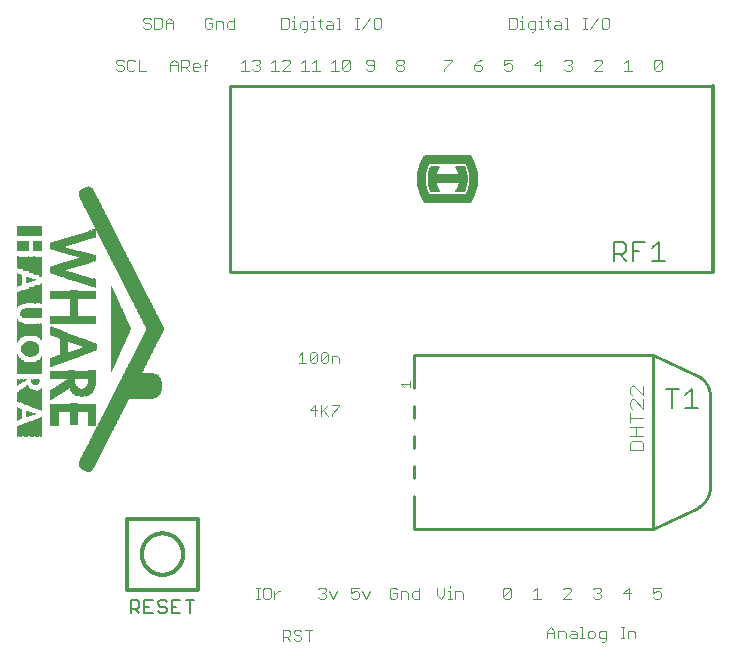
<source format=gto>
G04 This is an RS-274x file exported by *
G04 gerbv version 2.6.1 *
G04 More information is available about gerbv at *
G04 http://gerbv.geda-project.org/ *
G04 --End of header info--*
%MOIN*%
%FSLAX34Y34*%
%IPPOS*%
G04 --Define apertures--*
%ADD10C,0.0030*%
%ADD11C,0.0100*%
%ADD12C,0.0040*%
%ADD13C,0.0070*%
%ADD14C,0.0120*%
%ADD15C,0.0080*%
%ADD16C,0.0050*%
%ADD17R,0.1280X0.0190*%
%ADD18R,0.1300X0.0190*%
%ADD19R,0.0790X0.0190*%
%ADD20R,0.0010X0.0350*%
%ADD21R,0.0010X0.0320*%
%ADD22R,0.0010X0.0360*%
%ADD23R,0.0010X0.0440*%
%ADD24R,0.0010X0.0510*%
%ADD25R,0.0010X0.0790*%
%ADD26R,0.0010X0.0640*%
%ADD27R,0.0010X0.0200*%
%ADD28R,0.0010X0.0290*%
%ADD29R,0.0010X0.0340*%
%ADD30R,0.0010X0.0430*%
%ADD31R,0.0010X0.0490*%
%ADD32R,0.0010X0.0750*%
%ADD33R,0.0010X0.0620*%
%ADD34R,0.0010X0.0300*%
%ADD35R,0.0010X0.0480*%
%ADD36R,0.0010X0.0730*%
%ADD37R,0.0010X0.0600*%
%ADD38R,0.0010X0.0190*%
%ADD39R,0.0010X0.0420*%
%ADD40R,0.0010X0.0370*%
%ADD41R,0.0010X0.0410*%
%ADD42R,0.0010X0.0690*%
%ADD43R,0.0010X0.0580*%
%ADD44R,0.0010X0.0180*%
%ADD45R,0.0010X0.0470*%
%ADD46R,0.0010X0.0670*%
%ADD47R,0.0010X0.0570*%
%ADD48R,0.0010X0.0380*%
%ADD49R,0.0010X0.0400*%
%ADD50R,0.0010X0.0560*%
%ADD51R,0.0010X0.0170*%
%ADD52R,0.0010X0.0390*%
%ADD53R,0.0010X0.0460*%
%ADD54R,0.0010X0.0540*%
%ADD55R,0.0010X0.0450*%
%ADD56R,0.0010X0.0610*%
%ADD57R,0.0010X0.0530*%
%ADD58R,0.0010X0.0160*%
%ADD59R,0.0010X0.0590*%
%ADD60R,0.0010X0.0520*%
%ADD61R,0.0010X0.0150*%
%ADD62R,0.0010X0.0500*%
%ADD63R,0.0010X0.0140*%
%ADD64R,0.0010X0.0080*%
%ADD65R,0.0010X0.0130*%
%ADD66R,0.0010X0.0120*%
%ADD67R,0.0010X0.0330*%
%ADD68R,0.0010X0.0070*%
%ADD69R,0.0010X0.0110*%
%ADD70R,0.0010X0.0210*%
%ADD71R,0.0010X0.0230*%
%ADD72R,0.0010X0.0220*%
%ADD73R,0.0010X0.0100*%
%ADD74R,0.0010X0.0240*%
%ADD75R,0.0010X0.0250*%
%ADD76R,0.0010X0.0090*%
%ADD77R,0.0010X0.0270*%
%ADD78R,0.0010X0.0260*%
%ADD79R,0.0010X0.0280*%
%ADD80R,0.0010X0.0060*%
%ADD81R,0.0010X0.0550*%
%ADD82R,0.0010X0.0050*%
%ADD83R,0.0010X0.0040*%
%ADD84R,0.0010X0.0310*%
%ADD85R,0.0010X0.0030*%
%ADD86R,0.0010X0.0020*%
%ADD87R,0.0010X0.0010*%
%ADD88R,0.0010X0.0630*%
%ADD89R,0.0010X0.0650*%
%ADD90R,0.0010X0.0660*%
%ADD91R,0.0010X0.0680*%
%ADD92R,0.0010X0.0700*%
%ADD93R,0.0010X0.0720*%
%ADD94R,0.0010X0.0740*%
%ADD95R,0.0010X0.0760*%
%ADD96R,0.0010X0.1120*%
%ADD97R,0.0010X0.1110*%
%ADD98R,0.0010X0.1100*%
%ADD99R,0.0010X0.1090*%
%ADD100R,0.0010X0.1080*%
%ADD101R,0.0010X0.1070*%
%ADD102R,0.0010X0.1060*%
%ADD103R,0.0010X0.1050*%
%ADD104R,0.0010X0.1040*%
%ADD105R,0.0010X0.1030*%
%ADD106R,0.0010X0.1020*%
%ADD107R,0.0010X0.1010*%
%ADD108R,0.0010X0.1000*%
%ADD109R,0.0010X0.0990*%
%ADD110R,0.0010X0.0980*%
%ADD111R,0.0010X0.0970*%
%ADD112R,0.0010X0.0960*%
%ADD113R,0.0010X0.0950*%
%ADD114R,0.0010X0.0710*%
%ADD115R,0.0010X0.0770*%
%ADD116R,0.0010X0.0780*%
%ADD117R,0.0010X0.0800*%
%ADD118R,0.0010X0.0810*%
%ADD119R,0.0010X0.0820*%
%ADD120R,0.0010X0.0830*%
%ADD121R,0.0010X0.0850*%
%ADD122R,0.0010X0.0870*%
%ADD123R,0.0010X0.0900*%
%ADD124R,0.0010X0.0920*%
%ADD125R,0.0010X0.0840*%
%ADD126R,0.0010X0.0940*%
%ADD127R,0.0010X0.1130*%
%ADD128R,0.0010X0.2880*%
%ADD129R,0.0010X0.2840*%
%ADD130R,0.0010X0.2800*%
%ADD131R,0.0010X0.2760*%
%ADD132R,0.0010X0.2700*%
%ADD133R,0.0010X0.2660*%
%ADD134R,0.0010X0.2620*%
%ADD135R,0.0010X0.2580*%
%ADD136R,0.0010X0.2540*%
%ADD137R,0.0010X0.2480*%
%ADD138R,0.0010X0.2440*%
%ADD139R,0.0010X0.2400*%
%ADD140R,0.0010X0.2360*%
%ADD141R,0.0010X0.2320*%
%ADD142R,0.0010X0.2260*%
%ADD143R,0.0010X0.2220*%
%ADD144R,0.0010X0.2180*%
%ADD145R,0.0010X0.2140*%
%ADD146R,0.0010X0.2090*%
%ADD147R,0.0010X0.2040*%
%ADD148R,0.0010X0.2000*%
%ADD149R,0.0010X0.1960*%
%ADD150R,0.0010X0.1920*%
%ADD151R,0.0010X0.1860*%
%ADD152R,0.0010X0.1820*%
%ADD153R,0.0010X0.1780*%
%ADD154R,0.0010X0.1740*%
%ADD155R,0.0010X0.1700*%
%ADD156R,0.0010X0.1640*%
%ADD157R,0.0010X0.1600*%
%ADD158R,0.0010X0.1560*%
%ADD159R,0.0010X0.1520*%
%ADD160R,0.0010X0.1480*%
%ADD161R,0.0010X0.1420*%
%ADD162R,0.0010X0.1380*%
%ADD163R,0.0010X0.1340*%
%ADD164R,0.0010X0.1300*%
%ADD165R,0.0010X0.1260*%
%ADD166R,0.0010X0.1200*%
%ADD167R,0.0010X0.1160*%
%ADD168R,0.0010X0.0860*%
%ADD169R,0.0010X0.1140*%
%ADD170R,0.0010X0.1180*%
%ADD171R,0.0010X0.1190*%
%ADD172R,0.0010X0.1210*%
%ADD173R,0.0010X0.1230*%
%ADD174R,0.0010X0.1250*%
%ADD175R,0.0010X0.1270*%
%ADD176R,0.0010X0.1290*%
%ADD177R,0.0010X0.1310*%
%ADD178R,0.0010X0.1330*%
%ADD179R,0.0010X0.1350*%
%ADD180R,0.0010X0.1370*%
%ADD181R,0.0010X0.1390*%
%ADD182R,0.0010X0.1410*%
%ADD183R,0.0010X0.1430*%
%ADD184R,0.0010X0.1450*%
%ADD185R,0.0010X0.1470*%
%ADD186R,0.0010X0.1490*%
%ADD187R,0.0010X0.1510*%
%ADD188R,0.0010X0.1530*%
%ADD189R,0.0010X0.1550*%
%ADD190R,0.0010X0.1570*%
%ADD191R,0.0010X0.1590*%
%ADD192R,0.0010X0.1610*%
%ADD193R,0.0010X0.1630*%
%ADD194R,0.0010X0.1650*%
%ADD195R,0.0010X0.1670*%
%ADD196R,0.0010X0.1690*%
%ADD197R,0.0010X0.1710*%
%ADD198R,0.0010X0.1730*%
%ADD199R,0.0010X0.1750*%
%ADD200R,0.0010X0.1770*%
%ADD201R,0.0010X0.1800*%
%ADD202R,0.0010X0.1840*%
%ADD203R,0.0010X0.1880*%
%ADD204R,0.0010X0.1900*%
%ADD205R,0.0010X0.1940*%
%ADD206R,0.0010X0.2240*%
%ADD207R,0.0010X0.2200*%
%ADD208R,0.0010X0.2160*%
%ADD209R,0.0010X0.2120*%
%ADD210R,0.0010X0.2080*%
%ADD211R,0.0010X0.2050*%
%ADD212R,0.0010X0.1980*%
%ADD213R,0.0010X0.1930*%
%ADD214R,0.0010X0.1660*%
%ADD215R,0.0010X0.1620*%
%ADD216R,0.0010X0.1580*%
%ADD217R,0.0010X0.1540*%
%ADD218R,0.0010X0.1500*%
%ADD219R,0.0010X0.1460*%
%ADD220R,0.0010X0.1220*%
G04 --Start main section--*
G54D10*
G01X0013870Y0002015D02*
G01X0013994Y0002015D01*
G01X0013932Y0002015D02*
G01X0013932Y0002385D01*
G01X0013994Y0002385D02*
G01X0013870Y0002385D01*
G01X0014116Y0002324D02*
G01X0014116Y0002077D01*
G01X0014116Y0002077D02*
G01X0014178Y0002015D01*
G01X0014178Y0002015D02*
G01X0014301Y0002015D01*
G01X0014301Y0002015D02*
G01X0014363Y0002077D01*
G01X0014363Y0002077D02*
G01X0014363Y0002324D01*
G01X0014363Y0002324D02*
G01X0014301Y0002385D01*
G01X0014301Y0002385D02*
G01X0014178Y0002385D01*
G01X0014178Y0002385D02*
G01X0014116Y0002324D01*
G01X0014484Y0002262D02*
G01X0014484Y0002015D01*
G01X0014484Y0002138D02*
G01X0014608Y0002262D01*
G01X0014608Y0002262D02*
G01X0014670Y0002262D01*
G01X0015957Y0002324D02*
G01X0016018Y0002385D01*
G01X0016018Y0002385D02*
G01X0016142Y0002385D01*
G01X0016142Y0002385D02*
G01X0016203Y0002324D01*
G01X0016203Y0002324D02*
G01X0016203Y0002262D01*
G01X0016203Y0002262D02*
G01X0016142Y0002200D01*
G01X0016142Y0002200D02*
G01X0016203Y0002138D01*
G01X0016203Y0002138D02*
G01X0016203Y0002077D01*
G01X0016203Y0002077D02*
G01X0016142Y0002015D01*
G01X0016142Y0002015D02*
G01X0016018Y0002015D01*
G01X0016018Y0002015D02*
G01X0015957Y0002077D01*
G01X0016080Y0002200D02*
G01X0016142Y0002200D01*
G01X0016325Y0002262D02*
G01X0016448Y0002015D01*
G01X0016448Y0002015D02*
G01X0016572Y0002262D01*
G01X0017057Y0002200D02*
G01X0017180Y0002262D01*
G01X0017180Y0002262D02*
G01X0017242Y0002262D01*
G01X0017242Y0002262D02*
G01X0017303Y0002200D01*
G01X0017303Y0002200D02*
G01X0017303Y0002077D01*
G01X0017303Y0002077D02*
G01X0017242Y0002015D01*
G01X0017242Y0002015D02*
G01X0017118Y0002015D01*
G01X0017118Y0002015D02*
G01X0017057Y0002077D01*
G01X0017057Y0002200D02*
G01X0017057Y0002385D01*
G01X0017057Y0002385D02*
G01X0017303Y0002385D01*
G01X0017425Y0002262D02*
G01X0017548Y0002015D01*
G01X0017548Y0002015D02*
G01X0017672Y0002262D01*
G01X0018329Y0002324D02*
G01X0018329Y0002077D01*
G01X0018329Y0002077D02*
G01X0018390Y0002015D01*
G01X0018390Y0002015D02*
G01X0018514Y0002015D01*
G01X0018514Y0002015D02*
G01X0018575Y0002077D01*
G01X0018575Y0002077D02*
G01X0018575Y0002200D01*
G01X0018575Y0002200D02*
G01X0018452Y0002200D01*
G01X0018329Y0002324D02*
G01X0018390Y0002385D01*
G01X0018390Y0002385D02*
G01X0018514Y0002385D01*
G01X0018514Y0002385D02*
G01X0018575Y0002324D01*
G01X0018697Y0002262D02*
G01X0018697Y0002015D01*
G01X0018697Y0002262D02*
G01X0018882Y0002262D01*
G01X0018882Y0002262D02*
G01X0018944Y0002200D01*
G01X0018944Y0002200D02*
G01X0018944Y0002015D01*
G01X0019065Y0002077D02*
G01X0019065Y0002200D01*
G01X0019065Y0002200D02*
G01X0019127Y0002262D01*
G01X0019127Y0002262D02*
G01X0019312Y0002262D01*
G01X0019312Y0002385D02*
G01X0019312Y0002015D01*
G01X0019312Y0002015D02*
G01X0019127Y0002015D01*
G01X0019127Y0002015D02*
G01X0019065Y0002077D01*
G01X0019907Y0002138D02*
G01X0019907Y0002385D01*
G01X0019907Y0002138D02*
G01X0020030Y0002015D01*
G01X0020030Y0002015D02*
G01X0020153Y0002138D01*
G01X0020153Y0002138D02*
G01X0020153Y0002385D01*
G01X0020275Y0002262D02*
G01X0020337Y0002262D01*
G01X0020337Y0002262D02*
G01X0020337Y0002015D01*
G01X0020398Y0002015D02*
G01X0020275Y0002015D01*
G01X0020520Y0002015D02*
G01X0020520Y0002262D01*
G01X0020520Y0002262D02*
G01X0020706Y0002262D01*
G01X0020706Y0002262D02*
G01X0020767Y0002200D01*
G01X0020767Y0002200D02*
G01X0020767Y0002015D01*
G01X0020337Y0002385D02*
G01X0020337Y0002447D01*
G01X0022125Y0002324D02*
G01X0022125Y0002077D01*
G01X0022125Y0002077D02*
G01X0022371Y0002324D01*
G01X0022371Y0002324D02*
G01X0022371Y0002077D01*
G01X0022371Y0002077D02*
G01X0022310Y0002015D01*
G01X0022310Y0002015D02*
G01X0022186Y0002015D01*
G01X0022186Y0002015D02*
G01X0022125Y0002077D01*
G01X0022125Y0002324D02*
G01X0022186Y0002385D01*
G01X0022186Y0002385D02*
G01X0022310Y0002385D01*
G01X0022310Y0002385D02*
G01X0022371Y0002324D01*
G01X0023125Y0002262D02*
G01X0023248Y0002385D01*
G01X0023248Y0002385D02*
G01X0023248Y0002015D01*
G01X0023371Y0002015D02*
G01X0023125Y0002015D01*
G01X0024125Y0002015D02*
G01X0024371Y0002262D01*
G01X0024371Y0002262D02*
G01X0024371Y0002324D01*
G01X0024371Y0002324D02*
G01X0024310Y0002385D01*
G01X0024310Y0002385D02*
G01X0024186Y0002385D01*
G01X0024186Y0002385D02*
G01X0024125Y0002324D01*
G01X0024125Y0002015D02*
G01X0024371Y0002015D01*
G01X0025125Y0002077D02*
G01X0025186Y0002015D01*
G01X0025186Y0002015D02*
G01X0025310Y0002015D01*
G01X0025310Y0002015D02*
G01X0025371Y0002077D01*
G01X0025371Y0002077D02*
G01X0025371Y0002138D01*
G01X0025371Y0002138D02*
G01X0025310Y0002200D01*
G01X0025310Y0002200D02*
G01X0025248Y0002200D01*
G01X0025310Y0002200D02*
G01X0025371Y0002262D01*
G01X0025371Y0002262D02*
G01X0025371Y0002324D01*
G01X0025371Y0002324D02*
G01X0025310Y0002385D01*
G01X0025310Y0002385D02*
G01X0025186Y0002385D01*
G01X0025186Y0002385D02*
G01X0025125Y0002324D01*
G01X0026125Y0002200D02*
G01X0026371Y0002200D01*
G01X0026310Y0002385D02*
G01X0026125Y0002200D01*
G01X0026310Y0002385D02*
G01X0026310Y0002015D01*
G01X0027125Y0002077D02*
G01X0027186Y0002015D01*
G01X0027186Y0002015D02*
G01X0027310Y0002015D01*
G01X0027310Y0002015D02*
G01X0027371Y0002077D01*
G01X0027371Y0002077D02*
G01X0027371Y0002200D01*
G01X0027371Y0002200D02*
G01X0027310Y0002262D01*
G01X0027310Y0002262D02*
G01X0027248Y0002262D01*
G01X0027248Y0002262D02*
G01X0027125Y0002200D01*
G01X0027125Y0002200D02*
G01X0027125Y0002385D01*
G01X0027125Y0002385D02*
G01X0027371Y0002385D01*
G01X0026157Y0001067D02*
G01X0026034Y0001067D01*
G01X0026096Y0001067D02*
G01X0026096Y0000697D01*
G01X0026034Y0000697D02*
G01X0026157Y0000697D01*
G01X0026279Y0000697D02*
G01X0026279Y0000944D01*
G01X0026279Y0000944D02*
G01X0026465Y0000944D01*
G01X0026465Y0000944D02*
G01X0026526Y0000882D01*
G01X0026526Y0000882D02*
G01X0026526Y0000697D01*
G01X0025544Y0000697D02*
G01X0025359Y0000697D01*
G01X0025359Y0000697D02*
G01X0025297Y0000759D01*
G01X0025297Y0000759D02*
G01X0025297Y0000882D01*
G01X0025297Y0000882D02*
G01X0025359Y0000944D01*
G01X0025359Y0000944D02*
G01X0025544Y0000944D01*
G01X0025544Y0000944D02*
G01X0025544Y0000635D01*
G01X0025544Y0000635D02*
G01X0025482Y0000574D01*
G01X0025482Y0000574D02*
G01X0025421Y0000574D01*
G01X0025176Y0000759D02*
G01X0025176Y0000882D01*
G01X0025176Y0000882D02*
G01X0025114Y0000944D01*
G01X0025114Y0000944D02*
G01X0024991Y0000944D01*
G01X0024991Y0000944D02*
G01X0024929Y0000882D01*
G01X0024929Y0000882D02*
G01X0024929Y0000759D01*
G01X0024929Y0000759D02*
G01X0024991Y0000697D01*
G01X0024991Y0000697D02*
G01X0025114Y0000697D01*
G01X0025114Y0000697D02*
G01X0025176Y0000759D01*
G01X0024807Y0000697D02*
G01X0024683Y0000697D01*
G01X0024745Y0000697D02*
G01X0024745Y0001067D01*
G01X0024745Y0001067D02*
G01X0024683Y0001067D01*
G01X0024500Y0000944D02*
G01X0024377Y0000944D01*
G01X0024377Y0000820D02*
G01X0024562Y0000820D01*
G01X0024562Y0000882D02*
G01X0024562Y0000697D01*
G01X0024562Y0000697D02*
G01X0024377Y0000697D01*
G01X0024377Y0000697D02*
G01X0024315Y0000759D01*
G01X0024315Y0000759D02*
G01X0024377Y0000820D01*
G01X0024500Y0000944D02*
G01X0024562Y0000882D01*
G01X0024194Y0000882D02*
G01X0024194Y0000697D01*
G01X0024194Y0000882D02*
G01X0024132Y0000944D01*
G01X0024132Y0000944D02*
G01X0023947Y0000944D01*
G01X0023947Y0000944D02*
G01X0023947Y0000697D01*
G01X0023825Y0000697D02*
G01X0023825Y0000944D01*
G01X0023825Y0000944D02*
G01X0023702Y0001067D01*
G01X0023702Y0001067D02*
G01X0023579Y0000944D01*
G01X0023579Y0000944D02*
G01X0023579Y0000697D01*
G01X0023579Y0000882D02*
G01X0023825Y0000882D01*
G01X0015754Y0000985D02*
G01X0015507Y0000985D01*
G01X0015631Y0000985D02*
G01X0015631Y0000615D01*
G01X0015386Y0000677D02*
G01X0015386Y0000738D01*
G01X0015386Y0000738D02*
G01X0015324Y0000800D01*
G01X0015324Y0000800D02*
G01X0015201Y0000800D01*
G01X0015201Y0000800D02*
G01X0015139Y0000862D01*
G01X0015139Y0000862D02*
G01X0015139Y0000924D01*
G01X0015139Y0000924D02*
G01X0015201Y0000985D01*
G01X0015201Y0000985D02*
G01X0015324Y0000985D01*
G01X0015324Y0000985D02*
G01X0015386Y0000924D01*
G01X0015386Y0000677D02*
G01X0015324Y0000615D01*
G01X0015324Y0000615D02*
G01X0015201Y0000615D01*
G01X0015201Y0000615D02*
G01X0015139Y0000677D01*
G01X0015017Y0000615D02*
G01X0014894Y0000738D01*
G01X0014956Y0000738D02*
G01X0014771Y0000738D01*
G01X0014771Y0000615D02*
G01X0014771Y0000985D01*
G01X0014771Y0000985D02*
G01X0014956Y0000985D01*
G01X0014956Y0000985D02*
G01X0015017Y0000924D01*
G01X0015017Y0000924D02*
G01X0015017Y0000800D01*
G01X0015017Y0000800D02*
G01X0014956Y0000738D01*
G01X0015855Y0008115D02*
G01X0015855Y0008485D01*
G01X0015855Y0008485D02*
G01X0015670Y0008300D01*
G01X0015670Y0008300D02*
G01X0015916Y0008300D01*
G01X0016038Y0008238D02*
G01X0016285Y0008485D01*
G01X0016406Y0008485D02*
G01X0016653Y0008485D01*
G01X0016653Y0008485D02*
G01X0016653Y0008424D01*
G01X0016653Y0008424D02*
G01X0016406Y0008177D01*
G01X0016406Y0008177D02*
G01X0016406Y0008115D01*
G01X0016285Y0008115D02*
G01X0016100Y0008300D01*
G01X0016038Y0008485D02*
G01X0016038Y0008115D01*
G01X0016100Y0009865D02*
G01X0016038Y0009927D01*
G01X0016038Y0009927D02*
G01X0016285Y0010174D01*
G01X0016285Y0010174D02*
G01X0016285Y0009927D01*
G01X0016285Y0009927D02*
G01X0016223Y0009865D01*
G01X0016223Y0009865D02*
G01X0016100Y0009865D01*
G01X0016038Y0009927D02*
G01X0016038Y0010174D01*
G01X0016038Y0010174D02*
G01X0016100Y0010235D01*
G01X0016100Y0010235D02*
G01X0016223Y0010235D01*
G01X0016223Y0010235D02*
G01X0016285Y0010174D01*
G01X0016406Y0010112D02*
G01X0016591Y0010112D01*
G01X0016591Y0010112D02*
G01X0016653Y0010050D01*
G01X0016653Y0010050D02*
G01X0016653Y0009865D01*
G01X0016406Y0009865D02*
G01X0016406Y0010112D01*
G01X0015916Y0010174D02*
G01X0015916Y0009927D01*
G01X0015916Y0009927D02*
G01X0015855Y0009865D01*
G01X0015855Y0009865D02*
G01X0015731Y0009865D01*
G01X0015731Y0009865D02*
G01X0015670Y0009927D01*
G01X0015670Y0009927D02*
G01X0015916Y0010174D01*
G01X0015916Y0010174D02*
G01X0015855Y0010235D01*
G01X0015855Y0010235D02*
G01X0015731Y0010235D01*
G01X0015731Y0010235D02*
G01X0015670Y0010174D01*
G01X0015670Y0010174D02*
G01X0015670Y0009927D01*
G01X0015548Y0009865D02*
G01X0015301Y0009865D01*
G01X0015425Y0009865D02*
G01X0015425Y0010235D01*
G01X0015425Y0010235D02*
G01X0015301Y0010112D01*
G01X0018724Y0009167D02*
G01X0019015Y0009167D01*
G01X0019015Y0009264D02*
G01X0019015Y0009070D01*
G01X0018821Y0009070D02*
G01X0018724Y0009167D01*
G01X0018741Y0019615D02*
G01X0018618Y0019615D01*
G01X0018618Y0019615D02*
G01X0018556Y0019677D01*
G01X0018556Y0019677D02*
G01X0018556Y0019738D01*
G01X0018556Y0019738D02*
G01X0018618Y0019800D01*
G01X0018618Y0019800D02*
G01X0018741Y0019800D01*
G01X0018741Y0019800D02*
G01X0018803Y0019738D01*
G01X0018803Y0019738D02*
G01X0018803Y0019677D01*
G01X0018803Y0019677D02*
G01X0018741Y0019615D01*
G01X0018741Y0019800D02*
G01X0018803Y0019862D01*
G01X0018803Y0019862D02*
G01X0018803Y0019924D01*
G01X0018803Y0019924D02*
G01X0018741Y0019985D01*
G01X0018741Y0019985D02*
G01X0018618Y0019985D01*
G01X0018618Y0019985D02*
G01X0018556Y0019924D01*
G01X0018556Y0019924D02*
G01X0018556Y0019862D01*
G01X0018556Y0019862D02*
G01X0018618Y0019800D01*
G01X0017803Y0019800D02*
G01X0017618Y0019800D01*
G01X0017618Y0019800D02*
G01X0017556Y0019862D01*
G01X0017556Y0019862D02*
G01X0017556Y0019924D01*
G01X0017556Y0019924D02*
G01X0017618Y0019985D01*
G01X0017618Y0019985D02*
G01X0017741Y0019985D01*
G01X0017741Y0019985D02*
G01X0017803Y0019924D01*
G01X0017803Y0019924D02*
G01X0017803Y0019677D01*
G01X0017803Y0019677D02*
G01X0017741Y0019615D01*
G01X0017741Y0019615D02*
G01X0017618Y0019615D01*
G01X0017618Y0019615D02*
G01X0017556Y0019677D01*
G01X0017003Y0019677D02*
G01X0016941Y0019615D01*
G01X0016941Y0019615D02*
G01X0016818Y0019615D01*
G01X0016818Y0019615D02*
G01X0016756Y0019677D01*
G01X0016756Y0019677D02*
G01X0017003Y0019924D01*
G01X0017003Y0019924D02*
G01X0017003Y0019677D01*
G01X0017003Y0019924D02*
G01X0016941Y0019985D01*
G01X0016941Y0019985D02*
G01X0016818Y0019985D01*
G01X0016818Y0019985D02*
G01X0016756Y0019924D01*
G01X0016756Y0019924D02*
G01X0016756Y0019677D01*
G01X0016635Y0019615D02*
G01X0016388Y0019615D01*
G01X0016511Y0019615D02*
G01X0016511Y0019985D01*
G01X0016511Y0019985D02*
G01X0016388Y0019862D01*
G01X0016003Y0019615D02*
G01X0015756Y0019615D01*
G01X0015635Y0019615D02*
G01X0015388Y0019615D01*
G01X0015511Y0019615D02*
G01X0015511Y0019985D01*
G01X0015511Y0019985D02*
G01X0015388Y0019862D01*
G01X0015756Y0019862D02*
G01X0015880Y0019985D01*
G01X0015880Y0019985D02*
G01X0015880Y0019615D01*
G01X0015003Y0019615D02*
G01X0014756Y0019615D01*
G01X0014756Y0019615D02*
G01X0015003Y0019862D01*
G01X0015003Y0019862D02*
G01X0015003Y0019924D01*
G01X0015003Y0019924D02*
G01X0014941Y0019985D01*
G01X0014941Y0019985D02*
G01X0014818Y0019985D01*
G01X0014818Y0019985D02*
G01X0014756Y0019924D01*
G01X0014511Y0019985D02*
G01X0014511Y0019615D01*
G01X0014388Y0019615D02*
G01X0014635Y0019615D01*
G01X0014388Y0019862D02*
G01X0014511Y0019985D01*
G01X0014003Y0019924D02*
G01X0014003Y0019862D01*
G01X0014003Y0019862D02*
G01X0013941Y0019800D01*
G01X0013941Y0019800D02*
G01X0014003Y0019738D01*
G01X0014003Y0019738D02*
G01X0014003Y0019677D01*
G01X0014003Y0019677D02*
G01X0013941Y0019615D01*
G01X0013941Y0019615D02*
G01X0013818Y0019615D01*
G01X0013818Y0019615D02*
G01X0013756Y0019677D01*
G01X0013635Y0019615D02*
G01X0013388Y0019615D01*
G01X0013511Y0019615D02*
G01X0013511Y0019985D01*
G01X0013511Y0019985D02*
G01X0013388Y0019862D01*
G01X0013756Y0019924D02*
G01X0013818Y0019985D01*
G01X0013818Y0019985D02*
G01X0013941Y0019985D01*
G01X0013941Y0019985D02*
G01X0014003Y0019924D01*
G01X0013941Y0019800D02*
G01X0013880Y0019800D01*
G01X0013158Y0021015D02*
G01X0012973Y0021015D01*
G01X0012973Y0021015D02*
G01X0012911Y0021077D01*
G01X0012911Y0021077D02*
G01X0012911Y0021200D01*
G01X0012911Y0021200D02*
G01X0012973Y0021262D01*
G01X0012973Y0021262D02*
G01X0013158Y0021262D01*
G01X0013158Y0021385D02*
G01X0013158Y0021015D01*
G01X0012790Y0021015D02*
G01X0012790Y0021200D01*
G01X0012790Y0021200D02*
G01X0012728Y0021262D01*
G01X0012728Y0021262D02*
G01X0012543Y0021262D01*
G01X0012543Y0021262D02*
G01X0012543Y0021015D01*
G01X0012421Y0021077D02*
G01X0012421Y0021200D01*
G01X0012421Y0021200D02*
G01X0012298Y0021200D01*
G01X0012421Y0021324D02*
G01X0012360Y0021385D01*
G01X0012360Y0021385D02*
G01X0012236Y0021385D01*
G01X0012236Y0021385D02*
G01X0012175Y0021324D01*
G01X0012175Y0021324D02*
G01X0012175Y0021077D01*
G01X0012175Y0021077D02*
G01X0012236Y0021015D01*
G01X0012236Y0021015D02*
G01X0012360Y0021015D01*
G01X0012360Y0021015D02*
G01X0012421Y0021077D01*
G01X0012253Y0019985D02*
G01X0012191Y0019924D01*
G01X0012191Y0019924D02*
G01X0012191Y0019615D01*
G01X0012130Y0019800D02*
G01X0012253Y0019800D01*
G01X0012008Y0019800D02*
G01X0012008Y0019738D01*
G01X0012008Y0019738D02*
G01X0011761Y0019738D01*
G01X0011761Y0019677D02*
G01X0011761Y0019800D01*
G01X0011761Y0019800D02*
G01X0011823Y0019862D01*
G01X0011823Y0019862D02*
G01X0011946Y0019862D01*
G01X0011946Y0019862D02*
G01X0012008Y0019800D01*
G01X0011946Y0019615D02*
G01X0011823Y0019615D01*
G01X0011823Y0019615D02*
G01X0011761Y0019677D01*
G01X0011640Y0019615D02*
G01X0011516Y0019738D01*
G01X0011578Y0019738D02*
G01X0011393Y0019738D01*
G01X0011393Y0019615D02*
G01X0011393Y0019985D01*
G01X0011393Y0019985D02*
G01X0011578Y0019985D01*
G01X0011578Y0019985D02*
G01X0011640Y0019924D01*
G01X0011640Y0019924D02*
G01X0011640Y0019800D01*
G01X0011640Y0019800D02*
G01X0011578Y0019738D01*
G01X0011271Y0019800D02*
G01X0011025Y0019800D01*
G01X0011025Y0019862D02*
G01X0011148Y0019985D01*
G01X0011148Y0019985D02*
G01X0011271Y0019862D01*
G01X0011271Y0019862D02*
G01X0011271Y0019615D01*
G01X0011025Y0019615D02*
G01X0011025Y0019862D01*
G01X0010208Y0019615D02*
G01X0009961Y0019615D01*
G01X0009961Y0019615D02*
G01X0009961Y0019985D01*
G01X0009840Y0019924D02*
G01X0009778Y0019985D01*
G01X0009778Y0019985D02*
G01X0009655Y0019985D01*
G01X0009655Y0019985D02*
G01X0009593Y0019924D01*
G01X0009593Y0019924D02*
G01X0009593Y0019677D01*
G01X0009593Y0019677D02*
G01X0009655Y0019615D01*
G01X0009655Y0019615D02*
G01X0009778Y0019615D01*
G01X0009778Y0019615D02*
G01X0009840Y0019677D01*
G01X0009471Y0019677D02*
G01X0009471Y0019738D01*
G01X0009471Y0019738D02*
G01X0009410Y0019800D01*
G01X0009410Y0019800D02*
G01X0009286Y0019800D01*
G01X0009286Y0019800D02*
G01X0009225Y0019862D01*
G01X0009225Y0019862D02*
G01X0009225Y0019924D01*
G01X0009225Y0019924D02*
G01X0009286Y0019985D01*
G01X0009286Y0019985D02*
G01X0009410Y0019985D01*
G01X0009410Y0019985D02*
G01X0009471Y0019924D01*
G01X0009471Y0019677D02*
G01X0009410Y0019615D01*
G01X0009410Y0019615D02*
G01X0009286Y0019615D01*
G01X0009286Y0019615D02*
G01X0009225Y0019677D01*
G01X0010186Y0021015D02*
G01X0010125Y0021077D01*
G01X0010186Y0021015D02*
G01X0010310Y0021015D01*
G01X0010310Y0021015D02*
G01X0010371Y0021077D01*
G01X0010371Y0021077D02*
G01X0010371Y0021138D01*
G01X0010371Y0021138D02*
G01X0010310Y0021200D01*
G01X0010310Y0021200D02*
G01X0010186Y0021200D01*
G01X0010186Y0021200D02*
G01X0010125Y0021262D01*
G01X0010125Y0021262D02*
G01X0010125Y0021324D01*
G01X0010125Y0021324D02*
G01X0010186Y0021385D01*
G01X0010186Y0021385D02*
G01X0010310Y0021385D01*
G01X0010310Y0021385D02*
G01X0010371Y0021324D01*
G01X0010493Y0021385D02*
G01X0010493Y0021015D01*
G01X0010493Y0021015D02*
G01X0010678Y0021015D01*
G01X0010678Y0021015D02*
G01X0010740Y0021077D01*
G01X0010740Y0021077D02*
G01X0010740Y0021324D01*
G01X0010740Y0021324D02*
G01X0010678Y0021385D01*
G01X0010678Y0021385D02*
G01X0010493Y0021385D01*
G01X0010861Y0021262D02*
G01X0010985Y0021385D01*
G01X0010985Y0021385D02*
G01X0011108Y0021262D01*
G01X0011108Y0021262D02*
G01X0011108Y0021015D01*
G01X0011108Y0021200D02*
G01X0010861Y0021200D01*
G01X0010861Y0021262D02*
G01X0010861Y0021015D01*
G01X0014725Y0021015D02*
G01X0014910Y0021015D01*
G01X0014910Y0021015D02*
G01X0014971Y0021077D01*
G01X0014971Y0021077D02*
G01X0014971Y0021324D01*
G01X0014971Y0021324D02*
G01X0014910Y0021385D01*
G01X0014910Y0021385D02*
G01X0014725Y0021385D01*
G01X0014725Y0021385D02*
G01X0014725Y0021015D01*
G01X0015093Y0021015D02*
G01X0015216Y0021015D01*
G01X0015155Y0021015D02*
G01X0015155Y0021262D01*
G01X0015155Y0021262D02*
G01X0015093Y0021262D01*
G01X0015155Y0021385D02*
G01X0015155Y0021447D01*
G01X0015400Y0021262D02*
G01X0015338Y0021200D01*
G01X0015338Y0021200D02*
G01X0015338Y0021077D01*
G01X0015338Y0021077D02*
G01X0015400Y0021015D01*
G01X0015400Y0021015D02*
G01X0015585Y0021015D01*
G01X0015585Y0020953D02*
G01X0015585Y0021262D01*
G01X0015585Y0021262D02*
G01X0015400Y0021262D01*
G01X0015707Y0021262D02*
G01X0015768Y0021262D01*
G01X0015768Y0021262D02*
G01X0015768Y0021015D01*
G01X0015707Y0021015D02*
G01X0015830Y0021015D01*
G01X0016014Y0021077D02*
G01X0016076Y0021015D01*
G01X0016014Y0021077D02*
G01X0016014Y0021324D01*
G01X0015952Y0021262D02*
G01X0016076Y0021262D01*
G01X0016260Y0021262D02*
G01X0016383Y0021262D01*
G01X0016383Y0021262D02*
G01X0016445Y0021200D01*
G01X0016445Y0021200D02*
G01X0016445Y0021015D01*
G01X0016445Y0021015D02*
G01X0016260Y0021015D01*
G01X0016260Y0021015D02*
G01X0016198Y0021077D01*
G01X0016198Y0021077D02*
G01X0016260Y0021138D01*
G01X0016260Y0021138D02*
G01X0016445Y0021138D01*
G01X0016566Y0021015D02*
G01X0016690Y0021015D01*
G01X0016628Y0021015D02*
G01X0016628Y0021385D01*
G01X0016628Y0021385D02*
G01X0016566Y0021385D01*
G01X0017180Y0021385D02*
G01X0017303Y0021385D01*
G01X0017242Y0021385D02*
G01X0017242Y0021015D01*
G01X0017303Y0021015D02*
G01X0017180Y0021015D01*
G01X0017426Y0021015D02*
G01X0017672Y0021385D01*
G01X0017794Y0021324D02*
G01X0017794Y0021077D01*
G01X0017794Y0021077D02*
G01X0017856Y0021015D01*
G01X0017856Y0021015D02*
G01X0017979Y0021015D01*
G01X0017979Y0021015D02*
G01X0018041Y0021077D01*
G01X0018041Y0021077D02*
G01X0018041Y0021324D01*
G01X0018041Y0021324D02*
G01X0017979Y0021385D01*
G01X0017979Y0021385D02*
G01X0017856Y0021385D01*
G01X0017856Y0021385D02*
G01X0017794Y0021324D01*
G01X0015768Y0021385D02*
G01X0015768Y0021447D01*
G01X0015585Y0020953D02*
G01X0015523Y0020892D01*
G01X0015523Y0020892D02*
G01X0015462Y0020892D01*
G01X0020156Y0019985D02*
G01X0020403Y0019985D01*
G01X0020403Y0019985D02*
G01X0020403Y0019924D01*
G01X0020403Y0019924D02*
G01X0020156Y0019677D01*
G01X0020156Y0019677D02*
G01X0020156Y0019615D01*
G01X0021156Y0019677D02*
G01X0021218Y0019615D01*
G01X0021218Y0019615D02*
G01X0021341Y0019615D01*
G01X0021341Y0019615D02*
G01X0021403Y0019677D01*
G01X0021403Y0019677D02*
G01X0021403Y0019738D01*
G01X0021403Y0019738D02*
G01X0021341Y0019800D01*
G01X0021341Y0019800D02*
G01X0021156Y0019800D01*
G01X0021156Y0019800D02*
G01X0021156Y0019677D01*
G01X0021156Y0019800D02*
G01X0021280Y0019924D01*
G01X0021280Y0019924D02*
G01X0021403Y0019985D01*
G01X0022156Y0019985D02*
G01X0022156Y0019800D01*
G01X0022156Y0019800D02*
G01X0022280Y0019862D01*
G01X0022280Y0019862D02*
G01X0022341Y0019862D01*
G01X0022341Y0019862D02*
G01X0022403Y0019800D01*
G01X0022403Y0019800D02*
G01X0022403Y0019677D01*
G01X0022403Y0019677D02*
G01X0022341Y0019615D01*
G01X0022341Y0019615D02*
G01X0022218Y0019615D01*
G01X0022218Y0019615D02*
G01X0022156Y0019677D01*
G01X0022156Y0019985D02*
G01X0022403Y0019985D01*
G01X0023156Y0019800D02*
G01X0023403Y0019800D01*
G01X0023341Y0019985D02*
G01X0023341Y0019615D01*
G01X0023156Y0019800D02*
G01X0023341Y0019985D01*
G01X0024156Y0019924D02*
G01X0024218Y0019985D01*
G01X0024218Y0019985D02*
G01X0024341Y0019985D01*
G01X0024341Y0019985D02*
G01X0024403Y0019924D01*
G01X0024403Y0019924D02*
G01X0024403Y0019862D01*
G01X0024403Y0019862D02*
G01X0024341Y0019800D01*
G01X0024341Y0019800D02*
G01X0024403Y0019738D01*
G01X0024403Y0019738D02*
G01X0024403Y0019677D01*
G01X0024403Y0019677D02*
G01X0024341Y0019615D01*
G01X0024341Y0019615D02*
G01X0024218Y0019615D01*
G01X0024218Y0019615D02*
G01X0024156Y0019677D01*
G01X0024280Y0019800D02*
G01X0024341Y0019800D01*
G01X0025156Y0019924D02*
G01X0025218Y0019985D01*
G01X0025218Y0019985D02*
G01X0025341Y0019985D01*
G01X0025341Y0019985D02*
G01X0025403Y0019924D01*
G01X0025403Y0019924D02*
G01X0025403Y0019862D01*
G01X0025403Y0019862D02*
G01X0025156Y0019615D01*
G01X0025156Y0019615D02*
G01X0025403Y0019615D01*
G01X0026156Y0019615D02*
G01X0026403Y0019615D01*
G01X0026280Y0019615D02*
G01X0026280Y0019985D01*
G01X0026280Y0019985D02*
G01X0026156Y0019862D01*
G01X0027156Y0019924D02*
G01X0027156Y0019677D01*
G01X0027156Y0019677D02*
G01X0027403Y0019924D01*
G01X0027403Y0019924D02*
G01X0027403Y0019677D01*
G01X0027403Y0019677D02*
G01X0027341Y0019615D01*
G01X0027341Y0019615D02*
G01X0027218Y0019615D01*
G01X0027218Y0019615D02*
G01X0027156Y0019677D01*
G01X0027156Y0019924D02*
G01X0027218Y0019985D01*
G01X0027218Y0019985D02*
G01X0027341Y0019985D01*
G01X0027341Y0019985D02*
G01X0027403Y0019924D01*
G01X0025641Y0021077D02*
G01X0025641Y0021324D01*
G01X0025641Y0021324D02*
G01X0025579Y0021385D01*
G01X0025579Y0021385D02*
G01X0025456Y0021385D01*
G01X0025456Y0021385D02*
G01X0025394Y0021324D01*
G01X0025394Y0021324D02*
G01X0025394Y0021077D01*
G01X0025394Y0021077D02*
G01X0025456Y0021015D01*
G01X0025456Y0021015D02*
G01X0025579Y0021015D01*
G01X0025579Y0021015D02*
G01X0025641Y0021077D01*
G01X0025272Y0021385D02*
G01X0025026Y0021015D01*
G01X0024903Y0021015D02*
G01X0024780Y0021015D01*
G01X0024842Y0021015D02*
G01X0024842Y0021385D01*
G01X0024903Y0021385D02*
G01X0024780Y0021385D01*
G01X0024228Y0021385D02*
G01X0024228Y0021015D01*
G01X0024166Y0021015D02*
G01X0024290Y0021015D01*
G01X0024045Y0021015D02*
G01X0024045Y0021200D01*
G01X0024045Y0021200D02*
G01X0023983Y0021262D01*
G01X0023983Y0021262D02*
G01X0023859Y0021262D01*
G01X0023859Y0021138D02*
G01X0023798Y0021077D01*
G01X0023798Y0021077D02*
G01X0023859Y0021015D01*
G01X0023859Y0021015D02*
G01X0024045Y0021015D01*
G01X0024045Y0021138D02*
G01X0023859Y0021138D01*
G01X0023676Y0021015D02*
G01X0023614Y0021077D01*
G01X0023614Y0021077D02*
G01X0023614Y0021324D01*
G01X0023552Y0021262D02*
G01X0023676Y0021262D01*
G01X0023368Y0021262D02*
G01X0023368Y0021015D01*
G01X0023307Y0021015D02*
G01X0023430Y0021015D01*
G01X0023185Y0021015D02*
G01X0023000Y0021015D01*
G01X0023000Y0021015D02*
G01X0022938Y0021077D01*
G01X0022938Y0021077D02*
G01X0022938Y0021200D01*
G01X0022938Y0021200D02*
G01X0023000Y0021262D01*
G01X0023000Y0021262D02*
G01X0023185Y0021262D01*
G01X0023185Y0021262D02*
G01X0023185Y0020953D01*
G01X0023185Y0020953D02*
G01X0023124Y0020892D01*
G01X0023124Y0020892D02*
G01X0023062Y0020892D01*
G01X0022816Y0021015D02*
G01X0022693Y0021015D01*
G01X0022755Y0021015D02*
G01X0022755Y0021262D01*
G01X0022755Y0021262D02*
G01X0022693Y0021262D01*
G01X0022571Y0021324D02*
G01X0022510Y0021385D01*
G01X0022510Y0021385D02*
G01X0022325Y0021385D01*
G01X0022325Y0021385D02*
G01X0022325Y0021015D01*
G01X0022325Y0021015D02*
G01X0022510Y0021015D01*
G01X0022510Y0021015D02*
G01X0022571Y0021077D01*
G01X0022571Y0021077D02*
G01X0022571Y0021324D01*
G01X0022755Y0021385D02*
G01X0022755Y0021447D01*
G01X0023307Y0021262D02*
G01X0023368Y0021262D01*
G01X0023368Y0021385D02*
G01X0023368Y0021447D01*
G01X0024166Y0021385D02*
G01X0024228Y0021385D01*
G54D11*
G01X0029110Y0019100D02*
G01X0013010Y0019100D01*
G01X0013010Y0019100D02*
G01X0013010Y0012900D01*
G01X0013010Y0012900D02*
G01X0029110Y0012900D01*
G01X0027110Y0010150D02*
G01X0028610Y0009450D01*
G01X0028610Y0009450D02*
G01X0028626Y0009440D01*
G01X0028626Y0009440D02*
G01X0028643Y0009430D01*
G01X0028643Y0009430D02*
G01X0028659Y0009419D01*
G01X0028659Y0009419D02*
G01X0028675Y0009407D01*
G01X0028675Y0009407D02*
G01X0028691Y0009396D01*
G01X0028691Y0009396D02*
G01X0028707Y0009384D01*
G01X0028707Y0009384D02*
G01X0028722Y0009371D01*
G01X0028722Y0009371D02*
G01X0028737Y0009358D01*
G01X0028737Y0009358D02*
G01X0028751Y0009345D01*
G01X0028751Y0009345D02*
G01X0028766Y0009332D01*
G01X0028766Y0009332D02*
G01X0028780Y0009318D01*
G01X0028780Y0009318D02*
G01X0028793Y0009304D01*
G01X0028793Y0009304D02*
G01X0028806Y0009289D01*
G01X0028806Y0009289D02*
G01X0028819Y0009274D01*
G01X0028819Y0009274D02*
G01X0028832Y0009259D01*
G01X0028832Y0009259D02*
G01X0028844Y0009244D01*
G01X0028844Y0009244D02*
G01X0028856Y0009228D01*
G01X0028856Y0009228D02*
G01X0028867Y0009212D01*
G01X0028867Y0009212D02*
G01X0028878Y0009196D01*
G01X0028878Y0009196D02*
G01X0028889Y0009179D01*
G01X0028889Y0009179D02*
G01X0028899Y0009162D01*
G01X0028899Y0009162D02*
G01X0028909Y0009145D01*
G01X0028909Y0009145D02*
G01X0028918Y0009128D01*
G01X0028918Y0009128D02*
G01X0028927Y0009111D01*
G01X0028927Y0009111D02*
G01X0028935Y0009093D01*
G01X0028935Y0009093D02*
G01X0028943Y0009075D01*
G01X0028943Y0009075D02*
G01X0028951Y0009057D01*
G01X0028951Y0009057D02*
G01X0028958Y0009038D01*
G01X0028958Y0009038D02*
G01X0028965Y0009020D01*
G01X0028965Y0009020D02*
G01X0028971Y0009001D01*
G01X0028971Y0009001D02*
G01X0028977Y0008983D01*
G01X0028977Y0008983D02*
G01X0028982Y0008964D01*
G01X0028982Y0008964D02*
G01X0028987Y0008945D01*
G01X0028987Y0008945D02*
G01X0028991Y0008926D01*
G01X0028991Y0008926D02*
G01X0028995Y0008906D01*
G01X0028995Y0008906D02*
G01X0028999Y0008887D01*
G01X0028999Y0008887D02*
G01X0029002Y0008868D01*
G01X0029002Y0008868D02*
G01X0029004Y0008848D01*
G01X0029004Y0008848D02*
G01X0029006Y0008829D01*
G01X0029006Y0008829D02*
G01X0029008Y0008809D01*
G01X0029008Y0008809D02*
G01X0029009Y0008789D01*
G01X0029009Y0008789D02*
G01X0029009Y0008770D01*
G01X0029009Y0008770D02*
G01X0029010Y0008750D01*
G01X0029010Y0008750D02*
G01X0029010Y0005750D01*
G01X0029010Y0005750D02*
G01X0029009Y0005730D01*
G01X0029009Y0005730D02*
G01X0029009Y0005711D01*
G01X0029009Y0005711D02*
G01X0029008Y0005691D01*
G01X0029008Y0005691D02*
G01X0029006Y0005672D01*
G01X0029006Y0005672D02*
G01X0029004Y0005652D01*
G01X0029004Y0005652D02*
G01X0029002Y0005633D01*
G01X0029002Y0005633D02*
G01X0028999Y0005613D01*
G01X0028999Y0005613D02*
G01X0028995Y0005594D01*
G01X0028995Y0005594D02*
G01X0028991Y0005575D01*
G01X0028991Y0005575D02*
G01X0028987Y0005555D01*
G01X0028987Y0005555D02*
G01X0028982Y0005536D01*
G01X0028982Y0005536D02*
G01X0028977Y0005517D01*
G01X0028977Y0005517D02*
G01X0028971Y0005499D01*
G01X0028971Y0005499D02*
G01X0028965Y0005480D01*
G01X0028965Y0005480D02*
G01X0028958Y0005462D01*
G01X0028958Y0005462D02*
G01X0028951Y0005443D01*
G01X0028951Y0005443D02*
G01X0028943Y0005425D01*
G01X0028943Y0005425D02*
G01X0028935Y0005407D01*
G01X0028935Y0005407D02*
G01X0028927Y0005390D01*
G01X0028927Y0005390D02*
G01X0028918Y0005372D01*
G01X0028918Y0005372D02*
G01X0028909Y0005355D01*
G01X0028909Y0005355D02*
G01X0028899Y0005338D01*
G01X0028899Y0005338D02*
G01X0028889Y0005321D01*
G01X0028889Y0005321D02*
G01X0028878Y0005304D01*
G01X0028878Y0005304D02*
G01X0028867Y0005288D01*
G01X0028867Y0005288D02*
G01X0028856Y0005272D01*
G01X0028856Y0005272D02*
G01X0028844Y0005256D01*
G01X0028844Y0005256D02*
G01X0028832Y0005241D01*
G01X0028832Y0005241D02*
G01X0028819Y0005226D01*
G01X0028819Y0005226D02*
G01X0028806Y0005211D01*
G01X0028806Y0005211D02*
G01X0028793Y0005196D01*
G01X0028793Y0005196D02*
G01X0028780Y0005182D01*
G01X0028780Y0005182D02*
G01X0028766Y0005168D01*
G01X0028766Y0005168D02*
G01X0028751Y0005155D01*
G01X0028751Y0005155D02*
G01X0028737Y0005142D01*
G01X0028737Y0005142D02*
G01X0028722Y0005129D01*
G01X0028722Y0005129D02*
G01X0028707Y0005116D01*
G01X0028707Y0005116D02*
G01X0028691Y0005104D01*
G01X0028691Y0005104D02*
G01X0028675Y0005093D01*
G01X0028675Y0005093D02*
G01X0028659Y0005081D01*
G01X0028659Y0005081D02*
G01X0028643Y0005071D01*
G01X0028643Y0005071D02*
G01X0028626Y0005060D01*
G01X0028626Y0005060D02*
G01X0028610Y0005050D01*
G01X0028610Y0005050D02*
G01X0027110Y0004350D01*
G01X0027110Y0004350D02*
G01X0019160Y0004350D01*
G01X0019160Y0004350D02*
G01X0019160Y0005450D01*
G01X0019160Y0006050D02*
G01X0019160Y0006450D01*
G01X0019160Y0007050D02*
G01X0019160Y0007450D01*
G01X0019160Y0008050D02*
G01X0019160Y0008450D01*
G01X0019160Y0009050D02*
G01X0019160Y0010150D01*
G01X0019160Y0010150D02*
G01X0027110Y0010150D01*
G01X0027110Y0010150D02*
G01X0027110Y0004350D01*
G54D12*
G01X0026790Y0006968D02*
G01X0026329Y0006968D01*
G01X0026329Y0006968D02*
G01X0026329Y0007198D01*
G01X0026329Y0007198D02*
G01X0026406Y0007275D01*
G01X0026406Y0007275D02*
G01X0026713Y0007275D01*
G01X0026713Y0007275D02*
G01X0026790Y0007198D01*
G01X0026790Y0007198D02*
G01X0026790Y0006968D01*
G01X0026790Y0007428D02*
G01X0026329Y0007428D01*
G01X0026559Y0007428D02*
G01X0026559Y0007735D01*
G01X0026329Y0007735D02*
G01X0026790Y0007735D01*
G01X0026790Y0008042D02*
G01X0026329Y0008042D01*
G01X0026329Y0008196D02*
G01X0026329Y0007889D01*
G01X0026406Y0008349D02*
G01X0026329Y0008426D01*
G01X0026329Y0008426D02*
G01X0026329Y0008579D01*
G01X0026329Y0008579D02*
G01X0026406Y0008656D01*
G01X0026406Y0008656D02*
G01X0026483Y0008656D01*
G01X0026483Y0008656D02*
G01X0026790Y0008349D01*
G01X0026790Y0008349D02*
G01X0026790Y0008656D01*
G01X0026790Y0008810D02*
G01X0026483Y0009117D01*
G01X0026483Y0009117D02*
G01X0026406Y0009117D01*
G01X0026406Y0009117D02*
G01X0026329Y0009040D01*
G01X0026329Y0009040D02*
G01X0026329Y0008886D01*
G01X0026329Y0008886D02*
G01X0026406Y0008810D01*
G01X0026790Y0008810D02*
G01X0026790Y0009117D01*
G54D13*
G01X0027545Y0009016D02*
G01X0027965Y0009016D01*
G01X0027755Y0009016D02*
G01X0027755Y0008385D01*
G01X0028189Y0008385D02*
G01X0028609Y0008385D01*
G01X0028399Y0008385D02*
G01X0028399Y0009016D01*
G01X0028399Y0009016D02*
G01X0028189Y0008805D01*
G01X0027504Y0013285D02*
G01X0027084Y0013285D01*
G01X0027294Y0013285D02*
G01X0027294Y0013916D01*
G01X0027294Y0013916D02*
G01X0027084Y0013705D01*
G01X0026859Y0013916D02*
G01X0026439Y0013916D01*
G01X0026439Y0013916D02*
G01X0026439Y0013285D01*
G01X0026215Y0013285D02*
G01X0026005Y0013495D01*
G01X0026110Y0013495D02*
G01X0025795Y0013495D01*
G01X0025795Y0013285D02*
G01X0025795Y0013916D01*
G01X0025795Y0013916D02*
G01X0026110Y0013916D01*
G01X0026110Y0013916D02*
G01X0026215Y0013810D01*
G01X0026215Y0013810D02*
G01X0026215Y0013600D01*
G01X0026215Y0013600D02*
G01X0026110Y0013495D01*
G01X0026439Y0013600D02*
G01X0026649Y0013600D01*
G54D14*
G01X0029110Y0012900D02*
G01X0029110Y0019100D01*
G01X0011941Y0004681D02*
G01X0009578Y0004681D01*
G01X0009578Y0004681D02*
G01X0009578Y0002319D01*
G01X0009578Y0002319D02*
G01X0011941Y0002319D01*
G01X0011941Y0002319D02*
G01X0011941Y0004681D01*
G01X0010071Y0003500D02*
G01X0010071Y0003517D01*
G01X0010071Y0003517D02*
G01X0010071Y0003534D01*
G01X0010071Y0003534D02*
G01X0010072Y0003551D01*
G01X0010072Y0003551D02*
G01X0010074Y0003568D01*
G01X0010074Y0003568D02*
G01X0010076Y0003584D01*
G01X0010076Y0003584D02*
G01X0010078Y0003601D01*
G01X0010078Y0003601D02*
G01X0010081Y0003618D01*
G01X0010081Y0003618D02*
G01X0010084Y0003634D01*
G01X0010084Y0003634D02*
G01X0010087Y0003651D01*
G01X0010087Y0003651D02*
G01X0010091Y0003667D01*
G01X0010091Y0003667D02*
G01X0010096Y0003684D01*
G01X0010096Y0003684D02*
G01X0010100Y0003700D01*
G01X0010100Y0003700D02*
G01X0010105Y0003716D01*
G01X0010105Y0003716D02*
G01X0010111Y0003732D01*
G01X0010111Y0003732D02*
G01X0010117Y0003748D01*
G01X0010117Y0003748D02*
G01X0010123Y0003764D01*
G01X0010123Y0003764D02*
G01X0010130Y0003779D01*
G01X0010130Y0003779D02*
G01X0010137Y0003795D01*
G01X0010137Y0003795D02*
G01X0010144Y0003810D01*
G01X0010144Y0003810D02*
G01X0010152Y0003825D01*
G01X0010152Y0003825D02*
G01X0010160Y0003840D01*
G01X0010160Y0003840D02*
G01X0010169Y0003854D01*
G01X0010169Y0003854D02*
G01X0010177Y0003869D01*
G01X0010177Y0003869D02*
G01X0010187Y0003883D01*
G01X0010187Y0003883D02*
G01X0010196Y0003897D01*
G01X0010196Y0003897D02*
G01X0010206Y0003910D01*
G01X0010206Y0003910D02*
G01X0010216Y0003924D01*
G01X0010216Y0003924D02*
G01X0010227Y0003937D01*
G01X0010227Y0003937D02*
G01X0010238Y0003950D01*
G01X0010238Y0003950D02*
G01X0010249Y0003963D01*
G01X0010249Y0003963D02*
G01X0010260Y0003975D01*
G01X0010260Y0003975D02*
G01X0010272Y0003987D01*
G01X0010272Y0003987D02*
G01X0010284Y0003999D01*
G01X0010284Y0003999D02*
G01X0010297Y0004011D01*
G01X0010297Y0004011D02*
G01X0010310Y0004022D01*
G01X0010310Y0004022D02*
G01X0010322Y0004033D01*
G01X0010322Y0004033D02*
G01X0010336Y0004043D01*
G01X0010336Y0004043D02*
G01X0010349Y0004053D01*
G01X0010349Y0004053D02*
G01X0010363Y0004063D01*
G01X0010363Y0004063D02*
G01X0010377Y0004073D01*
G01X0010377Y0004073D02*
G01X0010391Y0004082D01*
G01X0010391Y0004082D02*
G01X0010405Y0004091D01*
G01X0010405Y0004091D02*
G01X0010420Y0004100D01*
G01X0010420Y0004100D02*
G01X0010435Y0004108D01*
G01X0010435Y0004108D02*
G01X0010450Y0004115D01*
G01X0010450Y0004115D02*
G01X0010465Y0004123D01*
G01X0010465Y0004123D02*
G01X0010480Y0004130D01*
G01X0010480Y0004130D02*
G01X0010496Y0004137D01*
G01X0010496Y0004137D02*
G01X0010512Y0004143D01*
G01X0010512Y0004143D02*
G01X0010527Y0004149D01*
G01X0010527Y0004149D02*
G01X0010543Y0004154D01*
G01X0010543Y0004154D02*
G01X0010560Y0004159D01*
G01X0010560Y0004159D02*
G01X0010576Y0004164D01*
G01X0010576Y0004164D02*
G01X0010592Y0004168D01*
G01X0010592Y0004168D02*
G01X0010609Y0004172D01*
G01X0010609Y0004172D02*
G01X0010625Y0004176D01*
G01X0010625Y0004176D02*
G01X0010642Y0004179D01*
G01X0010642Y0004179D02*
G01X0010658Y0004182D01*
G01X0010658Y0004182D02*
G01X0010675Y0004184D01*
G01X0010675Y0004184D02*
G01X0010692Y0004186D01*
G01X0010692Y0004186D02*
G01X0010709Y0004187D01*
G01X0010709Y0004187D02*
G01X0010726Y0004188D01*
G01X0010726Y0004188D02*
G01X0010743Y0004189D01*
G01X0010743Y0004189D02*
G01X0010760Y0004189D01*
G01X0010760Y0004189D02*
G01X0010776Y0004189D01*
G01X0010776Y0004189D02*
G01X0010793Y0004188D01*
G01X0010793Y0004188D02*
G01X0010810Y0004187D01*
G01X0010810Y0004187D02*
G01X0010827Y0004186D01*
G01X0010827Y0004186D02*
G01X0010844Y0004184D01*
G01X0010844Y0004184D02*
G01X0010861Y0004182D01*
G01X0010861Y0004182D02*
G01X0010877Y0004179D01*
G01X0010877Y0004179D02*
G01X0010894Y0004176D01*
G01X0010894Y0004176D02*
G01X0010911Y0004172D01*
G01X0010911Y0004172D02*
G01X0010927Y0004168D01*
G01X0010927Y0004168D02*
G01X0010943Y0004164D01*
G01X0010943Y0004164D02*
G01X0010960Y0004159D01*
G01X0010960Y0004159D02*
G01X0010976Y0004154D01*
G01X0010976Y0004154D02*
G01X0010992Y0004149D01*
G01X0010992Y0004149D02*
G01X0011007Y0004143D01*
G01X0011007Y0004143D02*
G01X0011023Y0004137D01*
G01X0011023Y0004137D02*
G01X0011039Y0004130D01*
G01X0011039Y0004130D02*
G01X0011054Y0004123D01*
G01X0011054Y0004123D02*
G01X0011069Y0004115D01*
G01X0011069Y0004115D02*
G01X0011084Y0004108D01*
G01X0011084Y0004108D02*
G01X0011099Y0004100D01*
G01X0011099Y0004100D02*
G01X0011114Y0004091D01*
G01X0011114Y0004091D02*
G01X0011128Y0004082D01*
G01X0011128Y0004082D02*
G01X0011142Y0004073D01*
G01X0011142Y0004073D02*
G01X0011156Y0004063D01*
G01X0011156Y0004063D02*
G01X0011170Y0004053D01*
G01X0011170Y0004053D02*
G01X0011183Y0004043D01*
G01X0011183Y0004043D02*
G01X0011197Y0004033D01*
G01X0011197Y0004033D02*
G01X0011209Y0004022D01*
G01X0011209Y0004022D02*
G01X0011222Y0004011D01*
G01X0011222Y0004011D02*
G01X0011235Y0003999D01*
G01X0011235Y0003999D02*
G01X0011247Y0003987D01*
G01X0011247Y0003987D02*
G01X0011259Y0003975D01*
G01X0011259Y0003975D02*
G01X0011270Y0003963D01*
G01X0011270Y0003963D02*
G01X0011281Y0003950D01*
G01X0011281Y0003950D02*
G01X0011292Y0003937D01*
G01X0011292Y0003937D02*
G01X0011303Y0003924D01*
G01X0011303Y0003924D02*
G01X0011313Y0003910D01*
G01X0011313Y0003910D02*
G01X0011323Y0003897D01*
G01X0011323Y0003897D02*
G01X0011332Y0003883D01*
G01X0011332Y0003883D02*
G01X0011342Y0003869D01*
G01X0011342Y0003869D02*
G01X0011350Y0003854D01*
G01X0011350Y0003854D02*
G01X0011359Y0003840D01*
G01X0011359Y0003840D02*
G01X0011367Y0003825D01*
G01X0011367Y0003825D02*
G01X0011375Y0003810D01*
G01X0011375Y0003810D02*
G01X0011382Y0003795D01*
G01X0011382Y0003795D02*
G01X0011389Y0003779D01*
G01X0011389Y0003779D02*
G01X0011396Y0003764D01*
G01X0011396Y0003764D02*
G01X0011402Y0003748D01*
G01X0011402Y0003748D02*
G01X0011408Y0003732D01*
G01X0011408Y0003732D02*
G01X0011414Y0003716D01*
G01X0011414Y0003716D02*
G01X0011419Y0003700D01*
G01X0011419Y0003700D02*
G01X0011424Y0003684D01*
G01X0011424Y0003684D02*
G01X0011428Y0003667D01*
G01X0011428Y0003667D02*
G01X0011432Y0003651D01*
G01X0011432Y0003651D02*
G01X0011435Y0003634D01*
G01X0011435Y0003634D02*
G01X0011438Y0003618D01*
G01X0011438Y0003618D02*
G01X0011441Y0003601D01*
G01X0011441Y0003601D02*
G01X0011443Y0003584D01*
G01X0011443Y0003584D02*
G01X0011445Y0003568D01*
G01X0011445Y0003568D02*
G01X0011447Y0003551D01*
G01X0011447Y0003551D02*
G01X0011448Y0003534D01*
G01X0011448Y0003534D02*
G01X0011448Y0003517D01*
G01X0011448Y0003517D02*
G01X0011449Y0003500D01*
G01X0011449Y0003500D02*
G01X0011448Y0003483D01*
G01X0011448Y0003483D02*
G01X0011448Y0003466D01*
G01X0011448Y0003466D02*
G01X0011447Y0003449D01*
G01X0011447Y0003449D02*
G01X0011445Y0003433D01*
G01X0011445Y0003433D02*
G01X0011443Y0003416D01*
G01X0011443Y0003416D02*
G01X0011441Y0003399D01*
G01X0011441Y0003399D02*
G01X0011438Y0003382D01*
G01X0011438Y0003382D02*
G01X0011435Y0003366D01*
G01X0011435Y0003366D02*
G01X0011432Y0003349D01*
G01X0011432Y0003349D02*
G01X0011428Y0003333D01*
G01X0011428Y0003333D02*
G01X0011424Y0003316D01*
G01X0011424Y0003316D02*
G01X0011419Y0003300D01*
G01X0011419Y0003300D02*
G01X0011414Y0003284D01*
G01X0011414Y0003284D02*
G01X0011408Y0003268D01*
G01X0011408Y0003268D02*
G01X0011402Y0003252D01*
G01X0011402Y0003252D02*
G01X0011396Y0003236D01*
G01X0011396Y0003236D02*
G01X0011389Y0003221D01*
G01X0011389Y0003221D02*
G01X0011382Y0003205D01*
G01X0011382Y0003205D02*
G01X0011375Y0003190D01*
G01X0011375Y0003190D02*
G01X0011367Y0003175D01*
G01X0011367Y0003175D02*
G01X0011359Y0003160D01*
G01X0011359Y0003160D02*
G01X0011350Y0003146D01*
G01X0011350Y0003146D02*
G01X0011342Y0003131D01*
G01X0011342Y0003131D02*
G01X0011332Y0003117D01*
G01X0011332Y0003117D02*
G01X0011323Y0003103D01*
G01X0011323Y0003103D02*
G01X0011313Y0003090D01*
G01X0011313Y0003090D02*
G01X0011303Y0003076D01*
G01X0011303Y0003076D02*
G01X0011292Y0003063D01*
G01X0011292Y0003063D02*
G01X0011281Y0003050D01*
G01X0011281Y0003050D02*
G01X0011270Y0003037D01*
G01X0011270Y0003037D02*
G01X0011259Y0003025D01*
G01X0011259Y0003025D02*
G01X0011247Y0003013D01*
G01X0011247Y0003013D02*
G01X0011235Y0003001D01*
G01X0011235Y0003001D02*
G01X0011222Y0002990D01*
G01X0011222Y0002990D02*
G01X0011209Y0002978D01*
G01X0011209Y0002978D02*
G01X0011197Y0002967D01*
G01X0011197Y0002967D02*
G01X0011183Y0002957D01*
G01X0011183Y0002957D02*
G01X0011170Y0002947D01*
G01X0011170Y0002947D02*
G01X0011156Y0002937D01*
G01X0011156Y0002937D02*
G01X0011142Y0002927D01*
G01X0011142Y0002927D02*
G01X0011128Y0002918D01*
G01X0011128Y0002918D02*
G01X0011114Y0002909D01*
G01X0011114Y0002909D02*
G01X0011099Y0002900D01*
G01X0011099Y0002900D02*
G01X0011084Y0002892D01*
G01X0011084Y0002892D02*
G01X0011069Y0002885D01*
G01X0011069Y0002885D02*
G01X0011054Y0002877D01*
G01X0011054Y0002877D02*
G01X0011039Y0002870D01*
G01X0011039Y0002870D02*
G01X0011023Y0002863D01*
G01X0011023Y0002863D02*
G01X0011007Y0002857D01*
G01X0011007Y0002857D02*
G01X0010992Y0002851D01*
G01X0010992Y0002851D02*
G01X0010976Y0002846D01*
G01X0010976Y0002846D02*
G01X0010960Y0002841D01*
G01X0010960Y0002841D02*
G01X0010943Y0002836D01*
G01X0010943Y0002836D02*
G01X0010927Y0002832D01*
G01X0010927Y0002832D02*
G01X0010911Y0002828D01*
G01X0010911Y0002828D02*
G01X0010894Y0002824D01*
G01X0010894Y0002824D02*
G01X0010877Y0002821D01*
G01X0010877Y0002821D02*
G01X0010861Y0002819D01*
G01X0010861Y0002819D02*
G01X0010844Y0002816D01*
G01X0010844Y0002816D02*
G01X0010827Y0002814D01*
G01X0010827Y0002814D02*
G01X0010810Y0002813D01*
G01X0010810Y0002813D02*
G01X0010793Y0002812D01*
G01X0010793Y0002812D02*
G01X0010776Y0002811D01*
G01X0010776Y0002811D02*
G01X0010760Y0002811D01*
G01X0010760Y0002811D02*
G01X0010743Y0002811D01*
G01X0010743Y0002811D02*
G01X0010726Y0002812D01*
G01X0010726Y0002812D02*
G01X0010709Y0002813D01*
G01X0010709Y0002813D02*
G01X0010692Y0002814D01*
G01X0010692Y0002814D02*
G01X0010675Y0002816D01*
G01X0010675Y0002816D02*
G01X0010658Y0002819D01*
G01X0010658Y0002819D02*
G01X0010642Y0002821D01*
G01X0010642Y0002821D02*
G01X0010625Y0002824D01*
G01X0010625Y0002824D02*
G01X0010609Y0002828D01*
G01X0010609Y0002828D02*
G01X0010592Y0002832D01*
G01X0010592Y0002832D02*
G01X0010576Y0002836D01*
G01X0010576Y0002836D02*
G01X0010560Y0002841D01*
G01X0010560Y0002841D02*
G01X0010543Y0002846D01*
G01X0010543Y0002846D02*
G01X0010527Y0002851D01*
G01X0010527Y0002851D02*
G01X0010512Y0002857D01*
G01X0010512Y0002857D02*
G01X0010496Y0002863D01*
G01X0010496Y0002863D02*
G01X0010480Y0002870D01*
G01X0010480Y0002870D02*
G01X0010465Y0002877D01*
G01X0010465Y0002877D02*
G01X0010450Y0002885D01*
G01X0010450Y0002885D02*
G01X0010435Y0002892D01*
G01X0010435Y0002892D02*
G01X0010420Y0002900D01*
G01X0010420Y0002900D02*
G01X0010405Y0002909D01*
G01X0010405Y0002909D02*
G01X0010391Y0002918D01*
G01X0010391Y0002918D02*
G01X0010377Y0002927D01*
G01X0010377Y0002927D02*
G01X0010363Y0002937D01*
G01X0010363Y0002937D02*
G01X0010349Y0002947D01*
G01X0010349Y0002947D02*
G01X0010336Y0002957D01*
G01X0010336Y0002957D02*
G01X0010322Y0002967D01*
G01X0010322Y0002967D02*
G01X0010310Y0002978D01*
G01X0010310Y0002978D02*
G01X0010297Y0002990D01*
G01X0010297Y0002990D02*
G01X0010284Y0003001D01*
G01X0010284Y0003001D02*
G01X0010272Y0003013D01*
G01X0010272Y0003013D02*
G01X0010260Y0003025D01*
G01X0010260Y0003025D02*
G01X0010249Y0003037D01*
G01X0010249Y0003037D02*
G01X0010238Y0003050D01*
G01X0010238Y0003050D02*
G01X0010227Y0003063D01*
G01X0010227Y0003063D02*
G01X0010216Y0003076D01*
G01X0010216Y0003076D02*
G01X0010206Y0003090D01*
G01X0010206Y0003090D02*
G01X0010196Y0003103D01*
G01X0010196Y0003103D02*
G01X0010187Y0003117D01*
G01X0010187Y0003117D02*
G01X0010177Y0003131D01*
G01X0010177Y0003131D02*
G01X0010169Y0003146D01*
G01X0010169Y0003146D02*
G01X0010160Y0003160D01*
G01X0010160Y0003160D02*
G01X0010152Y0003175D01*
G01X0010152Y0003175D02*
G01X0010144Y0003190D01*
G01X0010144Y0003190D02*
G01X0010137Y0003205D01*
G01X0010137Y0003205D02*
G01X0010130Y0003221D01*
G01X0010130Y0003221D02*
G01X0010123Y0003236D01*
G01X0010123Y0003236D02*
G01X0010117Y0003252D01*
G01X0010117Y0003252D02*
G01X0010111Y0003268D01*
G01X0010111Y0003268D02*
G01X0010105Y0003284D01*
G01X0010105Y0003284D02*
G01X0010100Y0003300D01*
G01X0010100Y0003300D02*
G01X0010096Y0003316D01*
G01X0010096Y0003316D02*
G01X0010091Y0003333D01*
G01X0010091Y0003333D02*
G01X0010087Y0003349D01*
G01X0010087Y0003349D02*
G01X0010084Y0003366D01*
G01X0010084Y0003366D02*
G01X0010081Y0003382D01*
G01X0010081Y0003382D02*
G01X0010078Y0003399D01*
G01X0010078Y0003399D02*
G01X0010076Y0003416D01*
G01X0010076Y0003416D02*
G01X0010074Y0003433D01*
G01X0010074Y0003433D02*
G01X0010072Y0003449D01*
G01X0010072Y0003449D02*
G01X0010071Y0003466D01*
G01X0010071Y0003466D02*
G01X0010071Y0003483D01*
G01X0010071Y0003483D02*
G01X0010071Y0003500D01*
G54D15*
G01X0010159Y0001960D02*
G01X0010159Y0001540D01*
G01X0010159Y0001540D02*
G01X0010439Y0001540D01*
G01X0010619Y0001610D02*
G01X0010689Y0001540D01*
G01X0010689Y0001540D02*
G01X0010830Y0001540D01*
G01X0010830Y0001540D02*
G01X0010900Y0001610D01*
G01X0010900Y0001610D02*
G01X0010900Y0001680D01*
G01X0010900Y0001680D02*
G01X0010830Y0001750D01*
G01X0010830Y0001750D02*
G01X0010689Y0001750D01*
G01X0010689Y0001750D02*
G01X0010619Y0001820D01*
G01X0010619Y0001820D02*
G01X0010619Y0001890D01*
G01X0010619Y0001890D02*
G01X0010689Y0001960D01*
G01X0010689Y0001960D02*
G01X0010830Y0001960D01*
G01X0010830Y0001960D02*
G01X0010900Y0001890D01*
G01X0011080Y0001960D02*
G01X0011080Y0001540D01*
G01X0011080Y0001540D02*
G01X0011360Y0001540D01*
G01X0011220Y0001750D02*
G01X0011080Y0001750D01*
G01X0011080Y0001960D02*
G01X0011360Y0001960D01*
G01X0011540Y0001960D02*
G01X0011820Y0001960D01*
G01X0011680Y0001960D02*
G01X0011680Y0001540D01*
G01X0010439Y0001960D02*
G01X0010159Y0001960D01*
G01X0009979Y0001890D02*
G01X0009979Y0001750D01*
G01X0009979Y0001750D02*
G01X0009909Y0001680D01*
G01X0009909Y0001680D02*
G01X0009699Y0001680D01*
G01X0009699Y0001540D02*
G01X0009699Y0001960D01*
G01X0009699Y0001960D02*
G01X0009909Y0001960D01*
G01X0009909Y0001960D02*
G01X0009979Y0001890D01*
G01X0010159Y0001750D02*
G01X0010299Y0001750D01*
G01X0009979Y0001540D02*
G01X0009839Y0001680D01*
G54D16*
G01X0019510Y0015250D02*
G01X0019560Y0015250D01*
G01X0019560Y0015250D02*
G01X0019610Y0015250D01*
G01X0019610Y0015250D02*
G01X0019660Y0015250D01*
G01X0019660Y0015250D02*
G01X0019710Y0015250D01*
G01X0019710Y0015250D02*
G01X0020810Y0015250D01*
G01X0020810Y0015250D02*
G01X0020860Y0015250D01*
G01X0020860Y0015250D02*
G01X0020910Y0015250D01*
G01X0020910Y0015250D02*
G01X0020960Y0015250D01*
G01X0020960Y0015250D02*
G01X0021010Y0015250D01*
G01X0020890Y0015480D02*
G01X0019630Y0015480D01*
G01X0019720Y0015610D02*
G01X0019770Y0015610D01*
G01X0019770Y0015610D02*
G01X0019820Y0015610D01*
G01X0019820Y0015610D02*
G01X0019870Y0015610D01*
G01X0019870Y0015610D02*
G01X0019930Y0015610D01*
G01X0019930Y0015610D02*
G01X0019980Y0015610D01*
G01X0019880Y0015890D02*
G01X0020650Y0015890D01*
G01X0019559Y0015250D02*
G01X0019542Y0015277D01*
G01X0019542Y0015277D02*
G01X0019524Y0015304D01*
G01X0019524Y0015304D02*
G01X0019508Y0015331D01*
G01X0019508Y0015331D02*
G01X0019492Y0015359D01*
G01X0019492Y0015359D02*
G01X0019476Y0015387D01*
G01X0019476Y0015387D02*
G01X0019462Y0015416D01*
G01X0019462Y0015416D02*
G01X0019448Y0015445D01*
G01X0019448Y0015445D02*
G01X0019434Y0015474D01*
G01X0019434Y0015474D02*
G01X0019422Y0015504D01*
G01X0019422Y0015504D02*
G01X0019410Y0015534D01*
G01X0019410Y0015534D02*
G01X0019399Y0015564D01*
G01X0019399Y0015564D02*
G01X0019389Y0015594D01*
G01X0019389Y0015594D02*
G01X0019379Y0015625D01*
G01X0019379Y0015625D02*
G01X0019370Y0015656D01*
G01X0019370Y0015656D02*
G01X0019362Y0015687D01*
G01X0019362Y0015687D02*
G01X0019355Y0015718D01*
G01X0019355Y0015718D02*
G01X0019348Y0015750D01*
G01X0019348Y0015750D02*
G01X0019342Y0015781D01*
G01X0019342Y0015781D02*
G01X0019337Y0015813D01*
G01X0019337Y0015813D02*
G01X0019333Y0015845D01*
G01X0019333Y0015845D02*
G01X0019330Y0015877D01*
G01X0019330Y0015877D02*
G01X0019327Y0015909D01*
G01X0019327Y0015909D02*
G01X0019325Y0015941D01*
G01X0019325Y0015941D02*
G01X0019324Y0015973D01*
G01X0019324Y0015973D02*
G01X0019323Y0016005D01*
G01X0019323Y0016005D02*
G01X0019324Y0016037D01*
G01X0019324Y0016037D02*
G01X0019325Y0016069D01*
G01X0019325Y0016069D02*
G01X0019327Y0016101D01*
G01X0019327Y0016101D02*
G01X0019330Y0016133D01*
G01X0019330Y0016133D02*
G01X0019333Y0016165D01*
G01X0019333Y0016165D02*
G01X0019337Y0016197D01*
G01X0019337Y0016197D02*
G01X0019342Y0016229D01*
G01X0019342Y0016229D02*
G01X0019348Y0016260D01*
G01X0019348Y0016260D02*
G01X0019355Y0016292D01*
G01X0019355Y0016292D02*
G01X0019362Y0016323D01*
G01X0019362Y0016323D02*
G01X0019370Y0016354D01*
G01X0019370Y0016354D02*
G01X0019379Y0016385D01*
G01X0019379Y0016385D02*
G01X0019389Y0016416D01*
G01X0019389Y0016416D02*
G01X0019399Y0016446D01*
G01X0019399Y0016446D02*
G01X0019410Y0016476D01*
G01X0019410Y0016476D02*
G01X0019422Y0016506D01*
G01X0019422Y0016506D02*
G01X0019434Y0016536D01*
G01X0019434Y0016536D02*
G01X0019448Y0016565D01*
G01X0019448Y0016565D02*
G01X0019462Y0016594D01*
G01X0019462Y0016594D02*
G01X0019476Y0016623D01*
G01X0019476Y0016623D02*
G01X0019492Y0016651D01*
G01X0019492Y0016651D02*
G01X0019508Y0016679D01*
G01X0019508Y0016679D02*
G01X0019524Y0016706D01*
G01X0019524Y0016706D02*
G01X0019542Y0016733D01*
G01X0019542Y0016733D02*
G01X0019559Y0016760D01*
G01X0019560Y0016760D02*
G01X0019610Y0016760D01*
G01X0019610Y0016760D02*
G01X0019660Y0016760D01*
G01X0019660Y0016760D02*
G01X0019710Y0016760D01*
G01X0019710Y0016760D02*
G01X0020810Y0016760D01*
G01X0020810Y0016760D02*
G01X0020860Y0016760D01*
G01X0020860Y0016760D02*
G01X0020910Y0016760D01*
G01X0020910Y0016760D02*
G01X0020960Y0016760D01*
G01X0020960Y0016760D02*
G01X0021010Y0016760D01*
G01X0020890Y0016530D02*
G01X0019630Y0016530D01*
G01X0019720Y0016410D02*
G01X0019770Y0016410D01*
G01X0019770Y0016410D02*
G01X0019820Y0016410D01*
G01X0019820Y0016410D02*
G01X0019870Y0016410D01*
G01X0019870Y0016410D02*
G01X0019920Y0016410D01*
G01X0019920Y0016410D02*
G01X0019970Y0016410D01*
G01X0020550Y0016410D02*
G01X0020600Y0016410D01*
G01X0020600Y0016410D02*
G01X0020660Y0016410D01*
G01X0020660Y0016410D02*
G01X0020710Y0016410D01*
G01X0020710Y0016410D02*
G01X0020760Y0016410D01*
G01X0020760Y0016410D02*
G01X0020810Y0016410D01*
G01X0020650Y0016120D02*
G01X0019880Y0016120D01*
G01X0020710Y0016410D02*
G01X0020719Y0016390D01*
G01X0020719Y0016390D02*
G01X0020728Y0016369D01*
G01X0020728Y0016369D02*
G01X0020736Y0016349D01*
G01X0020736Y0016349D02*
G01X0020744Y0016328D01*
G01X0020744Y0016328D02*
G01X0020752Y0016307D01*
G01X0020752Y0016307D02*
G01X0020759Y0016285D01*
G01X0020759Y0016285D02*
G01X0020765Y0016264D01*
G01X0020765Y0016264D02*
G01X0020771Y0016242D01*
G01X0020771Y0016242D02*
G01X0020776Y0016221D01*
G01X0020776Y0016221D02*
G01X0020781Y0016199D01*
G01X0020781Y0016199D02*
G01X0020785Y0016177D01*
G01X0020785Y0016177D02*
G01X0020789Y0016155D01*
G01X0020789Y0016155D02*
G01X0020792Y0016133D01*
G01X0020792Y0016133D02*
G01X0020795Y0016110D01*
G01X0020795Y0016110D02*
G01X0020797Y0016088D01*
G01X0020797Y0016088D02*
G01X0020799Y0016066D01*
G01X0020799Y0016066D02*
G01X0020800Y0016044D01*
G01X0020800Y0016044D02*
G01X0020800Y0016021D01*
G01X0020800Y0016021D02*
G01X0020800Y0015999D01*
G01X0020800Y0015999D02*
G01X0020800Y0015977D01*
G01X0020800Y0015977D02*
G01X0020799Y0015954D01*
G01X0020799Y0015954D02*
G01X0020797Y0015932D01*
G01X0020797Y0015932D02*
G01X0020795Y0015910D01*
G01X0020795Y0015910D02*
G01X0020792Y0015887D01*
G01X0020792Y0015887D02*
G01X0020789Y0015865D01*
G01X0020789Y0015865D02*
G01X0020785Y0015843D01*
G01X0020785Y0015843D02*
G01X0020781Y0015821D01*
G01X0020781Y0015821D02*
G01X0020776Y0015799D01*
G01X0020776Y0015799D02*
G01X0020771Y0015778D01*
G01X0020771Y0015778D02*
G01X0020765Y0015756D01*
G01X0020765Y0015756D02*
G01X0020759Y0015735D01*
G01X0020759Y0015735D02*
G01X0020752Y0015714D01*
G01X0020752Y0015714D02*
G01X0020744Y0015692D01*
G01X0020744Y0015692D02*
G01X0020736Y0015672D01*
G01X0020736Y0015672D02*
G01X0020728Y0015651D01*
G01X0020728Y0015651D02*
G01X0020719Y0015630D01*
G01X0020719Y0015630D02*
G01X0020710Y0015610D01*
G01X0020710Y0015610D02*
G01X0020660Y0015610D01*
G01X0020660Y0015610D02*
G01X0020610Y0015610D01*
G01X0020610Y0015610D02*
G01X0020560Y0015610D01*
G01X0020710Y0015610D02*
G01X0020760Y0015610D01*
G01X0020760Y0015610D02*
G01X0020810Y0015610D01*
G01X0019709Y0015250D02*
G01X0019692Y0015277D01*
G01X0019692Y0015277D02*
G01X0019674Y0015304D01*
G01X0019674Y0015304D02*
G01X0019658Y0015331D01*
G01X0019658Y0015331D02*
G01X0019642Y0015359D01*
G01X0019642Y0015359D02*
G01X0019626Y0015387D01*
G01X0019626Y0015387D02*
G01X0019612Y0015416D01*
G01X0019612Y0015416D02*
G01X0019598Y0015445D01*
G01X0019598Y0015445D02*
G01X0019584Y0015474D01*
G01X0019584Y0015474D02*
G01X0019572Y0015504D01*
G01X0019572Y0015504D02*
G01X0019560Y0015534D01*
G01X0019560Y0015534D02*
G01X0019549Y0015564D01*
G01X0019549Y0015564D02*
G01X0019539Y0015594D01*
G01X0019539Y0015594D02*
G01X0019529Y0015625D01*
G01X0019529Y0015625D02*
G01X0019520Y0015656D01*
G01X0019520Y0015656D02*
G01X0019512Y0015687D01*
G01X0019512Y0015687D02*
G01X0019505Y0015718D01*
G01X0019505Y0015718D02*
G01X0019498Y0015750D01*
G01X0019498Y0015750D02*
G01X0019492Y0015781D01*
G01X0019492Y0015781D02*
G01X0019487Y0015813D01*
G01X0019487Y0015813D02*
G01X0019483Y0015845D01*
G01X0019483Y0015845D02*
G01X0019480Y0015877D01*
G01X0019480Y0015877D02*
G01X0019477Y0015909D01*
G01X0019477Y0015909D02*
G01X0019475Y0015941D01*
G01X0019475Y0015941D02*
G01X0019474Y0015973D01*
G01X0019474Y0015973D02*
G01X0019473Y0016005D01*
G01X0019473Y0016005D02*
G01X0019474Y0016037D01*
G01X0019474Y0016037D02*
G01X0019475Y0016069D01*
G01X0019475Y0016069D02*
G01X0019477Y0016101D01*
G01X0019477Y0016101D02*
G01X0019480Y0016133D01*
G01X0019480Y0016133D02*
G01X0019483Y0016165D01*
G01X0019483Y0016165D02*
G01X0019487Y0016197D01*
G01X0019487Y0016197D02*
G01X0019492Y0016229D01*
G01X0019492Y0016229D02*
G01X0019498Y0016260D01*
G01X0019498Y0016260D02*
G01X0019505Y0016292D01*
G01X0019505Y0016292D02*
G01X0019512Y0016323D01*
G01X0019512Y0016323D02*
G01X0019520Y0016354D01*
G01X0019520Y0016354D02*
G01X0019529Y0016385D01*
G01X0019529Y0016385D02*
G01X0019539Y0016416D01*
G01X0019539Y0016416D02*
G01X0019549Y0016446D01*
G01X0019549Y0016446D02*
G01X0019560Y0016476D01*
G01X0019560Y0016476D02*
G01X0019572Y0016506D01*
G01X0019572Y0016506D02*
G01X0019584Y0016536D01*
G01X0019584Y0016536D02*
G01X0019598Y0016565D01*
G01X0019598Y0016565D02*
G01X0019612Y0016594D01*
G01X0019612Y0016594D02*
G01X0019626Y0016623D01*
G01X0019626Y0016623D02*
G01X0019642Y0016651D01*
G01X0019642Y0016651D02*
G01X0019658Y0016679D01*
G01X0019658Y0016679D02*
G01X0019674Y0016706D01*
G01X0019674Y0016706D02*
G01X0019692Y0016733D01*
G01X0019692Y0016733D02*
G01X0019709Y0016760D01*
G01X0019560Y0016760D02*
G01X0019510Y0016760D01*
G01X0020810Y0016760D02*
G01X0020828Y0016733D01*
G01X0020828Y0016733D02*
G01X0020845Y0016706D01*
G01X0020845Y0016706D02*
G01X0020862Y0016679D01*
G01X0020862Y0016679D02*
G01X0020878Y0016651D01*
G01X0020878Y0016651D02*
G01X0020893Y0016623D01*
G01X0020893Y0016623D02*
G01X0020908Y0016594D01*
G01X0020908Y0016594D02*
G01X0020921Y0016565D01*
G01X0020921Y0016565D02*
G01X0020935Y0016536D01*
G01X0020935Y0016536D02*
G01X0020947Y0016506D01*
G01X0020947Y0016506D02*
G01X0020959Y0016476D01*
G01X0020959Y0016476D02*
G01X0020970Y0016446D01*
G01X0020970Y0016446D02*
G01X0020980Y0016416D01*
G01X0020980Y0016416D02*
G01X0020990Y0016385D01*
G01X0020990Y0016385D02*
G01X0020999Y0016354D01*
G01X0020999Y0016354D02*
G01X0021007Y0016323D01*
G01X0021007Y0016323D02*
G01X0021014Y0016292D01*
G01X0021014Y0016292D02*
G01X0021021Y0016260D01*
G01X0021021Y0016260D02*
G01X0021027Y0016229D01*
G01X0021027Y0016229D02*
G01X0021032Y0016197D01*
G01X0021032Y0016197D02*
G01X0021036Y0016165D01*
G01X0021036Y0016165D02*
G01X0021039Y0016133D01*
G01X0021039Y0016133D02*
G01X0021042Y0016101D01*
G01X0021042Y0016101D02*
G01X0021044Y0016069D01*
G01X0021044Y0016069D02*
G01X0021045Y0016037D01*
G01X0021045Y0016037D02*
G01X0021046Y0016005D01*
G01X0021046Y0016005D02*
G01X0021045Y0015973D01*
G01X0021045Y0015973D02*
G01X0021044Y0015941D01*
G01X0021044Y0015941D02*
G01X0021042Y0015909D01*
G01X0021042Y0015909D02*
G01X0021039Y0015877D01*
G01X0021039Y0015877D02*
G01X0021036Y0015845D01*
G01X0021036Y0015845D02*
G01X0021032Y0015813D01*
G01X0021032Y0015813D02*
G01X0021027Y0015781D01*
G01X0021027Y0015781D02*
G01X0021021Y0015750D01*
G01X0021021Y0015750D02*
G01X0021014Y0015718D01*
G01X0021014Y0015718D02*
G01X0021007Y0015687D01*
G01X0021007Y0015687D02*
G01X0020999Y0015656D01*
G01X0020999Y0015656D02*
G01X0020990Y0015625D01*
G01X0020990Y0015625D02*
G01X0020980Y0015594D01*
G01X0020980Y0015594D02*
G01X0020970Y0015564D01*
G01X0020970Y0015564D02*
G01X0020959Y0015534D01*
G01X0020959Y0015534D02*
G01X0020947Y0015504D01*
G01X0020947Y0015504D02*
G01X0020935Y0015474D01*
G01X0020935Y0015474D02*
G01X0020921Y0015445D01*
G01X0020921Y0015445D02*
G01X0020908Y0015416D01*
G01X0020908Y0015416D02*
G01X0020893Y0015387D01*
G01X0020893Y0015387D02*
G01X0020878Y0015359D01*
G01X0020878Y0015359D02*
G01X0020862Y0015331D01*
G01X0020862Y0015331D02*
G01X0020845Y0015304D01*
G01X0020845Y0015304D02*
G01X0020828Y0015277D01*
G01X0020828Y0015277D02*
G01X0020810Y0015250D01*
G01X0019659Y0015250D02*
G01X0019642Y0015277D01*
G01X0019642Y0015277D02*
G01X0019624Y0015304D01*
G01X0019624Y0015304D02*
G01X0019608Y0015331D01*
G01X0019608Y0015331D02*
G01X0019592Y0015359D01*
G01X0019592Y0015359D02*
G01X0019576Y0015387D01*
G01X0019576Y0015387D02*
G01X0019562Y0015416D01*
G01X0019562Y0015416D02*
G01X0019548Y0015445D01*
G01X0019548Y0015445D02*
G01X0019534Y0015474D01*
G01X0019534Y0015474D02*
G01X0019522Y0015504D01*
G01X0019522Y0015504D02*
G01X0019510Y0015534D01*
G01X0019510Y0015534D02*
G01X0019499Y0015564D01*
G01X0019499Y0015564D02*
G01X0019489Y0015594D01*
G01X0019489Y0015594D02*
G01X0019479Y0015625D01*
G01X0019479Y0015625D02*
G01X0019470Y0015656D01*
G01X0019470Y0015656D02*
G01X0019462Y0015687D01*
G01X0019462Y0015687D02*
G01X0019455Y0015718D01*
G01X0019455Y0015718D02*
G01X0019448Y0015750D01*
G01X0019448Y0015750D02*
G01X0019442Y0015781D01*
G01X0019442Y0015781D02*
G01X0019437Y0015813D01*
G01X0019437Y0015813D02*
G01X0019433Y0015845D01*
G01X0019433Y0015845D02*
G01X0019430Y0015877D01*
G01X0019430Y0015877D02*
G01X0019427Y0015909D01*
G01X0019427Y0015909D02*
G01X0019425Y0015941D01*
G01X0019425Y0015941D02*
G01X0019424Y0015973D01*
G01X0019424Y0015973D02*
G01X0019423Y0016005D01*
G01X0019423Y0016005D02*
G01X0019424Y0016037D01*
G01X0019424Y0016037D02*
G01X0019425Y0016069D01*
G01X0019425Y0016069D02*
G01X0019427Y0016101D01*
G01X0019427Y0016101D02*
G01X0019430Y0016133D01*
G01X0019430Y0016133D02*
G01X0019433Y0016165D01*
G01X0019433Y0016165D02*
G01X0019437Y0016197D01*
G01X0019437Y0016197D02*
G01X0019442Y0016229D01*
G01X0019442Y0016229D02*
G01X0019448Y0016260D01*
G01X0019448Y0016260D02*
G01X0019455Y0016292D01*
G01X0019455Y0016292D02*
G01X0019462Y0016323D01*
G01X0019462Y0016323D02*
G01X0019470Y0016354D01*
G01X0019470Y0016354D02*
G01X0019479Y0016385D01*
G01X0019479Y0016385D02*
G01X0019489Y0016416D01*
G01X0019489Y0016416D02*
G01X0019499Y0016446D01*
G01X0019499Y0016446D02*
G01X0019510Y0016476D01*
G01X0019510Y0016476D02*
G01X0019522Y0016506D01*
G01X0019522Y0016506D02*
G01X0019534Y0016536D01*
G01X0019534Y0016536D02*
G01X0019548Y0016565D01*
G01X0019548Y0016565D02*
G01X0019562Y0016594D01*
G01X0019562Y0016594D02*
G01X0019576Y0016623D01*
G01X0019576Y0016623D02*
G01X0019592Y0016651D01*
G01X0019592Y0016651D02*
G01X0019608Y0016679D01*
G01X0019608Y0016679D02*
G01X0019624Y0016706D01*
G01X0019624Y0016706D02*
G01X0019642Y0016733D01*
G01X0019642Y0016733D02*
G01X0019659Y0016760D01*
G01X0020860Y0016760D02*
G01X0020878Y0016733D01*
G01X0020878Y0016733D02*
G01X0020895Y0016706D01*
G01X0020895Y0016706D02*
G01X0020912Y0016679D01*
G01X0020912Y0016679D02*
G01X0020928Y0016651D01*
G01X0020928Y0016651D02*
G01X0020943Y0016623D01*
G01X0020943Y0016623D02*
G01X0020957Y0016594D01*
G01X0020957Y0016594D02*
G01X0020971Y0016565D01*
G01X0020971Y0016565D02*
G01X0020985Y0016536D01*
G01X0020985Y0016536D02*
G01X0020997Y0016506D01*
G01X0020997Y0016506D02*
G01X0021009Y0016476D01*
G01X0021009Y0016476D02*
G01X0021020Y0016446D01*
G01X0021020Y0016446D02*
G01X0021030Y0016416D01*
G01X0021030Y0016416D02*
G01X0021040Y0016385D01*
G01X0021040Y0016385D02*
G01X0021049Y0016354D01*
G01X0021049Y0016354D02*
G01X0021057Y0016323D01*
G01X0021057Y0016323D02*
G01X0021064Y0016292D01*
G01X0021064Y0016292D02*
G01X0021071Y0016260D01*
G01X0021071Y0016260D02*
G01X0021077Y0016229D01*
G01X0021077Y0016229D02*
G01X0021082Y0016197D01*
G01X0021082Y0016197D02*
G01X0021086Y0016165D01*
G01X0021086Y0016165D02*
G01X0021089Y0016133D01*
G01X0021089Y0016133D02*
G01X0021092Y0016101D01*
G01X0021092Y0016101D02*
G01X0021094Y0016069D01*
G01X0021094Y0016069D02*
G01X0021095Y0016037D01*
G01X0021095Y0016037D02*
G01X0021096Y0016005D01*
G01X0021096Y0016005D02*
G01X0021095Y0015973D01*
G01X0021095Y0015973D02*
G01X0021094Y0015941D01*
G01X0021094Y0015941D02*
G01X0021092Y0015909D01*
G01X0021092Y0015909D02*
G01X0021089Y0015877D01*
G01X0021089Y0015877D02*
G01X0021086Y0015845D01*
G01X0021086Y0015845D02*
G01X0021082Y0015813D01*
G01X0021082Y0015813D02*
G01X0021077Y0015781D01*
G01X0021077Y0015781D02*
G01X0021071Y0015750D01*
G01X0021071Y0015750D02*
G01X0021064Y0015718D01*
G01X0021064Y0015718D02*
G01X0021057Y0015687D01*
G01X0021057Y0015687D02*
G01X0021049Y0015656D01*
G01X0021049Y0015656D02*
G01X0021040Y0015625D01*
G01X0021040Y0015625D02*
G01X0021030Y0015594D01*
G01X0021030Y0015594D02*
G01X0021020Y0015564D01*
G01X0021020Y0015564D02*
G01X0021009Y0015534D01*
G01X0021009Y0015534D02*
G01X0020997Y0015504D01*
G01X0020997Y0015504D02*
G01X0020985Y0015474D01*
G01X0020985Y0015474D02*
G01X0020971Y0015445D01*
G01X0020971Y0015445D02*
G01X0020957Y0015416D01*
G01X0020957Y0015416D02*
G01X0020943Y0015387D01*
G01X0020943Y0015387D02*
G01X0020928Y0015359D01*
G01X0020928Y0015359D02*
G01X0020912Y0015331D01*
G01X0020912Y0015331D02*
G01X0020895Y0015304D01*
G01X0020895Y0015304D02*
G01X0020878Y0015277D01*
G01X0020878Y0015277D02*
G01X0020860Y0015250D01*
G01X0019609Y0015250D02*
G01X0019592Y0015277D01*
G01X0019592Y0015277D02*
G01X0019574Y0015304D01*
G01X0019574Y0015304D02*
G01X0019558Y0015331D01*
G01X0019558Y0015331D02*
G01X0019542Y0015359D01*
G01X0019542Y0015359D02*
G01X0019526Y0015387D01*
G01X0019526Y0015387D02*
G01X0019512Y0015416D01*
G01X0019512Y0015416D02*
G01X0019498Y0015445D01*
G01X0019498Y0015445D02*
G01X0019484Y0015474D01*
G01X0019484Y0015474D02*
G01X0019472Y0015504D01*
G01X0019472Y0015504D02*
G01X0019460Y0015534D01*
G01X0019460Y0015534D02*
G01X0019449Y0015564D01*
G01X0019449Y0015564D02*
G01X0019439Y0015594D01*
G01X0019439Y0015594D02*
G01X0019429Y0015625D01*
G01X0019429Y0015625D02*
G01X0019420Y0015656D01*
G01X0019420Y0015656D02*
G01X0019412Y0015687D01*
G01X0019412Y0015687D02*
G01X0019405Y0015718D01*
G01X0019405Y0015718D02*
G01X0019398Y0015750D01*
G01X0019398Y0015750D02*
G01X0019392Y0015781D01*
G01X0019392Y0015781D02*
G01X0019387Y0015813D01*
G01X0019387Y0015813D02*
G01X0019383Y0015845D01*
G01X0019383Y0015845D02*
G01X0019380Y0015877D01*
G01X0019380Y0015877D02*
G01X0019377Y0015909D01*
G01X0019377Y0015909D02*
G01X0019375Y0015941D01*
G01X0019375Y0015941D02*
G01X0019374Y0015973D01*
G01X0019374Y0015973D02*
G01X0019373Y0016005D01*
G01X0019373Y0016005D02*
G01X0019374Y0016037D01*
G01X0019374Y0016037D02*
G01X0019375Y0016069D01*
G01X0019375Y0016069D02*
G01X0019377Y0016101D01*
G01X0019377Y0016101D02*
G01X0019380Y0016133D01*
G01X0019380Y0016133D02*
G01X0019383Y0016165D01*
G01X0019383Y0016165D02*
G01X0019387Y0016197D01*
G01X0019387Y0016197D02*
G01X0019392Y0016229D01*
G01X0019392Y0016229D02*
G01X0019398Y0016260D01*
G01X0019398Y0016260D02*
G01X0019405Y0016292D01*
G01X0019405Y0016292D02*
G01X0019412Y0016323D01*
G01X0019412Y0016323D02*
G01X0019420Y0016354D01*
G01X0019420Y0016354D02*
G01X0019429Y0016385D01*
G01X0019429Y0016385D02*
G01X0019439Y0016416D01*
G01X0019439Y0016416D02*
G01X0019449Y0016446D01*
G01X0019449Y0016446D02*
G01X0019460Y0016476D01*
G01X0019460Y0016476D02*
G01X0019472Y0016506D01*
G01X0019472Y0016506D02*
G01X0019484Y0016536D01*
G01X0019484Y0016536D02*
G01X0019498Y0016565D01*
G01X0019498Y0016565D02*
G01X0019512Y0016594D01*
G01X0019512Y0016594D02*
G01X0019526Y0016623D01*
G01X0019526Y0016623D02*
G01X0019542Y0016651D01*
G01X0019542Y0016651D02*
G01X0019558Y0016679D01*
G01X0019558Y0016679D02*
G01X0019574Y0016706D01*
G01X0019574Y0016706D02*
G01X0019592Y0016733D01*
G01X0019592Y0016733D02*
G01X0019609Y0016760D01*
G01X0020660Y0016410D02*
G01X0020669Y0016390D01*
G01X0020669Y0016390D02*
G01X0020678Y0016369D01*
G01X0020678Y0016369D02*
G01X0020686Y0016349D01*
G01X0020686Y0016349D02*
G01X0020694Y0016328D01*
G01X0020694Y0016328D02*
G01X0020702Y0016307D01*
G01X0020702Y0016307D02*
G01X0020709Y0016285D01*
G01X0020709Y0016285D02*
G01X0020715Y0016264D01*
G01X0020715Y0016264D02*
G01X0020721Y0016242D01*
G01X0020721Y0016242D02*
G01X0020726Y0016221D01*
G01X0020726Y0016221D02*
G01X0020731Y0016199D01*
G01X0020731Y0016199D02*
G01X0020735Y0016177D01*
G01X0020735Y0016177D02*
G01X0020739Y0016155D01*
G01X0020739Y0016155D02*
G01X0020742Y0016133D01*
G01X0020742Y0016133D02*
G01X0020745Y0016110D01*
G01X0020745Y0016110D02*
G01X0020747Y0016088D01*
G01X0020747Y0016088D02*
G01X0020749Y0016066D01*
G01X0020749Y0016066D02*
G01X0020750Y0016044D01*
G01X0020750Y0016044D02*
G01X0020750Y0016021D01*
G01X0020750Y0016021D02*
G01X0020750Y0015999D01*
G01X0020750Y0015999D02*
G01X0020750Y0015977D01*
G01X0020750Y0015977D02*
G01X0020749Y0015954D01*
G01X0020749Y0015954D02*
G01X0020747Y0015932D01*
G01X0020747Y0015932D02*
G01X0020745Y0015910D01*
G01X0020745Y0015910D02*
G01X0020742Y0015887D01*
G01X0020742Y0015887D02*
G01X0020739Y0015865D01*
G01X0020739Y0015865D02*
G01X0020735Y0015843D01*
G01X0020735Y0015843D02*
G01X0020731Y0015821D01*
G01X0020731Y0015821D02*
G01X0020726Y0015799D01*
G01X0020726Y0015799D02*
G01X0020721Y0015778D01*
G01X0020721Y0015778D02*
G01X0020715Y0015756D01*
G01X0020715Y0015756D02*
G01X0020709Y0015735D01*
G01X0020709Y0015735D02*
G01X0020702Y0015714D01*
G01X0020702Y0015714D02*
G01X0020694Y0015692D01*
G01X0020694Y0015692D02*
G01X0020686Y0015672D01*
G01X0020686Y0015672D02*
G01X0020678Y0015651D01*
G01X0020678Y0015651D02*
G01X0020669Y0015630D01*
G01X0020669Y0015630D02*
G01X0020660Y0015610D01*
G01X0019509Y0015250D02*
G01X0019492Y0015277D01*
G01X0019492Y0015277D02*
G01X0019474Y0015304D01*
G01X0019474Y0015304D02*
G01X0019458Y0015331D01*
G01X0019458Y0015331D02*
G01X0019442Y0015359D01*
G01X0019442Y0015359D02*
G01X0019426Y0015387D01*
G01X0019426Y0015387D02*
G01X0019412Y0015416D01*
G01X0019412Y0015416D02*
G01X0019398Y0015445D01*
G01X0019398Y0015445D02*
G01X0019384Y0015474D01*
G01X0019384Y0015474D02*
G01X0019372Y0015504D01*
G01X0019372Y0015504D02*
G01X0019360Y0015534D01*
G01X0019360Y0015534D02*
G01X0019349Y0015564D01*
G01X0019349Y0015564D02*
G01X0019339Y0015594D01*
G01X0019339Y0015594D02*
G01X0019329Y0015625D01*
G01X0019329Y0015625D02*
G01X0019320Y0015656D01*
G01X0019320Y0015656D02*
G01X0019312Y0015687D01*
G01X0019312Y0015687D02*
G01X0019305Y0015718D01*
G01X0019305Y0015718D02*
G01X0019298Y0015750D01*
G01X0019298Y0015750D02*
G01X0019292Y0015781D01*
G01X0019292Y0015781D02*
G01X0019287Y0015813D01*
G01X0019287Y0015813D02*
G01X0019283Y0015845D01*
G01X0019283Y0015845D02*
G01X0019280Y0015877D01*
G01X0019280Y0015877D02*
G01X0019277Y0015909D01*
G01X0019277Y0015909D02*
G01X0019275Y0015941D01*
G01X0019275Y0015941D02*
G01X0019274Y0015973D01*
G01X0019274Y0015973D02*
G01X0019273Y0016005D01*
G01X0019273Y0016005D02*
G01X0019274Y0016037D01*
G01X0019274Y0016037D02*
G01X0019275Y0016069D01*
G01X0019275Y0016069D02*
G01X0019277Y0016101D01*
G01X0019277Y0016101D02*
G01X0019280Y0016133D01*
G01X0019280Y0016133D02*
G01X0019283Y0016165D01*
G01X0019283Y0016165D02*
G01X0019287Y0016197D01*
G01X0019287Y0016197D02*
G01X0019292Y0016229D01*
G01X0019292Y0016229D02*
G01X0019298Y0016260D01*
G01X0019298Y0016260D02*
G01X0019305Y0016292D01*
G01X0019305Y0016292D02*
G01X0019312Y0016323D01*
G01X0019312Y0016323D02*
G01X0019320Y0016354D01*
G01X0019320Y0016354D02*
G01X0019329Y0016385D01*
G01X0019329Y0016385D02*
G01X0019339Y0016416D01*
G01X0019339Y0016416D02*
G01X0019349Y0016446D01*
G01X0019349Y0016446D02*
G01X0019360Y0016476D01*
G01X0019360Y0016476D02*
G01X0019372Y0016506D01*
G01X0019372Y0016506D02*
G01X0019384Y0016536D01*
G01X0019384Y0016536D02*
G01X0019398Y0016565D01*
G01X0019398Y0016565D02*
G01X0019412Y0016594D01*
G01X0019412Y0016594D02*
G01X0019426Y0016623D01*
G01X0019426Y0016623D02*
G01X0019442Y0016651D01*
G01X0019442Y0016651D02*
G01X0019458Y0016679D01*
G01X0019458Y0016679D02*
G01X0019474Y0016706D01*
G01X0019474Y0016706D02*
G01X0019492Y0016733D01*
G01X0019492Y0016733D02*
G01X0019509Y0016760D01*
G01X0020910Y0016760D02*
G01X0020928Y0016733D01*
G01X0020928Y0016733D02*
G01X0020945Y0016706D01*
G01X0020945Y0016706D02*
G01X0020962Y0016679D01*
G01X0020962Y0016679D02*
G01X0020978Y0016651D01*
G01X0020978Y0016651D02*
G01X0020993Y0016623D01*
G01X0020993Y0016623D02*
G01X0021008Y0016594D01*
G01X0021008Y0016594D02*
G01X0021021Y0016565D01*
G01X0021021Y0016565D02*
G01X0021035Y0016536D01*
G01X0021035Y0016536D02*
G01X0021047Y0016506D01*
G01X0021047Y0016506D02*
G01X0021059Y0016476D01*
G01X0021059Y0016476D02*
G01X0021070Y0016446D01*
G01X0021070Y0016446D02*
G01X0021080Y0016416D01*
G01X0021080Y0016416D02*
G01X0021090Y0016385D01*
G01X0021090Y0016385D02*
G01X0021099Y0016354D01*
G01X0021099Y0016354D02*
G01X0021107Y0016323D01*
G01X0021107Y0016323D02*
G01X0021114Y0016292D01*
G01X0021114Y0016292D02*
G01X0021121Y0016260D01*
G01X0021121Y0016260D02*
G01X0021127Y0016229D01*
G01X0021127Y0016229D02*
G01X0021132Y0016197D01*
G01X0021132Y0016197D02*
G01X0021136Y0016165D01*
G01X0021136Y0016165D02*
G01X0021139Y0016133D01*
G01X0021139Y0016133D02*
G01X0021142Y0016101D01*
G01X0021142Y0016101D02*
G01X0021144Y0016069D01*
G01X0021144Y0016069D02*
G01X0021145Y0016037D01*
G01X0021145Y0016037D02*
G01X0021146Y0016005D01*
G01X0021146Y0016005D02*
G01X0021145Y0015973D01*
G01X0021145Y0015973D02*
G01X0021144Y0015941D01*
G01X0021144Y0015941D02*
G01X0021142Y0015909D01*
G01X0021142Y0015909D02*
G01X0021139Y0015877D01*
G01X0021139Y0015877D02*
G01X0021136Y0015845D01*
G01X0021136Y0015845D02*
G01X0021132Y0015813D01*
G01X0021132Y0015813D02*
G01X0021127Y0015781D01*
G01X0021127Y0015781D02*
G01X0021121Y0015750D01*
G01X0021121Y0015750D02*
G01X0021114Y0015718D01*
G01X0021114Y0015718D02*
G01X0021107Y0015687D01*
G01X0021107Y0015687D02*
G01X0021099Y0015656D01*
G01X0021099Y0015656D02*
G01X0021090Y0015625D01*
G01X0021090Y0015625D02*
G01X0021080Y0015594D01*
G01X0021080Y0015594D02*
G01X0021070Y0015564D01*
G01X0021070Y0015564D02*
G01X0021059Y0015534D01*
G01X0021059Y0015534D02*
G01X0021047Y0015504D01*
G01X0021047Y0015504D02*
G01X0021035Y0015474D01*
G01X0021035Y0015474D02*
G01X0021021Y0015445D01*
G01X0021021Y0015445D02*
G01X0021008Y0015416D01*
G01X0021008Y0015416D02*
G01X0020993Y0015387D01*
G01X0020993Y0015387D02*
G01X0020978Y0015359D01*
G01X0020978Y0015359D02*
G01X0020962Y0015331D01*
G01X0020962Y0015331D02*
G01X0020945Y0015304D01*
G01X0020945Y0015304D02*
G01X0020928Y0015277D01*
G01X0020928Y0015277D02*
G01X0020910Y0015250D01*
G01X0019870Y0015610D02*
G01X0019860Y0015630D01*
G01X0019860Y0015630D02*
G01X0019851Y0015651D01*
G01X0019851Y0015651D02*
G01X0019843Y0015672D01*
G01X0019843Y0015672D02*
G01X0019835Y0015692D01*
G01X0019835Y0015692D02*
G01X0019827Y0015714D01*
G01X0019827Y0015714D02*
G01X0019821Y0015735D01*
G01X0019821Y0015735D02*
G01X0019814Y0015756D01*
G01X0019814Y0015756D02*
G01X0019808Y0015778D01*
G01X0019808Y0015778D02*
G01X0019803Y0015799D01*
G01X0019803Y0015799D02*
G01X0019798Y0015821D01*
G01X0019798Y0015821D02*
G01X0019794Y0015843D01*
G01X0019794Y0015843D02*
G01X0019790Y0015865D01*
G01X0019790Y0015865D02*
G01X0019787Y0015887D01*
G01X0019787Y0015887D02*
G01X0019784Y0015910D01*
G01X0019784Y0015910D02*
G01X0019782Y0015932D01*
G01X0019782Y0015932D02*
G01X0019780Y0015954D01*
G01X0019780Y0015954D02*
G01X0019779Y0015977D01*
G01X0019779Y0015977D02*
G01X0019779Y0015999D01*
G01X0019779Y0015999D02*
G01X0019779Y0016021D01*
G01X0019779Y0016021D02*
G01X0019779Y0016044D01*
G01X0019779Y0016044D02*
G01X0019780Y0016066D01*
G01X0019780Y0016066D02*
G01X0019782Y0016088D01*
G01X0019782Y0016088D02*
G01X0019784Y0016110D01*
G01X0019784Y0016110D02*
G01X0019787Y0016133D01*
G01X0019787Y0016133D02*
G01X0019790Y0016155D01*
G01X0019790Y0016155D02*
G01X0019794Y0016177D01*
G01X0019794Y0016177D02*
G01X0019798Y0016199D01*
G01X0019798Y0016199D02*
G01X0019803Y0016221D01*
G01X0019803Y0016221D02*
G01X0019808Y0016242D01*
G01X0019808Y0016242D02*
G01X0019814Y0016264D01*
G01X0019814Y0016264D02*
G01X0019821Y0016285D01*
G01X0019821Y0016285D02*
G01X0019827Y0016307D01*
G01X0019827Y0016307D02*
G01X0019835Y0016328D01*
G01X0019835Y0016328D02*
G01X0019843Y0016349D01*
G01X0019843Y0016349D02*
G01X0019851Y0016369D01*
G01X0019851Y0016369D02*
G01X0019860Y0016390D01*
G01X0019860Y0016390D02*
G01X0019870Y0016410D01*
G01X0020760Y0016410D02*
G01X0020769Y0016390D01*
G01X0020769Y0016390D02*
G01X0020778Y0016369D01*
G01X0020778Y0016369D02*
G01X0020786Y0016349D01*
G01X0020786Y0016349D02*
G01X0020794Y0016328D01*
G01X0020794Y0016328D02*
G01X0020802Y0016307D01*
G01X0020802Y0016307D02*
G01X0020809Y0016285D01*
G01X0020809Y0016285D02*
G01X0020815Y0016264D01*
G01X0020815Y0016264D02*
G01X0020821Y0016242D01*
G01X0020821Y0016242D02*
G01X0020826Y0016221D01*
G01X0020826Y0016221D02*
G01X0020831Y0016199D01*
G01X0020831Y0016199D02*
G01X0020835Y0016177D01*
G01X0020835Y0016177D02*
G01X0020839Y0016155D01*
G01X0020839Y0016155D02*
G01X0020842Y0016133D01*
G01X0020842Y0016133D02*
G01X0020845Y0016110D01*
G01X0020845Y0016110D02*
G01X0020847Y0016088D01*
G01X0020847Y0016088D02*
G01X0020849Y0016066D01*
G01X0020849Y0016066D02*
G01X0020850Y0016044D01*
G01X0020850Y0016044D02*
G01X0020850Y0016021D01*
G01X0020850Y0016021D02*
G01X0020850Y0015999D01*
G01X0020850Y0015999D02*
G01X0020850Y0015977D01*
G01X0020850Y0015977D02*
G01X0020849Y0015954D01*
G01X0020849Y0015954D02*
G01X0020847Y0015932D01*
G01X0020847Y0015932D02*
G01X0020845Y0015910D01*
G01X0020845Y0015910D02*
G01X0020842Y0015887D01*
G01X0020842Y0015887D02*
G01X0020839Y0015865D01*
G01X0020839Y0015865D02*
G01X0020835Y0015843D01*
G01X0020835Y0015843D02*
G01X0020831Y0015821D01*
G01X0020831Y0015821D02*
G01X0020826Y0015799D01*
G01X0020826Y0015799D02*
G01X0020821Y0015778D01*
G01X0020821Y0015778D02*
G01X0020815Y0015756D01*
G01X0020815Y0015756D02*
G01X0020809Y0015735D01*
G01X0020809Y0015735D02*
G01X0020802Y0015714D01*
G01X0020802Y0015714D02*
G01X0020794Y0015692D01*
G01X0020794Y0015692D02*
G01X0020786Y0015672D01*
G01X0020786Y0015672D02*
G01X0020778Y0015651D01*
G01X0020778Y0015651D02*
G01X0020769Y0015630D01*
G01X0020769Y0015630D02*
G01X0020760Y0015610D01*
G01X0019820Y0015610D02*
G01X0019810Y0015630D01*
G01X0019810Y0015630D02*
G01X0019801Y0015651D01*
G01X0019801Y0015651D02*
G01X0019793Y0015672D01*
G01X0019793Y0015672D02*
G01X0019785Y0015692D01*
G01X0019785Y0015692D02*
G01X0019777Y0015714D01*
G01X0019777Y0015714D02*
G01X0019771Y0015735D01*
G01X0019771Y0015735D02*
G01X0019764Y0015756D01*
G01X0019764Y0015756D02*
G01X0019758Y0015778D01*
G01X0019758Y0015778D02*
G01X0019753Y0015799D01*
G01X0019753Y0015799D02*
G01X0019748Y0015821D01*
G01X0019748Y0015821D02*
G01X0019744Y0015843D01*
G01X0019744Y0015843D02*
G01X0019740Y0015865D01*
G01X0019740Y0015865D02*
G01X0019737Y0015887D01*
G01X0019737Y0015887D02*
G01X0019734Y0015910D01*
G01X0019734Y0015910D02*
G01X0019732Y0015932D01*
G01X0019732Y0015932D02*
G01X0019730Y0015954D01*
G01X0019730Y0015954D02*
G01X0019729Y0015977D01*
G01X0019729Y0015977D02*
G01X0019729Y0015999D01*
G01X0019729Y0015999D02*
G01X0019729Y0016021D01*
G01X0019729Y0016021D02*
G01X0019729Y0016044D01*
G01X0019729Y0016044D02*
G01X0019730Y0016066D01*
G01X0019730Y0016066D02*
G01X0019732Y0016088D01*
G01X0019732Y0016088D02*
G01X0019734Y0016110D01*
G01X0019734Y0016110D02*
G01X0019737Y0016133D01*
G01X0019737Y0016133D02*
G01X0019740Y0016155D01*
G01X0019740Y0016155D02*
G01X0019744Y0016177D01*
G01X0019744Y0016177D02*
G01X0019748Y0016199D01*
G01X0019748Y0016199D02*
G01X0019753Y0016221D01*
G01X0019753Y0016221D02*
G01X0019758Y0016242D01*
G01X0019758Y0016242D02*
G01X0019764Y0016264D01*
G01X0019764Y0016264D02*
G01X0019771Y0016285D01*
G01X0019771Y0016285D02*
G01X0019777Y0016307D01*
G01X0019777Y0016307D02*
G01X0019785Y0016328D01*
G01X0019785Y0016328D02*
G01X0019793Y0016349D01*
G01X0019793Y0016349D02*
G01X0019801Y0016369D01*
G01X0019801Y0016369D02*
G01X0019810Y0016390D01*
G01X0019810Y0016390D02*
G01X0019820Y0016410D01*
G01X0020960Y0016760D02*
G01X0020978Y0016733D01*
G01X0020978Y0016733D02*
G01X0020995Y0016706D01*
G01X0020995Y0016706D02*
G01X0021012Y0016679D01*
G01X0021012Y0016679D02*
G01X0021028Y0016651D01*
G01X0021028Y0016651D02*
G01X0021043Y0016623D01*
G01X0021043Y0016623D02*
G01X0021058Y0016594D01*
G01X0021058Y0016594D02*
G01X0021071Y0016565D01*
G01X0021071Y0016565D02*
G01X0021085Y0016536D01*
G01X0021085Y0016536D02*
G01X0021097Y0016506D01*
G01X0021097Y0016506D02*
G01X0021109Y0016476D01*
G01X0021109Y0016476D02*
G01X0021120Y0016446D01*
G01X0021120Y0016446D02*
G01X0021130Y0016416D01*
G01X0021130Y0016416D02*
G01X0021140Y0016385D01*
G01X0021140Y0016385D02*
G01X0021149Y0016354D01*
G01X0021149Y0016354D02*
G01X0021157Y0016323D01*
G01X0021157Y0016323D02*
G01X0021164Y0016292D01*
G01X0021164Y0016292D02*
G01X0021171Y0016260D01*
G01X0021171Y0016260D02*
G01X0021177Y0016229D01*
G01X0021177Y0016229D02*
G01X0021182Y0016197D01*
G01X0021182Y0016197D02*
G01X0021186Y0016165D01*
G01X0021186Y0016165D02*
G01X0021189Y0016133D01*
G01X0021189Y0016133D02*
G01X0021192Y0016101D01*
G01X0021192Y0016101D02*
G01X0021194Y0016069D01*
G01X0021194Y0016069D02*
G01X0021195Y0016037D01*
G01X0021195Y0016037D02*
G01X0021196Y0016005D01*
G01X0021196Y0016005D02*
G01X0021195Y0015973D01*
G01X0021195Y0015973D02*
G01X0021194Y0015941D01*
G01X0021194Y0015941D02*
G01X0021192Y0015909D01*
G01X0021192Y0015909D02*
G01X0021189Y0015877D01*
G01X0021189Y0015877D02*
G01X0021186Y0015845D01*
G01X0021186Y0015845D02*
G01X0021182Y0015813D01*
G01X0021182Y0015813D02*
G01X0021177Y0015781D01*
G01X0021177Y0015781D02*
G01X0021171Y0015750D01*
G01X0021171Y0015750D02*
G01X0021164Y0015718D01*
G01X0021164Y0015718D02*
G01X0021157Y0015687D01*
G01X0021157Y0015687D02*
G01X0021149Y0015656D01*
G01X0021149Y0015656D02*
G01X0021140Y0015625D01*
G01X0021140Y0015625D02*
G01X0021130Y0015594D01*
G01X0021130Y0015594D02*
G01X0021120Y0015564D01*
G01X0021120Y0015564D02*
G01X0021109Y0015534D01*
G01X0021109Y0015534D02*
G01X0021097Y0015504D01*
G01X0021097Y0015504D02*
G01X0021085Y0015474D01*
G01X0021085Y0015474D02*
G01X0021071Y0015445D01*
G01X0021071Y0015445D02*
G01X0021058Y0015416D01*
G01X0021058Y0015416D02*
G01X0021043Y0015387D01*
G01X0021043Y0015387D02*
G01X0021028Y0015359D01*
G01X0021028Y0015359D02*
G01X0021012Y0015331D01*
G01X0021012Y0015331D02*
G01X0020995Y0015304D01*
G01X0020995Y0015304D02*
G01X0020978Y0015277D01*
G01X0020978Y0015277D02*
G01X0020960Y0015250D01*
G01X0019630Y0015480D02*
G01X0019617Y0015504D01*
G01X0019617Y0015504D02*
G01X0019605Y0015528D01*
G01X0019605Y0015528D02*
G01X0019594Y0015552D01*
G01X0019594Y0015552D02*
G01X0019583Y0015576D01*
G01X0019583Y0015576D02*
G01X0019573Y0015601D01*
G01X0019573Y0015601D02*
G01X0019564Y0015626D01*
G01X0019564Y0015626D02*
G01X0019555Y0015651D01*
G01X0019555Y0015651D02*
G01X0019547Y0015676D01*
G01X0019547Y0015676D02*
G01X0019539Y0015702D01*
G01X0019539Y0015702D02*
G01X0019532Y0015728D01*
G01X0019532Y0015728D02*
G01X0019525Y0015754D01*
G01X0019525Y0015754D02*
G01X0019520Y0015780D01*
G01X0019520Y0015780D02*
G01X0019514Y0015806D01*
G01X0019514Y0015806D02*
G01X0019510Y0015832D01*
G01X0019510Y0015832D02*
G01X0019506Y0015859D01*
G01X0019506Y0015859D02*
G01X0019503Y0015885D01*
G01X0019503Y0015885D02*
G01X0019500Y0015912D01*
G01X0019500Y0015912D02*
G01X0019498Y0015938D01*
G01X0019498Y0015938D02*
G01X0019497Y0015965D01*
G01X0019497Y0015965D02*
G01X0019496Y0015992D01*
G01X0019496Y0015992D02*
G01X0019496Y0016018D01*
G01X0019496Y0016018D02*
G01X0019497Y0016045D01*
G01X0019497Y0016045D02*
G01X0019498Y0016072D01*
G01X0019498Y0016072D02*
G01X0019500Y0016098D01*
G01X0019500Y0016098D02*
G01X0019503Y0016125D01*
G01X0019503Y0016125D02*
G01X0019506Y0016151D01*
G01X0019506Y0016151D02*
G01X0019510Y0016178D01*
G01X0019510Y0016178D02*
G01X0019514Y0016204D01*
G01X0019514Y0016204D02*
G01X0019520Y0016230D01*
G01X0019520Y0016230D02*
G01X0019525Y0016256D01*
G01X0019525Y0016256D02*
G01X0019532Y0016282D01*
G01X0019532Y0016282D02*
G01X0019539Y0016308D01*
G01X0019539Y0016308D02*
G01X0019547Y0016334D01*
G01X0019547Y0016334D02*
G01X0019555Y0016359D01*
G01X0019555Y0016359D02*
G01X0019564Y0016384D01*
G01X0019564Y0016384D02*
G01X0019573Y0016409D01*
G01X0019573Y0016409D02*
G01X0019583Y0016434D01*
G01X0019583Y0016434D02*
G01X0019594Y0016458D01*
G01X0019594Y0016458D02*
G01X0019605Y0016483D01*
G01X0019605Y0016483D02*
G01X0019617Y0016506D01*
G01X0019617Y0016506D02*
G01X0019630Y0016530D01*
G01X0021010Y0016760D02*
G01X0021028Y0016733D01*
G01X0021028Y0016733D02*
G01X0021045Y0016706D01*
G01X0021045Y0016706D02*
G01X0021062Y0016679D01*
G01X0021062Y0016679D02*
G01X0021077Y0016651D01*
G01X0021077Y0016651D02*
G01X0021093Y0016623D01*
G01X0021093Y0016623D02*
G01X0021108Y0016594D01*
G01X0021108Y0016594D02*
G01X0021121Y0016565D01*
G01X0021121Y0016565D02*
G01X0021135Y0016536D01*
G01X0021135Y0016536D02*
G01X0021147Y0016506D01*
G01X0021147Y0016506D02*
G01X0021159Y0016476D01*
G01X0021159Y0016476D02*
G01X0021170Y0016446D01*
G01X0021170Y0016446D02*
G01X0021180Y0016416D01*
G01X0021180Y0016416D02*
G01X0021190Y0016385D01*
G01X0021190Y0016385D02*
G01X0021199Y0016354D01*
G01X0021199Y0016354D02*
G01X0021207Y0016323D01*
G01X0021207Y0016323D02*
G01X0021214Y0016292D01*
G01X0021214Y0016292D02*
G01X0021221Y0016260D01*
G01X0021221Y0016260D02*
G01X0021227Y0016229D01*
G01X0021227Y0016229D02*
G01X0021232Y0016197D01*
G01X0021232Y0016197D02*
G01X0021236Y0016165D01*
G01X0021236Y0016165D02*
G01X0021239Y0016133D01*
G01X0021239Y0016133D02*
G01X0021242Y0016101D01*
G01X0021242Y0016101D02*
G01X0021244Y0016069D01*
G01X0021244Y0016069D02*
G01X0021245Y0016037D01*
G01X0021245Y0016037D02*
G01X0021246Y0016005D01*
G01X0021246Y0016005D02*
G01X0021245Y0015973D01*
G01X0021245Y0015973D02*
G01X0021244Y0015941D01*
G01X0021244Y0015941D02*
G01X0021242Y0015909D01*
G01X0021242Y0015909D02*
G01X0021239Y0015877D01*
G01X0021239Y0015877D02*
G01X0021236Y0015845D01*
G01X0021236Y0015845D02*
G01X0021232Y0015813D01*
G01X0021232Y0015813D02*
G01X0021227Y0015781D01*
G01X0021227Y0015781D02*
G01X0021221Y0015750D01*
G01X0021221Y0015750D02*
G01X0021214Y0015718D01*
G01X0021214Y0015718D02*
G01X0021207Y0015687D01*
G01X0021207Y0015687D02*
G01X0021199Y0015656D01*
G01X0021199Y0015656D02*
G01X0021190Y0015625D01*
G01X0021190Y0015625D02*
G01X0021180Y0015594D01*
G01X0021180Y0015594D02*
G01X0021170Y0015564D01*
G01X0021170Y0015564D02*
G01X0021159Y0015534D01*
G01X0021159Y0015534D02*
G01X0021147Y0015504D01*
G01X0021147Y0015504D02*
G01X0021135Y0015474D01*
G01X0021135Y0015474D02*
G01X0021121Y0015445D01*
G01X0021121Y0015445D02*
G01X0021108Y0015416D01*
G01X0021108Y0015416D02*
G01X0021093Y0015387D01*
G01X0021093Y0015387D02*
G01X0021077Y0015359D01*
G01X0021077Y0015359D02*
G01X0021062Y0015331D01*
G01X0021062Y0015331D02*
G01X0021045Y0015304D01*
G01X0021045Y0015304D02*
G01X0021028Y0015277D01*
G01X0021028Y0015277D02*
G01X0021010Y0015250D01*
G01X0019770Y0015610D02*
G01X0019760Y0015630D01*
G01X0019760Y0015630D02*
G01X0019751Y0015651D01*
G01X0019751Y0015651D02*
G01X0019743Y0015672D01*
G01X0019743Y0015672D02*
G01X0019735Y0015692D01*
G01X0019735Y0015692D02*
G01X0019727Y0015714D01*
G01X0019727Y0015714D02*
G01X0019721Y0015735D01*
G01X0019721Y0015735D02*
G01X0019714Y0015756D01*
G01X0019714Y0015756D02*
G01X0019708Y0015778D01*
G01X0019708Y0015778D02*
G01X0019703Y0015799D01*
G01X0019703Y0015799D02*
G01X0019698Y0015821D01*
G01X0019698Y0015821D02*
G01X0019694Y0015843D01*
G01X0019694Y0015843D02*
G01X0019690Y0015865D01*
G01X0019690Y0015865D02*
G01X0019687Y0015887D01*
G01X0019687Y0015887D02*
G01X0019684Y0015910D01*
G01X0019684Y0015910D02*
G01X0019682Y0015932D01*
G01X0019682Y0015932D02*
G01X0019680Y0015954D01*
G01X0019680Y0015954D02*
G01X0019679Y0015977D01*
G01X0019679Y0015977D02*
G01X0019679Y0015999D01*
G01X0019679Y0015999D02*
G01X0019679Y0016021D01*
G01X0019679Y0016021D02*
G01X0019679Y0016044D01*
G01X0019679Y0016044D02*
G01X0019680Y0016066D01*
G01X0019680Y0016066D02*
G01X0019682Y0016088D01*
G01X0019682Y0016088D02*
G01X0019684Y0016110D01*
G01X0019684Y0016110D02*
G01X0019687Y0016133D01*
G01X0019687Y0016133D02*
G01X0019690Y0016155D01*
G01X0019690Y0016155D02*
G01X0019694Y0016177D01*
G01X0019694Y0016177D02*
G01X0019698Y0016199D01*
G01X0019698Y0016199D02*
G01X0019703Y0016221D01*
G01X0019703Y0016221D02*
G01X0019708Y0016242D01*
G01X0019708Y0016242D02*
G01X0019714Y0016264D01*
G01X0019714Y0016264D02*
G01X0019721Y0016285D01*
G01X0019721Y0016285D02*
G01X0019727Y0016307D01*
G01X0019727Y0016307D02*
G01X0019735Y0016328D01*
G01X0019735Y0016328D02*
G01X0019743Y0016349D01*
G01X0019743Y0016349D02*
G01X0019751Y0016369D01*
G01X0019751Y0016369D02*
G01X0019760Y0016390D01*
G01X0019760Y0016390D02*
G01X0019770Y0016410D01*
G01X0020890Y0016530D02*
G01X0020902Y0016506D01*
G01X0020902Y0016506D02*
G01X0020914Y0016483D01*
G01X0020914Y0016483D02*
G01X0020925Y0016458D01*
G01X0020925Y0016458D02*
G01X0020936Y0016434D01*
G01X0020936Y0016434D02*
G01X0020946Y0016409D01*
G01X0020946Y0016409D02*
G01X0020955Y0016384D01*
G01X0020955Y0016384D02*
G01X0020964Y0016359D01*
G01X0020964Y0016359D02*
G01X0020973Y0016334D01*
G01X0020973Y0016334D02*
G01X0020980Y0016308D01*
G01X0020980Y0016308D02*
G01X0020987Y0016282D01*
G01X0020987Y0016282D02*
G01X0020994Y0016256D01*
G01X0020994Y0016256D02*
G01X0020999Y0016230D01*
G01X0020999Y0016230D02*
G01X0021005Y0016204D01*
G01X0021005Y0016204D02*
G01X0021009Y0016178D01*
G01X0021009Y0016178D02*
G01X0021013Y0016151D01*
G01X0021013Y0016151D02*
G01X0021016Y0016125D01*
G01X0021016Y0016125D02*
G01X0021019Y0016098D01*
G01X0021019Y0016098D02*
G01X0021021Y0016072D01*
G01X0021021Y0016072D02*
G01X0021022Y0016045D01*
G01X0021022Y0016045D02*
G01X0021023Y0016018D01*
G01X0021023Y0016018D02*
G01X0021023Y0015992D01*
G01X0021023Y0015992D02*
G01X0021022Y0015965D01*
G01X0021022Y0015965D02*
G01X0021021Y0015938D01*
G01X0021021Y0015938D02*
G01X0021019Y0015912D01*
G01X0021019Y0015912D02*
G01X0021016Y0015885D01*
G01X0021016Y0015885D02*
G01X0021013Y0015859D01*
G01X0021013Y0015859D02*
G01X0021009Y0015832D01*
G01X0021009Y0015832D02*
G01X0021005Y0015806D01*
G01X0021005Y0015806D02*
G01X0020999Y0015780D01*
G01X0020999Y0015780D02*
G01X0020994Y0015754D01*
G01X0020994Y0015754D02*
G01X0020987Y0015728D01*
G01X0020987Y0015728D02*
G01X0020980Y0015702D01*
G01X0020980Y0015702D02*
G01X0020973Y0015676D01*
G01X0020973Y0015676D02*
G01X0020964Y0015651D01*
G01X0020964Y0015651D02*
G01X0020955Y0015626D01*
G01X0020955Y0015626D02*
G01X0020946Y0015601D01*
G01X0020946Y0015601D02*
G01X0020936Y0015576D01*
G01X0020936Y0015576D02*
G01X0020925Y0015552D01*
G01X0020925Y0015552D02*
G01X0020914Y0015528D01*
G01X0020914Y0015528D02*
G01X0020902Y0015504D01*
G01X0020902Y0015504D02*
G01X0020890Y0015480D01*
G01X0019720Y0015610D02*
G01X0019710Y0015630D01*
G01X0019710Y0015630D02*
G01X0019701Y0015651D01*
G01X0019701Y0015651D02*
G01X0019693Y0015672D01*
G01X0019693Y0015672D02*
G01X0019685Y0015692D01*
G01X0019685Y0015692D02*
G01X0019677Y0015714D01*
G01X0019677Y0015714D02*
G01X0019671Y0015735D01*
G01X0019671Y0015735D02*
G01X0019664Y0015756D01*
G01X0019664Y0015756D02*
G01X0019658Y0015778D01*
G01X0019658Y0015778D02*
G01X0019653Y0015799D01*
G01X0019653Y0015799D02*
G01X0019648Y0015821D01*
G01X0019648Y0015821D02*
G01X0019644Y0015843D01*
G01X0019644Y0015843D02*
G01X0019640Y0015865D01*
G01X0019640Y0015865D02*
G01X0019637Y0015887D01*
G01X0019637Y0015887D02*
G01X0019634Y0015910D01*
G01X0019634Y0015910D02*
G01X0019632Y0015932D01*
G01X0019632Y0015932D02*
G01X0019630Y0015954D01*
G01X0019630Y0015954D02*
G01X0019629Y0015977D01*
G01X0019629Y0015977D02*
G01X0019629Y0015999D01*
G01X0019629Y0015999D02*
G01X0019629Y0016021D01*
G01X0019629Y0016021D02*
G01X0019629Y0016044D01*
G01X0019629Y0016044D02*
G01X0019630Y0016066D01*
G01X0019630Y0016066D02*
G01X0019632Y0016088D01*
G01X0019632Y0016088D02*
G01X0019634Y0016110D01*
G01X0019634Y0016110D02*
G01X0019637Y0016133D01*
G01X0019637Y0016133D02*
G01X0019640Y0016155D01*
G01X0019640Y0016155D02*
G01X0019644Y0016177D01*
G01X0019644Y0016177D02*
G01X0019648Y0016199D01*
G01X0019648Y0016199D02*
G01X0019653Y0016221D01*
G01X0019653Y0016221D02*
G01X0019658Y0016242D01*
G01X0019658Y0016242D02*
G01X0019664Y0016264D01*
G01X0019664Y0016264D02*
G01X0019671Y0016285D01*
G01X0019671Y0016285D02*
G01X0019677Y0016307D01*
G01X0019677Y0016307D02*
G01X0019685Y0016328D01*
G01X0019685Y0016328D02*
G01X0019693Y0016349D01*
G01X0019693Y0016349D02*
G01X0019701Y0016369D01*
G01X0019701Y0016369D02*
G01X0019710Y0016390D01*
G01X0019710Y0016390D02*
G01X0019720Y0016410D01*
G01X0020810Y0016410D02*
G01X0020819Y0016390D01*
G01X0020819Y0016390D02*
G01X0020828Y0016369D01*
G01X0020828Y0016369D02*
G01X0020836Y0016349D01*
G01X0020836Y0016349D02*
G01X0020844Y0016328D01*
G01X0020844Y0016328D02*
G01X0020852Y0016307D01*
G01X0020852Y0016307D02*
G01X0020859Y0016285D01*
G01X0020859Y0016285D02*
G01X0020865Y0016264D01*
G01X0020865Y0016264D02*
G01X0020871Y0016242D01*
G01X0020871Y0016242D02*
G01X0020876Y0016221D01*
G01X0020876Y0016221D02*
G01X0020881Y0016199D01*
G01X0020881Y0016199D02*
G01X0020885Y0016177D01*
G01X0020885Y0016177D02*
G01X0020889Y0016155D01*
G01X0020889Y0016155D02*
G01X0020892Y0016133D01*
G01X0020892Y0016133D02*
G01X0020895Y0016110D01*
G01X0020895Y0016110D02*
G01X0020897Y0016088D01*
G01X0020897Y0016088D02*
G01X0020899Y0016066D01*
G01X0020899Y0016066D02*
G01X0020900Y0016044D01*
G01X0020900Y0016044D02*
G01X0020900Y0016021D01*
G01X0020900Y0016021D02*
G01X0020900Y0015999D01*
G01X0020900Y0015999D02*
G01X0020900Y0015977D01*
G01X0020900Y0015977D02*
G01X0020899Y0015954D01*
G01X0020899Y0015954D02*
G01X0020897Y0015932D01*
G01X0020897Y0015932D02*
G01X0020895Y0015910D01*
G01X0020895Y0015910D02*
G01X0020892Y0015887D01*
G01X0020892Y0015887D02*
G01X0020889Y0015865D01*
G01X0020889Y0015865D02*
G01X0020885Y0015843D01*
G01X0020885Y0015843D02*
G01X0020881Y0015821D01*
G01X0020881Y0015821D02*
G01X0020876Y0015799D01*
G01X0020876Y0015799D02*
G01X0020871Y0015778D01*
G01X0020871Y0015778D02*
G01X0020865Y0015756D01*
G01X0020865Y0015756D02*
G01X0020859Y0015735D01*
G01X0020859Y0015735D02*
G01X0020852Y0015714D01*
G01X0020852Y0015714D02*
G01X0020844Y0015692D01*
G01X0020844Y0015692D02*
G01X0020836Y0015672D01*
G01X0020836Y0015672D02*
G01X0020828Y0015651D01*
G01X0020828Y0015651D02*
G01X0020819Y0015630D01*
G01X0020819Y0015630D02*
G01X0020810Y0015610D01*
G01X0019980Y0015610D02*
G01X0019970Y0015624D01*
G01X0019970Y0015624D02*
G01X0019960Y0015639D01*
G01X0019960Y0015639D02*
G01X0019951Y0015654D01*
G01X0019951Y0015654D02*
G01X0019943Y0015669D01*
G01X0019943Y0015669D02*
G01X0019934Y0015684D01*
G01X0019934Y0015684D02*
G01X0019926Y0015699D01*
G01X0019926Y0015699D02*
G01X0019919Y0015715D01*
G01X0019919Y0015715D02*
G01X0019912Y0015731D01*
G01X0019912Y0015731D02*
G01X0019905Y0015747D01*
G01X0019905Y0015747D02*
G01X0019898Y0015763D01*
G01X0019898Y0015763D02*
G01X0019892Y0015779D01*
G01X0019892Y0015779D02*
G01X0019887Y0015795D01*
G01X0019887Y0015795D02*
G01X0019882Y0015812D01*
G01X0019882Y0015812D02*
G01X0019877Y0015829D01*
G01X0019877Y0015829D02*
G01X0019872Y0015845D01*
G01X0019872Y0015845D02*
G01X0019868Y0015862D01*
G01X0019868Y0015862D02*
G01X0019865Y0015879D01*
G01X0019865Y0015879D02*
G01X0019862Y0015896D01*
G01X0019862Y0015896D02*
G01X0019859Y0015913D01*
G01X0019859Y0015913D02*
G01X0019857Y0015931D01*
G01X0019857Y0015931D02*
G01X0019855Y0015948D01*
G01X0019855Y0015948D02*
G01X0019853Y0015965D01*
G01X0019853Y0015965D02*
G01X0019852Y0015982D01*
G01X0019852Y0015982D02*
G01X0019852Y0016000D01*
G01X0019852Y0016000D02*
G01X0019851Y0016017D01*
G01X0019851Y0016017D02*
G01X0019852Y0016034D01*
G01X0019852Y0016034D02*
G01X0019852Y0016052D01*
G01X0019852Y0016052D02*
G01X0019853Y0016069D01*
G01X0019853Y0016069D02*
G01X0019855Y0016086D01*
G01X0019855Y0016086D02*
G01X0019857Y0016104D01*
G01X0019857Y0016104D02*
G01X0019859Y0016121D01*
G01X0019859Y0016121D02*
G01X0019862Y0016138D01*
G01X0019862Y0016138D02*
G01X0019865Y0016155D01*
G01X0019865Y0016155D02*
G01X0019868Y0016172D01*
G01X0019868Y0016172D02*
G01X0019872Y0016189D01*
G01X0019872Y0016189D02*
G01X0019877Y0016206D01*
G01X0019877Y0016206D02*
G01X0019882Y0016222D01*
G01X0019882Y0016222D02*
G01X0019887Y0016239D01*
G01X0019887Y0016239D02*
G01X0019892Y0016255D01*
G01X0019892Y0016255D02*
G01X0019898Y0016272D01*
G01X0019898Y0016272D02*
G01X0019905Y0016288D01*
G01X0019905Y0016288D02*
G01X0019912Y0016304D01*
G01X0019912Y0016304D02*
G01X0019919Y0016319D01*
G01X0019919Y0016319D02*
G01X0019926Y0016335D01*
G01X0019926Y0016335D02*
G01X0019934Y0016350D01*
G01X0019934Y0016350D02*
G01X0019942Y0016366D01*
G01X0019942Y0016366D02*
G01X0019951Y0016381D01*
G01X0019951Y0016381D02*
G01X0019960Y0016395D01*
G01X0019960Y0016395D02*
G01X0019970Y0016410D01*
G01X0020550Y0016410D02*
G01X0020559Y0016396D01*
G01X0020559Y0016396D02*
G01X0020569Y0016381D01*
G01X0020569Y0016381D02*
G01X0020578Y0016366D01*
G01X0020578Y0016366D02*
G01X0020586Y0016351D01*
G01X0020586Y0016351D02*
G01X0020595Y0016336D01*
G01X0020595Y0016336D02*
G01X0020603Y0016321D01*
G01X0020603Y0016321D02*
G01X0020610Y0016305D01*
G01X0020610Y0016305D02*
G01X0020618Y0016289D01*
G01X0020618Y0016289D02*
G01X0020624Y0016273D01*
G01X0020624Y0016273D02*
G01X0020631Y0016257D01*
G01X0020631Y0016257D02*
G01X0020637Y0016241D01*
G01X0020637Y0016241D02*
G01X0020642Y0016225D01*
G01X0020642Y0016225D02*
G01X0020648Y0016208D01*
G01X0020648Y0016208D02*
G01X0020652Y0016191D01*
G01X0020652Y0016191D02*
G01X0020657Y0016175D01*
G01X0020657Y0016175D02*
G01X0020661Y0016158D01*
G01X0020661Y0016158D02*
G01X0020664Y0016141D01*
G01X0020664Y0016141D02*
G01X0020667Y0016124D01*
G01X0020667Y0016124D02*
G01X0020670Y0016107D01*
G01X0020670Y0016107D02*
G01X0020673Y0016089D01*
G01X0020673Y0016089D02*
G01X0020674Y0016072D01*
G01X0020674Y0016072D02*
G01X0020676Y0016055D01*
G01X0020676Y0016055D02*
G01X0020677Y0016038D01*
G01X0020677Y0016038D02*
G01X0020678Y0016020D01*
G01X0020678Y0016020D02*
G01X0020678Y0016003D01*
G01X0020678Y0016003D02*
G01X0020678Y0015986D01*
G01X0020678Y0015986D02*
G01X0020677Y0015968D01*
G01X0020677Y0015968D02*
G01X0020676Y0015951D01*
G01X0020676Y0015951D02*
G01X0020674Y0015934D01*
G01X0020674Y0015934D02*
G01X0020673Y0015916D01*
G01X0020673Y0015916D02*
G01X0020670Y0015899D01*
G01X0020670Y0015899D02*
G01X0020668Y0015882D01*
G01X0020668Y0015882D02*
G01X0020664Y0015865D01*
G01X0020664Y0015865D02*
G01X0020661Y0015848D01*
G01X0020661Y0015848D02*
G01X0020657Y0015831D01*
G01X0020657Y0015831D02*
G01X0020652Y0015814D01*
G01X0020652Y0015814D02*
G01X0020648Y0015798D01*
G01X0020648Y0015798D02*
G01X0020642Y0015781D01*
G01X0020642Y0015781D02*
G01X0020637Y0015765D01*
G01X0020637Y0015765D02*
G01X0020631Y0015749D01*
G01X0020631Y0015749D02*
G01X0020624Y0015732D01*
G01X0020624Y0015732D02*
G01X0020618Y0015717D01*
G01X0020618Y0015717D02*
G01X0020611Y0015701D01*
G01X0020611Y0015701D02*
G01X0020603Y0015685D01*
G01X0020603Y0015685D02*
G01X0020595Y0015670D01*
G01X0020595Y0015670D02*
G01X0020587Y0015654D01*
G01X0020587Y0015654D02*
G01X0020578Y0015639D01*
G01X0020578Y0015639D02*
G01X0020569Y0015625D01*
G01X0020569Y0015625D02*
G01X0020560Y0015610D01*
G01X0019930Y0015610D02*
G01X0019920Y0015624D01*
G01X0019920Y0015624D02*
G01X0019910Y0015639D01*
G01X0019910Y0015639D02*
G01X0019901Y0015654D01*
G01X0019901Y0015654D02*
G01X0019893Y0015669D01*
G01X0019893Y0015669D02*
G01X0019884Y0015684D01*
G01X0019884Y0015684D02*
G01X0019876Y0015699D01*
G01X0019876Y0015699D02*
G01X0019869Y0015715D01*
G01X0019869Y0015715D02*
G01X0019862Y0015731D01*
G01X0019862Y0015731D02*
G01X0019855Y0015747D01*
G01X0019855Y0015747D02*
G01X0019848Y0015763D01*
G01X0019848Y0015763D02*
G01X0019842Y0015779D01*
G01X0019842Y0015779D02*
G01X0019837Y0015795D01*
G01X0019837Y0015795D02*
G01X0019832Y0015812D01*
G01X0019832Y0015812D02*
G01X0019827Y0015829D01*
G01X0019827Y0015829D02*
G01X0019822Y0015845D01*
G01X0019822Y0015845D02*
G01X0019818Y0015862D01*
G01X0019818Y0015862D02*
G01X0019815Y0015879D01*
G01X0019815Y0015879D02*
G01X0019812Y0015896D01*
G01X0019812Y0015896D02*
G01X0019809Y0015913D01*
G01X0019809Y0015913D02*
G01X0019807Y0015931D01*
G01X0019807Y0015931D02*
G01X0019805Y0015948D01*
G01X0019805Y0015948D02*
G01X0019803Y0015965D01*
G01X0019803Y0015965D02*
G01X0019802Y0015982D01*
G01X0019802Y0015982D02*
G01X0019802Y0016000D01*
G01X0019802Y0016000D02*
G01X0019801Y0016017D01*
G01X0019801Y0016017D02*
G01X0019802Y0016034D01*
G01X0019802Y0016034D02*
G01X0019802Y0016052D01*
G01X0019802Y0016052D02*
G01X0019803Y0016069D01*
G01X0019803Y0016069D02*
G01X0019805Y0016086D01*
G01X0019805Y0016086D02*
G01X0019807Y0016104D01*
G01X0019807Y0016104D02*
G01X0019809Y0016121D01*
G01X0019809Y0016121D02*
G01X0019812Y0016138D01*
G01X0019812Y0016138D02*
G01X0019815Y0016155D01*
G01X0019815Y0016155D02*
G01X0019818Y0016172D01*
G01X0019818Y0016172D02*
G01X0019822Y0016189D01*
G01X0019822Y0016189D02*
G01X0019827Y0016206D01*
G01X0019827Y0016206D02*
G01X0019832Y0016222D01*
G01X0019832Y0016222D02*
G01X0019837Y0016239D01*
G01X0019837Y0016239D02*
G01X0019842Y0016255D01*
G01X0019842Y0016255D02*
G01X0019848Y0016272D01*
G01X0019848Y0016272D02*
G01X0019855Y0016288D01*
G01X0019855Y0016288D02*
G01X0019862Y0016304D01*
G01X0019862Y0016304D02*
G01X0019869Y0016319D01*
G01X0019869Y0016319D02*
G01X0019876Y0016335D01*
G01X0019876Y0016335D02*
G01X0019884Y0016350D01*
G01X0019884Y0016350D02*
G01X0019892Y0016366D01*
G01X0019892Y0016366D02*
G01X0019901Y0016381D01*
G01X0019901Y0016381D02*
G01X0019910Y0016395D01*
G01X0019910Y0016395D02*
G01X0019920Y0016410D01*
G01X0020600Y0016410D02*
G01X0020609Y0016396D01*
G01X0020609Y0016396D02*
G01X0020619Y0016381D01*
G01X0020619Y0016381D02*
G01X0020628Y0016366D01*
G01X0020628Y0016366D02*
G01X0020636Y0016351D01*
G01X0020636Y0016351D02*
G01X0020645Y0016336D01*
G01X0020645Y0016336D02*
G01X0020653Y0016321D01*
G01X0020653Y0016321D02*
G01X0020660Y0016305D01*
G01X0020660Y0016305D02*
G01X0020668Y0016289D01*
G01X0020668Y0016289D02*
G01X0020674Y0016273D01*
G01X0020674Y0016273D02*
G01X0020681Y0016257D01*
G01X0020681Y0016257D02*
G01X0020687Y0016241D01*
G01X0020687Y0016241D02*
G01X0020692Y0016225D01*
G01X0020692Y0016225D02*
G01X0020698Y0016208D01*
G01X0020698Y0016208D02*
G01X0020702Y0016191D01*
G01X0020702Y0016191D02*
G01X0020707Y0016175D01*
G01X0020707Y0016175D02*
G01X0020711Y0016158D01*
G01X0020711Y0016158D02*
G01X0020714Y0016141D01*
G01X0020714Y0016141D02*
G01X0020717Y0016124D01*
G01X0020717Y0016124D02*
G01X0020720Y0016107D01*
G01X0020720Y0016107D02*
G01X0020723Y0016089D01*
G01X0020723Y0016089D02*
G01X0020724Y0016072D01*
G01X0020724Y0016072D02*
G01X0020726Y0016055D01*
G01X0020726Y0016055D02*
G01X0020727Y0016038D01*
G01X0020727Y0016038D02*
G01X0020728Y0016020D01*
G01X0020728Y0016020D02*
G01X0020728Y0016003D01*
G01X0020728Y0016003D02*
G01X0020728Y0015986D01*
G01X0020728Y0015986D02*
G01X0020727Y0015968D01*
G01X0020727Y0015968D02*
G01X0020726Y0015951D01*
G01X0020726Y0015951D02*
G01X0020724Y0015934D01*
G01X0020724Y0015934D02*
G01X0020723Y0015916D01*
G01X0020723Y0015916D02*
G01X0020720Y0015899D01*
G01X0020720Y0015899D02*
G01X0020718Y0015882D01*
G01X0020718Y0015882D02*
G01X0020714Y0015865D01*
G01X0020714Y0015865D02*
G01X0020711Y0015848D01*
G01X0020711Y0015848D02*
G01X0020707Y0015831D01*
G01X0020707Y0015831D02*
G01X0020702Y0015814D01*
G01X0020702Y0015814D02*
G01X0020698Y0015798D01*
G01X0020698Y0015798D02*
G01X0020692Y0015781D01*
G01X0020692Y0015781D02*
G01X0020687Y0015765D01*
G01X0020687Y0015765D02*
G01X0020681Y0015749D01*
G01X0020681Y0015749D02*
G01X0020674Y0015732D01*
G01X0020674Y0015732D02*
G01X0020668Y0015717D01*
G01X0020668Y0015717D02*
G01X0020661Y0015701D01*
G01X0020661Y0015701D02*
G01X0020653Y0015685D01*
G01X0020653Y0015685D02*
G01X0020645Y0015670D01*
G01X0020645Y0015670D02*
G01X0020637Y0015654D01*
G01X0020637Y0015654D02*
G01X0020628Y0015639D01*
G01X0020628Y0015639D02*
G01X0020619Y0015625D01*
G01X0020619Y0015625D02*
G01X0020610Y0015610D01*
G54D17*
G01X0020260Y0015365D03*
G54D18*
G01X0020260Y0016645D03*
G54D19*
G01X0020265Y0016005D03*
G54D20*
G01X0008400Y0010390D03*
G01X0008390Y0010390D03*
G01X0008280Y0008950D03*
G01X0006590Y0010340D03*
G01X0006160Y0010340D03*
G01X0005990Y0008750D03*
G01X0005980Y0008750D03*
G01X0005960Y0007590D03*
G01X0005950Y0007590D03*
G01X0005940Y0007590D03*
G01X0006040Y0012630D03*
G01X0006050Y0012630D03*
G01X0006060Y0012630D03*
G01X0007250Y0012970D03*
G01X0007260Y0012970D03*
G01X0007270Y0013770D03*
G01X0006760Y0014270D03*
G01X0006750Y0014270D03*
G01X0006740Y0014270D03*
G01X0006730Y0014270D03*
G01X0006720Y0014270D03*
G01X0006710Y0014270D03*
G01X0006700Y0014270D03*
G01X0006690Y0014270D03*
G01X0006680Y0014270D03*
G01X0006670Y0014270D03*
G01X0006660Y0014270D03*
G01X0006650Y0014270D03*
G01X0006640Y0014270D03*
G01X0006630Y0014270D03*
G01X0006620Y0014270D03*
G01X0006610Y0014270D03*
G01X0006600Y0014270D03*
G01X0006590Y0014270D03*
G01X0006580Y0014270D03*
G01X0006570Y0014270D03*
G01X0006560Y0014270D03*
G01X0006550Y0014270D03*
G01X0006540Y0014270D03*
G01X0006530Y0014270D03*
G01X0006520Y0014270D03*
G01X0006510Y0014270D03*
G01X0006500Y0014270D03*
G01X0006490Y0014270D03*
G01X0006480Y0014270D03*
G01X0006470Y0014270D03*
G01X0006460Y0014270D03*
G01X0006450Y0014270D03*
G01X0006440Y0014270D03*
G01X0006430Y0014270D03*
G01X0006420Y0014270D03*
G01X0006410Y0014270D03*
G01X0006400Y0014270D03*
G01X0006390Y0014270D03*
G01X0006380Y0014270D03*
G01X0006370Y0014270D03*
G01X0006360Y0014270D03*
G01X0006350Y0014270D03*
G01X0006340Y0014270D03*
G01X0006330Y0014270D03*
G01X0006320Y0014270D03*
G01X0006310Y0014270D03*
G01X0006300Y0014270D03*
G01X0006290Y0014270D03*
G01X0006280Y0014270D03*
G01X0006270Y0014270D03*
G01X0006260Y0014270D03*
G01X0006250Y0014270D03*
G01X0006240Y0014270D03*
G01X0006230Y0014270D03*
G01X0006220Y0014270D03*
G01X0006210Y0014270D03*
G01X0006200Y0014270D03*
G01X0006190Y0014270D03*
G01X0006180Y0014270D03*
G01X0006170Y0014270D03*
G01X0006160Y0014270D03*
G01X0006150Y0014270D03*
G01X0006140Y0014270D03*
G01X0006130Y0014270D03*
G01X0006120Y0014270D03*
G01X0006110Y0014270D03*
G01X0006100Y0014270D03*
G01X0006090Y0014270D03*
G01X0006080Y0014270D03*
G01X0006070Y0014270D03*
G01X0006060Y0014270D03*
G01X0006050Y0014270D03*
G01X0006040Y0014270D03*
G01X0006030Y0014270D03*
G01X0006020Y0014270D03*
G01X0006010Y0014270D03*
G01X0006000Y0014270D03*
G01X0005990Y0014270D03*
G01X0005980Y0014270D03*
G01X0005970Y0014270D03*
G01X0005960Y0014270D03*
G01X0005950Y0014270D03*
G01X0005940Y0014270D03*
G01X0005930Y0014270D03*
G01X0008240Y0013350D03*
G01X0008250Y0013350D03*
G54D21*
G01X0008290Y0013355D03*
G01X0008300Y0013355D03*
G01X0007230Y0013765D03*
G01X0007220Y0013765D03*
G01X0007210Y0013765D03*
G01X0006760Y0013755D03*
G01X0006750Y0013755D03*
G01X0006740Y0013755D03*
G01X0006730Y0013755D03*
G01X0006720Y0013755D03*
G01X0006710Y0013755D03*
G01X0006700Y0013755D03*
G01X0006690Y0013755D03*
G01X0006680Y0013755D03*
G01X0006670Y0013755D03*
G01X0006660Y0013755D03*
G01X0006650Y0013755D03*
G01X0006640Y0013755D03*
G01X0006630Y0013755D03*
G01X0006620Y0013755D03*
G01X0006610Y0013755D03*
G01X0006600Y0013755D03*
G01X0006590Y0013755D03*
G01X0006580Y0013755D03*
G01X0006570Y0013755D03*
G01X0006560Y0013755D03*
G01X0006550Y0013755D03*
G01X0006540Y0013755D03*
G01X0006530Y0013755D03*
G01X0006520Y0013755D03*
G01X0006510Y0013755D03*
G01X0006500Y0013755D03*
G01X0006490Y0013755D03*
G01X0006480Y0013755D03*
G01X0006470Y0013755D03*
G01X0006310Y0013755D03*
G01X0006300Y0013755D03*
G01X0006290Y0013755D03*
G01X0006280Y0013755D03*
G01X0006270Y0013755D03*
G01X0006260Y0013755D03*
G01X0006250Y0013755D03*
G01X0006240Y0013755D03*
G01X0006230Y0013755D03*
G01X0006220Y0013755D03*
G01X0006210Y0013755D03*
G01X0006200Y0013755D03*
G01X0006190Y0013755D03*
G01X0006180Y0013755D03*
G01X0006170Y0013755D03*
G01X0006160Y0013755D03*
G01X0006150Y0013755D03*
G01X0006140Y0013755D03*
G01X0006130Y0013755D03*
G01X0006120Y0013755D03*
G01X0006110Y0013755D03*
G01X0006100Y0013755D03*
G01X0006090Y0013755D03*
G01X0006080Y0013755D03*
G01X0006070Y0013755D03*
G01X0006060Y0013755D03*
G01X0006050Y0013755D03*
G01X0006040Y0013755D03*
G01X0006030Y0013755D03*
G01X0006020Y0013755D03*
G01X0006010Y0013755D03*
G01X0006000Y0013755D03*
G01X0005990Y0013755D03*
G01X0005980Y0013755D03*
G01X0005970Y0013755D03*
G01X0005960Y0013755D03*
G01X0005950Y0013755D03*
G01X0005940Y0013755D03*
G01X0005930Y0013755D03*
G01X0006090Y0012625D03*
G01X0007210Y0012965D03*
G01X0009650Y0010995D03*
G01X0008440Y0010395D03*
G01X0007490Y0009075D03*
G01X0007460Y0009055D03*
G01X0007440Y0009045D03*
G01X0007430Y0009035D03*
G01X0007410Y0009025D03*
G01X0007400Y0009015D03*
G01X0007390Y0009015D03*
G01X0007380Y0009005D03*
G01X0007370Y0008995D03*
G01X0007360Y0008995D03*
G01X0007350Y0008985D03*
G01X0007330Y0008975D03*
G01X0007320Y0008965D03*
G01X0007300Y0008955D03*
G01X0007270Y0008935D03*
G01X0007900Y0008945D03*
G01X0008250Y0008925D03*
G01X0006140Y0010345D03*
G01X0005960Y0008745D03*
G01X0005950Y0008745D03*
G01X0006080Y0008175D03*
G01X0006090Y0008175D03*
G01X0010750Y0010995D03*
G54D22*
G01X0010740Y0010995D03*
G01X0009640Y0010995D03*
G01X0008380Y0010395D03*
G01X0006040Y0008175D03*
G01X0006030Y0008175D03*
G01X0005990Y0007595D03*
G01X0005980Y0007595D03*
G01X0005970Y0007595D03*
G01X0007270Y0012965D03*
G01X0007280Y0013765D03*
G01X0007290Y0013765D03*
G01X0008220Y0013355D03*
G01X0008230Y0013355D03*
G01X0005950Y0013225D03*
G01X0005940Y0013225D03*
G01X0005930Y0013225D03*
G54D23*
G01X0006140Y0013185D03*
G01X0006150Y0013185D03*
G01X0006160Y0013185D03*
G01X0005930Y0012635D03*
G01X0006120Y0012065D03*
G01X0006130Y0012065D03*
G01X0006110Y0012055D03*
G01X0006100Y0012055D03*
G01X0006090Y0012055D03*
G01X0006080Y0012045D03*
G01X0006070Y0012045D03*
G01X0006060Y0012045D03*
G01X0006050Y0012035D03*
G01X0006040Y0012035D03*
G01X0006030Y0012025D03*
G01X0006160Y0012075D03*
G01X0006140Y0010965D03*
G01X0006610Y0010955D03*
G01X0006620Y0010955D03*
G01X0006220Y0010345D03*
G01X0006130Y0009725D03*
G01X0006120Y0009725D03*
G01X0006610Y0009725D03*
G01X0006620Y0009725D03*
G01X0006070Y0008765D03*
G01X0005930Y0008175D03*
G01X0006180Y0007635D03*
G01X0006190Y0007635D03*
G01X0006200Y0007635D03*
G01X0008270Y0010395D03*
G01X0008280Y0010395D03*
G01X0010720Y0010995D03*
G01X0008089Y0013355D03*
G01X0007410Y0012965D03*
G01X0007400Y0012965D03*
G01X0007390Y0012965D03*
G01X0007420Y0013765D03*
G54D24*
G01X0006340Y0013150D03*
G01X0006330Y0013150D03*
G01X0006360Y0012120D03*
G01X0006370Y0012120D03*
G01X0006380Y0012120D03*
G01X0005930Y0011960D03*
G01X0006070Y0010960D03*
G01X0006710Y0010920D03*
G01X0006460Y0010340D03*
G01X0006450Y0010340D03*
G01X0006440Y0010340D03*
G01X0006320Y0010340D03*
G01X0006310Y0010340D03*
G01X0006300Y0010340D03*
G01X0006020Y0009760D03*
G01X0006710Y0009760D03*
G01X0006140Y0008770D03*
G01X0006130Y0008770D03*
G01X0006370Y0007670D03*
G01X0006380Y0007670D03*
G01X0006390Y0007670D03*
G01X0008180Y0010390D03*
G01X0010700Y0009100D03*
G54D25*
G01X0010550Y0009110D03*
G01X0008390Y0009230D03*
G01X0007820Y0009230D03*
G01X0007810Y0009230D03*
G01X0005930Y0010940D03*
G01X0008250Y0015340D03*
G54D26*
G01X0006680Y0013085D03*
G01X0006670Y0013085D03*
G01X0006710Y0012185D03*
G01X0006720Y0012185D03*
G01X0006730Y0012185D03*
G01X0005980Y0010945D03*
G01X0005930Y0009825D03*
G01X0006310Y0008765D03*
G01X0006720Y0007735D03*
G01X0006730Y0007735D03*
G01X0006740Y0007735D03*
G01X0009580Y0010995D03*
G01X0010670Y0010995D03*
G54D27*
G01X0010780Y0010995D03*
G01X0008510Y0013355D03*
G01X0008500Y0013355D03*
G01X0008490Y0013355D03*
G01X0006260Y0012625D03*
G01X0005940Y0009215D03*
G01X0005930Y0009215D03*
G01X0006260Y0008175D03*
G01X0006270Y0008175D03*
G54D28*
G01X0005930Y0008740D03*
G01X0007190Y0009920D03*
G01X0007610Y0010070D03*
G01X0007630Y0010080D03*
G01X0007640Y0010080D03*
G01X0007650Y0010090D03*
G01X0007660Y0010090D03*
G01X0007670Y0010090D03*
G01X0007680Y0010100D03*
G01X0007690Y0010100D03*
G01X0007700Y0010100D03*
G01X0007710Y0010110D03*
G01X0007720Y0010110D03*
G01X0007740Y0010120D03*
G01X0007750Y0010120D03*
G01X0007770Y0010130D03*
G01X0007780Y0010130D03*
G01X0007800Y0010140D03*
G01X0007810Y0010140D03*
G01X0007830Y0010150D03*
G01X0007860Y0010160D03*
G01X0007880Y0010170D03*
G01X0007890Y0010170D03*
G01X0007910Y0010180D03*
G01X0007940Y0010190D03*
G01X0007970Y0010200D03*
G01X0008470Y0010390D03*
G01X0008480Y0010390D03*
G01X0007730Y0010680D03*
G01X0007700Y0010690D03*
G01X0007680Y0010700D03*
G01X0007670Y0010700D03*
G01X0007660Y0010700D03*
G01X0007650Y0010710D03*
G01X0007640Y0010710D03*
G01X0007630Y0010710D03*
G01X0007620Y0010720D03*
G01X0007610Y0010720D03*
G01X0007210Y0010870D03*
G01X0007160Y0010890D03*
G01X0007130Y0010900D03*
G01X0007110Y0010910D03*
G01X0007080Y0010920D03*
G01X0007060Y0010930D03*
G01X0006180Y0011520D03*
G01X0006170Y0011520D03*
G01X0006160Y0011520D03*
G01X0006620Y0010340D03*
G01X0007940Y0008920D03*
G01X0007950Y0008910D03*
G01X0007960Y0008910D03*
G01X0007980Y0008900D03*
G01X0008149Y0008890D03*
G01X0008159Y0008890D03*
G01X0008169Y0008890D03*
G01X0008180Y0008890D03*
G01X0008190Y0008900D03*
G01X0008200Y0008900D03*
G01X0008520Y0012520D03*
G01X0008530Y0012520D03*
G01X0008500Y0012530D03*
G01X0008490Y0012530D03*
G01X0008470Y0012540D03*
G01X0008460Y0012540D03*
G01X0008450Y0012540D03*
G01X0008440Y0012550D03*
G01X0008430Y0012550D03*
G01X0008420Y0012550D03*
G01X0008410Y0012560D03*
G01X0008400Y0012560D03*
G01X0008390Y0012560D03*
G01X0008370Y0012570D03*
G01X0008360Y0012570D03*
G01X0008340Y0012580D03*
G01X0008330Y0012580D03*
G01X0008300Y0012590D03*
G01X0008270Y0012600D03*
G01X0008350Y0013350D03*
G01X0007950Y0014010D03*
G01X0007940Y0014010D03*
G01X0007920Y0014000D03*
G01X0007910Y0014000D03*
G01X0007880Y0013990D03*
G01X0007850Y0013980D03*
G01X0007820Y0013970D03*
G01X0007780Y0013960D03*
G01X0007750Y0013950D03*
G01X0007720Y0013940D03*
G01X0007650Y0013920D03*
G01X0007980Y0014020D03*
G01X0007990Y0014020D03*
G01X0008010Y0014030D03*
G01X0008020Y0014030D03*
G01X0008040Y0014040D03*
G01X0008050Y0014040D03*
G01X0008069Y0014050D03*
G01X0008079Y0014050D03*
G01X0008089Y0014050D03*
G01X0008109Y0014060D03*
G01X0008119Y0014060D03*
G01X0008139Y0014070D03*
G01X0008149Y0014070D03*
G01X0008159Y0014070D03*
G01X0008169Y0014080D03*
G01X0008180Y0014080D03*
G01X0008190Y0014080D03*
G01X0008200Y0014090D03*
G01X0008210Y0014090D03*
G01X0008220Y0014090D03*
G01X0008230Y0014100D03*
G01X0008240Y0014100D03*
G01X0008250Y0014100D03*
G01X0008260Y0014100D03*
G01X0008270Y0014110D03*
G01X0008280Y0014110D03*
G01X0008290Y0014110D03*
G01X0008300Y0014120D03*
G01X0008310Y0014120D03*
G01X0008320Y0014120D03*
G01X0008330Y0014130D03*
G01X0008340Y0014130D03*
G01X0008350Y0014130D03*
G01X0008370Y0014140D03*
G01X0008380Y0014140D03*
G01X0008400Y0014150D03*
G01X0008410Y0014150D03*
G01X0008420Y0014150D03*
G01X0008440Y0014160D03*
G01X0008450Y0014160D03*
G01X0008470Y0014170D03*
G01X0008480Y0014170D03*
G01X0008510Y0014180D03*
G01X0008540Y0014190D03*
G01X0007170Y0012970D03*
G01X0007160Y0012970D03*
G01X0007150Y0012970D03*
G54D29*
G01X0007240Y0012965D03*
G01X0007240Y0013765D03*
G01X0007250Y0013765D03*
G01X0007260Y0013765D03*
G01X0008260Y0013355D03*
G01X0008270Y0013355D03*
G01X0008069Y0015465D03*
G01X0008410Y0010395D03*
G01X0008270Y0008935D03*
G01X0007890Y0008955D03*
G01X0007880Y0008965D03*
G01X0007190Y0008885D03*
G01X0007160Y0008865D03*
G01X0007140Y0008855D03*
G01X0007130Y0008845D03*
G01X0007110Y0008835D03*
G01X0007100Y0008825D03*
G01X0007090Y0008825D03*
G01X0007080Y0008815D03*
G01X0007070Y0008805D03*
G01X0007060Y0008805D03*
G01X0005970Y0008745D03*
G01X0006050Y0008175D03*
G01X0006060Y0008175D03*
G01X0006070Y0008175D03*
G01X0005930Y0007585D03*
G01X0008069Y0006525D03*
G01X0010730Y0009095D03*
G01X0006150Y0010345D03*
G54D30*
G01X0006210Y0010340D03*
G01X0006540Y0010340D03*
G01X0006590Y0009720D03*
G01X0006600Y0009720D03*
G01X0006150Y0009720D03*
G01X0006140Y0009720D03*
G01X0006060Y0008760D03*
G01X0005940Y0008180D03*
G01X0006160Y0007630D03*
G01X0006170Y0007630D03*
G01X0008290Y0010390D03*
G01X0006600Y0010960D03*
G01X0006590Y0010960D03*
G01X0006170Y0010970D03*
G01X0006160Y0010970D03*
G01X0006150Y0010970D03*
G01X0005950Y0012630D03*
G01X0005940Y0012630D03*
G01X0006110Y0013190D03*
G01X0006120Y0013190D03*
G01X0006130Y0013190D03*
G01X0007380Y0012970D03*
G01X0007400Y0013770D03*
G01X0007410Y0013770D03*
G01X0008099Y0013350D03*
G01X0008109Y0013350D03*
G54D31*
G01X0008010Y0013350D03*
G01X0007510Y0013770D03*
G01X0007500Y0013770D03*
G01X0007490Y0013770D03*
G01X0006290Y0013160D03*
G01X0006280Y0013160D03*
G01X0006270Y0013160D03*
G01X0006310Y0012110D03*
G01X0006320Y0012110D03*
G01X0005940Y0011970D03*
G01X0006080Y0010960D03*
G01X0006090Y0010960D03*
G01X0006690Y0010930D03*
G01X0006480Y0010340D03*
G01X0006470Y0010340D03*
G01X0006280Y0010340D03*
G01X0006270Y0010340D03*
G01X0006050Y0009750D03*
G01X0006690Y0009750D03*
G01X0006120Y0008770D03*
G01X0006320Y0007660D03*
G01X0006330Y0007660D03*
G01X0006340Y0007660D03*
G01X0008210Y0010390D03*
G54D32*
G01X0008430Y0009250D03*
G01X0007770Y0009250D03*
G01X0005940Y0010940D03*
G01X0010590Y0009110D03*
G01X0008230Y0006640D03*
G01X0008230Y0015350D03*
G54D33*
G01X0008180Y0015385D03*
G01X0006630Y0013095D03*
G01X0006620Y0013095D03*
G01X0006610Y0013095D03*
G01X0006660Y0012175D03*
G01X0006670Y0012175D03*
G01X0005990Y0010945D03*
G01X0005940Y0009815D03*
G01X0006240Y0008785D03*
G01X0006320Y0008755D03*
G01X0006600Y0008645D03*
G01X0006610Y0008645D03*
G01X0006620Y0008645D03*
G01X0006670Y0007725D03*
G01X0006680Y0007725D03*
G01X0006690Y0007725D03*
G01X0008180Y0006605D03*
G54D34*
G01X0005940Y0008745D03*
G01X0007060Y0009875D03*
G01X0007070Y0009875D03*
G01X0007080Y0009875D03*
G01X0007090Y0009885D03*
G01X0007100Y0009885D03*
G01X0007110Y0009895D03*
G01X0007120Y0009895D03*
G01X0007130Y0009895D03*
G01X0007140Y0009905D03*
G01X0007150Y0009905D03*
G01X0007160Y0009905D03*
G01X0007170Y0009915D03*
G01X0007180Y0009915D03*
G01X0007200Y0009925D03*
G01X0007210Y0009925D03*
G01X0007220Y0009935D03*
G01X0007230Y0009935D03*
G01X0007240Y0009935D03*
G01X0007250Y0009945D03*
G01X0007260Y0009945D03*
G01X0007270Y0009945D03*
G01X0007280Y0009955D03*
G01X0007290Y0009955D03*
G01X0007300Y0009965D03*
G01X0007310Y0009965D03*
G01X0007320Y0009965D03*
G01X0007330Y0009975D03*
G01X0007340Y0009975D03*
G01X0007350Y0009975D03*
G01X0007360Y0009985D03*
G01X0007620Y0010075D03*
G01X0007360Y0010815D03*
G01X0007350Y0010815D03*
G01X0007340Y0010815D03*
G01X0007330Y0010825D03*
G01X0007320Y0010825D03*
G01X0007310Y0010835D03*
G01X0007300Y0010835D03*
G01X0007290Y0010835D03*
G01X0007280Y0010845D03*
G01X0007270Y0010845D03*
G01X0007260Y0010855D03*
G01X0007250Y0010855D03*
G01X0007240Y0010855D03*
G01X0007230Y0010865D03*
G01X0007220Y0010865D03*
G01X0007200Y0010875D03*
G01X0007190Y0010875D03*
G01X0007180Y0010885D03*
G01X0007170Y0010885D03*
G01X0007150Y0010895D03*
G01X0007140Y0010895D03*
G01X0007120Y0010905D03*
G01X0007100Y0010915D03*
G01X0007090Y0010915D03*
G01X0007070Y0010925D03*
G01X0006130Y0010345D03*
G01X0006190Y0011515D03*
G01X0006200Y0011515D03*
G01X0008480Y0012535D03*
G01X0008510Y0012525D03*
G01X0008540Y0012515D03*
G01X0008340Y0013355D03*
G01X0008330Y0013355D03*
G01X0008320Y0013355D03*
G01X0008360Y0014135D03*
G01X0008390Y0014145D03*
G01X0008430Y0014155D03*
G01X0008460Y0014165D03*
G01X0008490Y0014175D03*
G01X0008500Y0014175D03*
G01X0008520Y0014185D03*
G01X0008530Y0014185D03*
G01X0007190Y0013765D03*
G01X0007180Y0013765D03*
G01X0007170Y0013765D03*
G01X0008460Y0010395D03*
G01X0007650Y0009175D03*
G01X0007630Y0009165D03*
G01X0007620Y0009155D03*
G01X0007600Y0009145D03*
G01X0007570Y0009125D03*
G01X0007930Y0008925D03*
G01X0008210Y0008905D03*
G01X0008220Y0008905D03*
G54D35*
G01X0006680Y0009745D03*
G01X0006670Y0009745D03*
G01X0006060Y0009745D03*
G01X0006260Y0010345D03*
G01X0006490Y0010345D03*
G01X0006680Y0010935D03*
G01X0006100Y0010965D03*
G01X0005950Y0011975D03*
G01X0005960Y0011985D03*
G01X0006280Y0012105D03*
G01X0006290Y0012105D03*
G01X0006300Y0012105D03*
G01X0007450Y0012965D03*
G01X0007460Y0012965D03*
G01X0007470Y0012965D03*
G01X0008020Y0013355D03*
G01X0006260Y0013165D03*
G01X0006250Y0013165D03*
G01X0008220Y0010395D03*
G01X0008230Y0010395D03*
G01X0006110Y0008765D03*
G01X0006100Y0008765D03*
G01X0006290Y0007655D03*
G01X0006300Y0007655D03*
G01X0006310Y0007655D03*
G01X0010710Y0010995D03*
G54D36*
G01X0008450Y0009260D03*
G01X0007750Y0009260D03*
G01X0006740Y0008650D03*
G01X0005950Y0010940D03*
G54D37*
G01X0005950Y0009805D03*
G01X0006220Y0008785D03*
G01X0006330Y0008745D03*
G01X0006340Y0008735D03*
G01X0006580Y0008645D03*
G01X0006620Y0007715D03*
G01X0006630Y0007715D03*
G01X0008169Y0006595D03*
G01X0010680Y0010995D03*
G01X0006620Y0012165D03*
G01X0006610Y0012165D03*
G01X0006600Y0012165D03*
G01X0006580Y0013105D03*
G01X0006570Y0013105D03*
G01X0006560Y0013105D03*
G01X0008169Y0015395D03*
G54D38*
G01X0008020Y0015490D03*
G01X0008520Y0013350D03*
G01X0006290Y0012630D03*
G01X0006280Y0012630D03*
G01X0006270Y0012630D03*
G01X0006080Y0011520D03*
G01X0006090Y0010340D03*
G01X0005950Y0009220D03*
G01X0008020Y0006500D03*
G01X0009680Y0011000D03*
G54D39*
G01X0009630Y0010995D03*
G01X0008300Y0010395D03*
G01X0006550Y0010345D03*
G01X0006570Y0010965D03*
G01X0006580Y0010965D03*
G01X0006190Y0010975D03*
G01X0006180Y0010975D03*
G01X0006170Y0009715D03*
G01X0006160Y0009715D03*
G01X0006560Y0009715D03*
G01X0006570Y0009715D03*
G01X0006580Y0009715D03*
G01X0006050Y0008755D03*
G01X0005960Y0008175D03*
G01X0005950Y0008175D03*
G01X0006130Y0007625D03*
G01X0006140Y0007625D03*
G01X0006150Y0007625D03*
G01X0008099Y0006545D03*
G01X0010720Y0009095D03*
G01X0007370Y0012965D03*
G01X0007360Y0012965D03*
G01X0007380Y0013765D03*
G01X0007390Y0013765D03*
G01X0008119Y0013355D03*
G01X0008129Y0013355D03*
G01X0006100Y0013195D03*
G01X0006090Y0013195D03*
G01X0008099Y0015445D03*
G54D40*
G01X0008079Y0015460D03*
G01X0007300Y0013770D03*
G01X0007290Y0012970D03*
G01X0007280Y0012970D03*
G01X0008210Y0013350D03*
G01X0005970Y0013220D03*
G01X0005960Y0013220D03*
G01X0006010Y0012630D03*
G01X0006020Y0012630D03*
G01X0006030Y0012630D03*
G01X0006170Y0010340D03*
G01X0006580Y0010340D03*
G01X0008370Y0010390D03*
G01X0007870Y0008980D03*
G01X0006000Y0008750D03*
G01X0006020Y0008180D03*
G01X0006010Y0007600D03*
G01X0006000Y0007600D03*
G01X0008079Y0006530D03*
G54D41*
G01X0006120Y0007620D03*
G01X0006110Y0007620D03*
G01X0006100Y0007620D03*
G01X0005970Y0008180D03*
G01X0006040Y0008760D03*
G01X0006180Y0009710D03*
G01X0006190Y0009710D03*
G01X0006200Y0009710D03*
G01X0006530Y0009710D03*
G01X0006540Y0009710D03*
G01X0006550Y0009710D03*
G01X0006560Y0010340D03*
G01X0006200Y0010340D03*
G01X0006190Y0010340D03*
G01X0006540Y0010970D03*
G01X0006550Y0010970D03*
G01X0006560Y0010970D03*
G01X0008310Y0010390D03*
G01X0008320Y0010390D03*
G01X0008540Y0009420D03*
G01X0008300Y0008990D03*
G01X0007860Y0009010D03*
G01X0005970Y0012630D03*
G01X0005960Y0012630D03*
G01X0006060Y0013200D03*
G01X0006070Y0013200D03*
G01X0006080Y0013200D03*
G01X0007350Y0012970D03*
G01X0007370Y0013770D03*
G01X0008139Y0013350D03*
G54D42*
G01X0005960Y0010940D03*
G54D43*
G01X0005960Y0009795D03*
G01X0006370Y0008715D03*
G01X0006390Y0008705D03*
G01X0006500Y0008665D03*
G01X0006510Y0008665D03*
G01X0006530Y0008655D03*
G01X0006540Y0008655D03*
G01X0007680Y0009335D03*
G01X0006580Y0007705D03*
G01X0006570Y0007705D03*
G01X0006560Y0007705D03*
G01X0010680Y0009105D03*
G01X0009590Y0010995D03*
G01X0006570Y0012155D03*
G01X0006560Y0012155D03*
G01X0006550Y0012155D03*
G01X0006520Y0013115D03*
G01X0006510Y0013115D03*
G54D44*
G01X0008530Y0013355D03*
G01X0008540Y0013355D03*
G01X0008550Y0013355D03*
G01X0006650Y0010345D03*
G01X0006580Y0009225D03*
G01X0006570Y0009225D03*
G01X0006560Y0009225D03*
G01X0006550Y0009225D03*
G01X0006540Y0009225D03*
G01X0006530Y0009225D03*
G01X0006520Y0009225D03*
G01X0006510Y0009225D03*
G01X0006500Y0009225D03*
G01X0005970Y0009225D03*
G01X0005960Y0009225D03*
G01X0006280Y0008175D03*
G01X0006290Y0008175D03*
G01X0006300Y0008175D03*
G54D45*
G01X0006280Y0007650D03*
G01X0006270Y0007650D03*
G01X0006260Y0007650D03*
G01X0008119Y0006560D03*
G01X0010710Y0009100D03*
G01X0008240Y0010390D03*
G01X0006670Y0010940D03*
G01X0006660Y0010940D03*
G01X0006510Y0010340D03*
G01X0006500Y0010340D03*
G01X0006250Y0010340D03*
G01X0006080Y0009740D03*
G01X0006070Y0009740D03*
G01X0006660Y0009740D03*
G01X0005970Y0011990D03*
G01X0005980Y0012000D03*
G01X0006230Y0012090D03*
G01X0006250Y0012100D03*
G01X0006260Y0012100D03*
G01X0006270Y0012100D03*
G01X0006240Y0013170D03*
G01X0006230Y0013170D03*
G01X0006220Y0013170D03*
G01X0007460Y0013770D03*
G01X0007470Y0013770D03*
G01X0007480Y0013770D03*
G01X0008030Y0013350D03*
G01X0008040Y0013350D03*
G01X0008119Y0015430D03*
G54D46*
G01X0008200Y0015370D03*
G01X0006760Y0013070D03*
G01X0006750Y0013070D03*
G01X0005970Y0010940D03*
G01X0006290Y0008790D03*
G01X0006680Y0008640D03*
G01X0006690Y0008640D03*
G01X0008200Y0006620D03*
G54D47*
G01X0008159Y0006590D03*
G01X0006550Y0007700D03*
G01X0006540Y0007700D03*
G01X0006490Y0008670D03*
G01X0006480Y0008670D03*
G01X0006470Y0008670D03*
G01X0006460Y0008680D03*
G01X0006450Y0008680D03*
G01X0006430Y0008690D03*
G01X0006420Y0008690D03*
G01X0006410Y0008700D03*
G01X0006400Y0008700D03*
G01X0006380Y0008710D03*
G01X0006200Y0008780D03*
G01X0006190Y0008780D03*
G01X0005970Y0009790D03*
G01X0006760Y0009790D03*
G01X0006020Y0010950D03*
G01X0006520Y0012150D03*
G01X0006530Y0012150D03*
G01X0006540Y0012150D03*
G01X0006500Y0013120D03*
G01X0006490Y0013120D03*
G01X0006480Y0013120D03*
G01X0008159Y0015400D03*
G01X0008520Y0009340D03*
G54D48*
G01X0008290Y0008965D03*
G01X0008360Y0010395D03*
G01X0006450Y0010985D03*
G01X0006440Y0010985D03*
G01X0006430Y0010985D03*
G01X0006420Y0010985D03*
G01X0006410Y0010985D03*
G01X0006400Y0010985D03*
G01X0006390Y0010985D03*
G01X0006380Y0010985D03*
G01X0006370Y0010985D03*
G01X0006360Y0010985D03*
G01X0006350Y0010985D03*
G01X0006340Y0010985D03*
G01X0006330Y0010985D03*
G01X0006320Y0010985D03*
G01X0006310Y0010985D03*
G01X0006300Y0010985D03*
G01X0006290Y0010985D03*
G01X0006280Y0010985D03*
G01X0006300Y0009695D03*
G01X0006310Y0009695D03*
G01X0006320Y0009695D03*
G01X0006330Y0009695D03*
G01X0006340Y0009695D03*
G01X0006350Y0009695D03*
G01X0006360Y0009695D03*
G01X0006370Y0009695D03*
G01X0006380Y0009695D03*
G01X0006390Y0009695D03*
G01X0006400Y0009695D03*
G01X0006410Y0009695D03*
G01X0006420Y0009695D03*
G01X0006430Y0009695D03*
G01X0006010Y0008755D03*
G01X0006010Y0008175D03*
G01X0006000Y0008175D03*
G01X0006020Y0007605D03*
G01X0006030Y0007605D03*
G01X0006040Y0007605D03*
G01X0007300Y0012965D03*
G01X0007310Y0013765D03*
G01X0007320Y0013765D03*
G01X0008190Y0013355D03*
G01X0008200Y0013355D03*
G01X0006000Y0013215D03*
G01X0005990Y0013215D03*
G01X0005980Y0013215D03*
G54D49*
G01X0006040Y0013205D03*
G01X0006050Y0013205D03*
G01X0005980Y0012635D03*
G01X0007330Y0012965D03*
G01X0007340Y0012965D03*
G01X0007350Y0013765D03*
G01X0007360Y0013765D03*
G01X0008149Y0013355D03*
G01X0008159Y0013355D03*
G01X0008089Y0015455D03*
G01X0006530Y0010975D03*
G01X0006520Y0010975D03*
G01X0006510Y0010975D03*
G01X0006230Y0010975D03*
G01X0006220Y0010975D03*
G01X0006210Y0010975D03*
G01X0006200Y0010975D03*
G01X0006210Y0009705D03*
G01X0006220Y0009705D03*
G01X0006230Y0009705D03*
G01X0006240Y0009705D03*
G01X0006500Y0009705D03*
G01X0006510Y0009705D03*
G01X0006520Y0009705D03*
G01X0006030Y0008755D03*
G01X0005990Y0008175D03*
G01X0005980Y0008175D03*
G01X0006080Y0007615D03*
G01X0006090Y0007615D03*
G01X0008089Y0006535D03*
G01X0008330Y0010395D03*
G01X0010730Y0010995D03*
G54D50*
G01X0010690Y0010995D03*
G01X0006760Y0010895D03*
G01X0006030Y0010955D03*
G01X0005980Y0009785D03*
G01X0006180Y0008775D03*
G01X0006440Y0008685D03*
G01X0006510Y0007695D03*
G01X0006520Y0007695D03*
G01X0006530Y0007695D03*
G01X0006510Y0012145D03*
G01X0006500Y0012145D03*
G01X0006490Y0012145D03*
G01X0006470Y0013125D03*
G01X0006460Y0013125D03*
G54D51*
G01X0006320Y0012630D03*
G01X0006310Y0012630D03*
G01X0006300Y0012630D03*
G01X0006070Y0011520D03*
G01X0005990Y0009230D03*
G01X0005980Y0009230D03*
G01X0006480Y0009230D03*
G01X0006490Y0009230D03*
G01X0006590Y0009230D03*
G01X0006600Y0009230D03*
G01X0006610Y0009230D03*
G54D52*
G01X0006490Y0009700D03*
G01X0006480Y0009700D03*
G01X0006470Y0009700D03*
G01X0006460Y0009700D03*
G01X0006450Y0009700D03*
G01X0006440Y0009700D03*
G01X0006290Y0009700D03*
G01X0006280Y0009700D03*
G01X0006270Y0009700D03*
G01X0006260Y0009700D03*
G01X0006250Y0009700D03*
G01X0006180Y0010340D03*
G01X0006570Y0010340D03*
G01X0006500Y0010980D03*
G01X0006490Y0010980D03*
G01X0006480Y0010980D03*
G01X0006470Y0010980D03*
G01X0006460Y0010980D03*
G01X0006270Y0010980D03*
G01X0006260Y0010980D03*
G01X0006250Y0010980D03*
G01X0006240Y0010980D03*
G01X0008340Y0010390D03*
G01X0008350Y0010390D03*
G01X0006020Y0008750D03*
G01X0006050Y0007610D03*
G01X0006060Y0007610D03*
G01X0006070Y0007610D03*
G01X0006000Y0012630D03*
G01X0005990Y0012630D03*
G01X0006010Y0013210D03*
G01X0006020Y0013210D03*
G01X0006030Y0013210D03*
G01X0007310Y0012970D03*
G01X0007320Y0012970D03*
G01X0007330Y0013770D03*
G01X0007340Y0013770D03*
G01X0008169Y0013350D03*
G01X0008180Y0013350D03*
G54D53*
G01X0008060Y0013355D03*
G01X0008050Y0013355D03*
G01X0007440Y0012965D03*
G01X0007430Y0012965D03*
G01X0007420Y0012965D03*
G01X0007450Y0013765D03*
G01X0006210Y0013175D03*
G01X0006200Y0013175D03*
G01X0006190Y0013175D03*
G01X0006240Y0012095D03*
G01X0006220Y0012085D03*
G01X0006210Y0012085D03*
G01X0006200Y0012085D03*
G01X0005990Y0012005D03*
G01X0006110Y0010965D03*
G01X0006120Y0010965D03*
G01X0006650Y0010945D03*
G01X0006240Y0010345D03*
G01X0006090Y0009735D03*
G01X0006640Y0009735D03*
G01X0006650Y0009735D03*
G01X0006090Y0008765D03*
G01X0006240Y0007645D03*
G01X0006250Y0007645D03*
G01X0008250Y0010395D03*
G01X0009620Y0010995D03*
G54D54*
G01X0009600Y0010995D03*
G01X0008149Y0010395D03*
G01X0006740Y0010905D03*
G01X0006040Y0010955D03*
G01X0005990Y0009775D03*
G01X0006740Y0009775D03*
G01X0006160Y0008775D03*
G01X0006450Y0007685D03*
G01X0006460Y0007685D03*
G01X0006470Y0007685D03*
G01X0006460Y0012135D03*
G01X0006450Y0012135D03*
G01X0006440Y0012135D03*
G01X0006420Y0013135D03*
G01X0006410Y0013135D03*
G01X0006400Y0013135D03*
G54D55*
G01X0006180Y0013180D03*
G01X0006170Y0013180D03*
G01X0007430Y0013770D03*
G01X0007440Y0013770D03*
G01X0008069Y0013350D03*
G01X0008079Y0013350D03*
G01X0006190Y0012080D03*
G01X0006180Y0012080D03*
G01X0006170Y0012080D03*
G01X0006150Y0012070D03*
G01X0006140Y0012070D03*
G01X0006020Y0012020D03*
G01X0006010Y0012020D03*
G01X0006000Y0012010D03*
G01X0006130Y0010970D03*
G01X0006630Y0010950D03*
G01X0006640Y0010950D03*
G01X0006530Y0010340D03*
G01X0006520Y0010340D03*
G01X0006230Y0010340D03*
G01X0006110Y0009730D03*
G01X0006100Y0009730D03*
G01X0006630Y0009730D03*
G01X0006080Y0008760D03*
G01X0006210Y0007640D03*
G01X0006220Y0007640D03*
G01X0006230Y0007640D03*
G01X0008109Y0006550D03*
G01X0008260Y0010390D03*
G01X0008109Y0015440D03*
G54D56*
G01X0006600Y0013100D03*
G01X0006590Y0013100D03*
G01X0006630Y0012170D03*
G01X0006640Y0012170D03*
G01X0006650Y0012170D03*
G01X0006000Y0010950D03*
G01X0008510Y0009320D03*
G01X0006590Y0008650D03*
G01X0006230Y0008780D03*
G01X0006640Y0007720D03*
G01X0006650Y0007720D03*
G01X0006660Y0007720D03*
G01X0010670Y0009100D03*
G54D57*
G01X0008159Y0010390D03*
G01X0006730Y0010910D03*
G01X0006410Y0010340D03*
G01X0006400Y0010340D03*
G01X0006390Y0010340D03*
G01X0006380Y0010340D03*
G01X0006370Y0010340D03*
G01X0006360Y0010340D03*
G01X0006350Y0010340D03*
G01X0006000Y0009770D03*
G01X0006730Y0009770D03*
G01X0006150Y0008770D03*
G01X0006430Y0007680D03*
G01X0006440Y0007680D03*
G01X0006050Y0010960D03*
G01X0006420Y0012130D03*
G01X0006430Y0012130D03*
G01X0006390Y0013140D03*
G01X0006380Y0013140D03*
G54D58*
G01X0008560Y0013355D03*
G01X0010790Y0010995D03*
G01X0006630Y0009235D03*
G01X0006620Y0009235D03*
G01X0006470Y0009235D03*
G01X0006460Y0009235D03*
G01X0006000Y0009235D03*
G01X0006310Y0008175D03*
G01X0006320Y0008175D03*
G01X0006330Y0008175D03*
G54D59*
G01X0006520Y0008660D03*
G01X0006550Y0008650D03*
G01X0006560Y0008650D03*
G01X0006570Y0008650D03*
G01X0006360Y0008720D03*
G01X0006350Y0008730D03*
G01X0006210Y0008780D03*
G01X0006590Y0007710D03*
G01X0006600Y0007710D03*
G01X0006610Y0007710D03*
G01X0007660Y0009330D03*
G01X0007670Y0009330D03*
G01X0007690Y0009330D03*
G01X0006010Y0010950D03*
G01X0006580Y0012160D03*
G01X0006590Y0012160D03*
G01X0006550Y0013110D03*
G01X0006540Y0013110D03*
G01X0006530Y0013110D03*
G54D60*
G01X0006370Y0013145D03*
G01X0006360Y0013145D03*
G01X0006350Y0013145D03*
G01X0006390Y0012125D03*
G01X0006400Y0012125D03*
G01X0006410Y0012125D03*
G01X0007510Y0012965D03*
G01X0007520Y0012965D03*
G01X0006060Y0010955D03*
G01X0006720Y0010915D03*
G01X0006430Y0010345D03*
G01X0006420Y0010345D03*
G01X0006340Y0010345D03*
G01X0006330Y0010345D03*
G01X0006010Y0009765D03*
G01X0006720Y0009765D03*
G01X0008169Y0010395D03*
G01X0008530Y0009365D03*
G01X0006420Y0007675D03*
G01X0006410Y0007675D03*
G01X0006400Y0007675D03*
G01X0008139Y0006575D03*
G01X0010700Y0010995D03*
G01X0008139Y0015415D03*
G54D61*
G01X0008010Y0015490D03*
G01X0006350Y0012630D03*
G01X0006340Y0012630D03*
G01X0006330Y0012630D03*
G01X0006080Y0010340D03*
G01X0006020Y0009240D03*
G01X0006010Y0009240D03*
G01X0006450Y0009240D03*
G01X0006640Y0009240D03*
G01X0006340Y0008180D03*
G01X0008010Y0006500D03*
G54D62*
G01X0008129Y0006565D03*
G01X0006360Y0007665D03*
G01X0006350Y0007665D03*
G01X0006040Y0009755D03*
G01X0006030Y0009755D03*
G01X0006290Y0010345D03*
G01X0006700Y0010925D03*
G01X0006700Y0009755D03*
G01X0008190Y0010395D03*
G01X0008200Y0010395D03*
G01X0009610Y0010995D03*
G01X0007500Y0012965D03*
G01X0007490Y0012965D03*
G01X0007480Y0012965D03*
G01X0007520Y0013765D03*
G01X0006320Y0013155D03*
G01X0006310Y0013155D03*
G01X0006300Y0013155D03*
G01X0006330Y0012115D03*
G01X0006340Y0012115D03*
G01X0006350Y0012115D03*
G01X0008129Y0015425D03*
G54D63*
G01X0006060Y0011515D03*
G01X0006040Y0009245D03*
G01X0006030Y0009245D03*
G01X0006440Y0009245D03*
G01X0006360Y0008175D03*
G01X0006350Y0008175D03*
G01X0009690Y0010995D03*
G54D64*
G01X0010810Y0010995D03*
G01X0006450Y0012635D03*
G01X0006050Y0011515D03*
G01X0006130Y0009275D03*
G01X0006450Y0008175D03*
G54D65*
G01X0006370Y0008180D03*
G01X0006430Y0009250D03*
G01X0006650Y0009250D03*
G01X0006050Y0009250D03*
G01X0006660Y0010340D03*
G01X0006380Y0012630D03*
G01X0006370Y0012630D03*
G01X0006360Y0012630D03*
G54D66*
G01X0006390Y0012635D03*
G01X0010800Y0010995D03*
G01X0006390Y0008175D03*
G01X0006380Y0008175D03*
G01X0006070Y0009255D03*
G01X0006060Y0009255D03*
G54D67*
G01X0007120Y0008840D03*
G01X0007150Y0008860D03*
G01X0007170Y0008870D03*
G01X0007180Y0008880D03*
G01X0007200Y0008890D03*
G01X0007210Y0008900D03*
G01X0007220Y0008900D03*
G01X0007230Y0008910D03*
G01X0007240Y0008920D03*
G01X0007250Y0008920D03*
G01X0007260Y0008930D03*
G01X0007280Y0008940D03*
G01X0007290Y0008950D03*
G01X0007310Y0008960D03*
G01X0007340Y0008980D03*
G01X0008260Y0008930D03*
G01X0008420Y0010390D03*
G01X0008430Y0010390D03*
G01X0006600Y0010340D03*
G01X0006080Y0012630D03*
G01X0006070Y0012630D03*
G01X0007220Y0012970D03*
G01X0007230Y0012970D03*
G01X0008280Y0013350D03*
G54D68*
G01X0006460Y0012630D03*
G01X0006070Y0010340D03*
G01X0006140Y0009280D03*
G01X0006150Y0009280D03*
G01X0006670Y0009280D03*
G01X0006470Y0008180D03*
G01X0006460Y0008180D03*
G54D69*
G01X0008000Y0006500D03*
G01X0006400Y0008180D03*
G01X0006420Y0009260D03*
G01X0006660Y0009260D03*
G01X0006090Y0009260D03*
G01X0006080Y0009260D03*
G01X0006400Y0012630D03*
G01X0008000Y0015490D03*
G54D70*
G01X0007550Y0013620D03*
G01X0007540Y0013620D03*
G01X0007580Y0013610D03*
G01X0007610Y0013600D03*
G01X0007620Y0013600D03*
G01X0007640Y0013590D03*
G01X0007650Y0013590D03*
G01X0007680Y0013580D03*
G01X0007690Y0013580D03*
G01X0007710Y0013570D03*
G01X0007720Y0013570D03*
G01X0007750Y0013560D03*
G01X0007760Y0013560D03*
G01X0007780Y0013550D03*
G01X0007790Y0013550D03*
G01X0007820Y0013540D03*
G01X0007830Y0013540D03*
G01X0007860Y0013530D03*
G01X0007890Y0013520D03*
G01X0007920Y0013510D03*
G01X0007930Y0013510D03*
G01X0007960Y0013500D03*
G01X0008000Y0013490D03*
G01X0007030Y0013760D03*
G01X0007030Y0012970D03*
G01X0007040Y0012970D03*
G01X0006090Y0011520D03*
G54D71*
G01X0006100Y0011520D03*
G01X0006640Y0010340D03*
G01X0008550Y0010390D03*
G01X0008560Y0010390D03*
G01X0007070Y0012970D03*
G01X0007060Y0012970D03*
G01X0007070Y0013760D03*
G01X0008450Y0013350D03*
G54D72*
G01X0008460Y0013355D03*
G01X0008470Y0013355D03*
G01X0008480Y0013355D03*
G01X0007990Y0013495D03*
G01X0007980Y0013495D03*
G01X0007970Y0013495D03*
G01X0007950Y0013505D03*
G01X0007940Y0013505D03*
G01X0007910Y0013515D03*
G01X0007900Y0013515D03*
G01X0007880Y0013525D03*
G01X0007870Y0013525D03*
G01X0007850Y0013535D03*
G01X0007840Y0013535D03*
G01X0007810Y0013545D03*
G01X0007800Y0013545D03*
G01X0007770Y0013555D03*
G01X0007740Y0013565D03*
G01X0007730Y0013565D03*
G01X0007700Y0013575D03*
G01X0007670Y0013585D03*
G01X0007660Y0013585D03*
G01X0007630Y0013595D03*
G01X0007600Y0013605D03*
G01X0007590Y0013605D03*
G01X0007570Y0013615D03*
G01X0007560Y0013615D03*
G01X0007530Y0013625D03*
G01X0007060Y0013765D03*
G01X0007050Y0013765D03*
G01X0007040Y0013765D03*
G01X0007050Y0012975D03*
G01X0008030Y0015485D03*
G01X0008570Y0010395D03*
G01X0006100Y0010345D03*
G01X0008030Y0006505D03*
G54D73*
G01X0006420Y0008175D03*
G01X0006410Y0008175D03*
G01X0006100Y0009265D03*
G01X0009700Y0010995D03*
G01X0006420Y0012635D03*
G01X0006410Y0012635D03*
G54D74*
G01X0007080Y0012975D03*
G01X0007080Y0013765D03*
G01X0007090Y0013765D03*
G01X0008420Y0013355D03*
G01X0008430Y0013355D03*
G01X0008440Y0013355D03*
G01X0006110Y0011515D03*
G01X0008540Y0010395D03*
G01X0009670Y0010995D03*
G01X0010770Y0010995D03*
G54D75*
G01X0008530Y0010390D03*
G01X0008139Y0010540D03*
G01X0008129Y0010540D03*
G01X0008119Y0010550D03*
G01X0008109Y0010550D03*
G01X0008079Y0010560D03*
G01X0008050Y0010570D03*
G01X0006120Y0011520D03*
G01X0006110Y0010340D03*
G01X0007530Y0012830D03*
G01X0007550Y0012820D03*
G01X0007560Y0012820D03*
G01X0007580Y0012810D03*
G01X0007590Y0012810D03*
G01X0007620Y0012800D03*
G01X0007650Y0012790D03*
G01X0007110Y0012970D03*
G01X0007100Y0012970D03*
G01X0007090Y0012970D03*
G01X0007100Y0013760D03*
G01X0008040Y0015480D03*
G54D76*
G01X0006440Y0012630D03*
G01X0006430Y0012630D03*
G01X0006120Y0009270D03*
G01X0006110Y0009270D03*
G01X0006430Y0008180D03*
G01X0006440Y0008180D03*
G54D77*
G01X0006120Y0010340D03*
G01X0006140Y0011520D03*
G01X0007790Y0010660D03*
G01X0007820Y0010650D03*
G01X0007840Y0010640D03*
G01X0007850Y0010640D03*
G01X0007870Y0010630D03*
G01X0007880Y0010630D03*
G01X0007900Y0010620D03*
G01X0007910Y0010620D03*
G01X0007930Y0010610D03*
G01X0007940Y0010610D03*
G01X0007960Y0010600D03*
G01X0008079Y0010240D03*
G01X0008109Y0010250D03*
G01X0008139Y0010260D03*
G01X0008500Y0010390D03*
G01X0008510Y0010390D03*
G01X0008169Y0012630D03*
G01X0008139Y0012640D03*
G01X0008109Y0012650D03*
G01X0008099Y0012650D03*
G01X0008079Y0012660D03*
G01X0008069Y0012660D03*
G01X0008050Y0012670D03*
G01X0008040Y0012670D03*
G01X0008030Y0012670D03*
G01X0008020Y0012680D03*
G01X0008010Y0012680D03*
G01X0008000Y0012680D03*
G01X0007990Y0012690D03*
G01X0007980Y0012690D03*
G01X0007970Y0012690D03*
G01X0007950Y0012700D03*
G01X0007940Y0012700D03*
G01X0007920Y0012710D03*
G01X0007910Y0012710D03*
G01X0007900Y0012710D03*
G01X0007890Y0012720D03*
G01X0007880Y0012720D03*
G01X0007850Y0012730D03*
G01X0007840Y0012730D03*
G01X0007710Y0013150D03*
G01X0007740Y0013160D03*
G01X0007810Y0013180D03*
G01X0007840Y0013190D03*
G01X0007880Y0013200D03*
G01X0007910Y0013210D03*
G01X0007940Y0013220D03*
G01X0007970Y0013230D03*
G01X0007980Y0013230D03*
G01X0007610Y0013120D03*
G01X0007140Y0012970D03*
G01X0007130Y0012970D03*
G01X0007120Y0012970D03*
G01X0007550Y0013890D03*
G01X0008380Y0013350D03*
G54D78*
G01X0008390Y0013355D03*
G01X0008400Y0013355D03*
G01X0008410Y0013355D03*
G01X0008000Y0013235D03*
G01X0007990Y0013235D03*
G01X0007960Y0013225D03*
G01X0007950Y0013225D03*
G01X0007930Y0013215D03*
G01X0007920Y0013215D03*
G01X0007900Y0013205D03*
G01X0007890Y0013205D03*
G01X0007870Y0013195D03*
G01X0007860Y0013195D03*
G01X0007850Y0013195D03*
G01X0007830Y0013185D03*
G01X0007820Y0013185D03*
G01X0007800Y0013175D03*
G01X0007790Y0013175D03*
G01X0007780Y0013175D03*
G01X0007770Y0013165D03*
G01X0007760Y0013165D03*
G01X0007750Y0013165D03*
G01X0007730Y0013155D03*
G01X0007720Y0013155D03*
G01X0007700Y0013145D03*
G01X0007690Y0013145D03*
G01X0007680Y0013145D03*
G01X0007670Y0013135D03*
G01X0007660Y0013135D03*
G01X0007650Y0013135D03*
G01X0007640Y0013125D03*
G01X0007630Y0013125D03*
G01X0007620Y0013125D03*
G01X0007600Y0013115D03*
G01X0007590Y0013115D03*
G01X0007580Y0013115D03*
G01X0007570Y0013105D03*
G01X0007560Y0013105D03*
G01X0007550Y0013105D03*
G01X0007540Y0013095D03*
G01X0007530Y0013095D03*
G01X0007540Y0012825D03*
G01X0007570Y0012815D03*
G01X0007600Y0012805D03*
G01X0007610Y0012805D03*
G01X0007630Y0012795D03*
G01X0007640Y0012795D03*
G01X0007660Y0012785D03*
G01X0007670Y0012785D03*
G01X0007680Y0012785D03*
G01X0007690Y0012775D03*
G01X0007700Y0012775D03*
G01X0007710Y0012775D03*
G01X0007720Y0012765D03*
G01X0007730Y0012765D03*
G01X0007740Y0012765D03*
G01X0007750Y0012755D03*
G01X0007760Y0012755D03*
G01X0007770Y0012755D03*
G01X0007780Y0012755D03*
G01X0007790Y0012745D03*
G01X0007800Y0012745D03*
G01X0007810Y0012745D03*
G01X0007820Y0012735D03*
G01X0007830Y0012735D03*
G01X0007860Y0012725D03*
G01X0007870Y0012725D03*
G01X0007930Y0012705D03*
G01X0007960Y0012695D03*
G01X0007130Y0013765D03*
G01X0007120Y0013765D03*
G01X0007110Y0013765D03*
G01X0006130Y0011515D03*
G01X0006630Y0010345D03*
G01X0007890Y0010625D03*
G01X0007920Y0010615D03*
G01X0007950Y0010605D03*
G01X0007970Y0010595D03*
G01X0007980Y0010595D03*
G01X0007990Y0010595D03*
G01X0008000Y0010585D03*
G01X0008010Y0010585D03*
G01X0008020Y0010585D03*
G01X0008030Y0010575D03*
G01X0008040Y0010575D03*
G01X0008060Y0010565D03*
G01X0008069Y0010565D03*
G01X0008089Y0010555D03*
G01X0008099Y0010555D03*
G01X0008520Y0010395D03*
G01X0008040Y0006505D03*
G54D79*
G01X0008050Y0006515D03*
G01X0008050Y0008385D03*
G01X0008040Y0008385D03*
G01X0008030Y0008385D03*
G01X0008020Y0008385D03*
G01X0008010Y0008385D03*
G01X0008000Y0008385D03*
G01X0007990Y0008385D03*
G01X0007980Y0008385D03*
G01X0007970Y0008385D03*
G01X0008060Y0008385D03*
G01X0008069Y0008385D03*
G01X0008079Y0008385D03*
G01X0008089Y0008385D03*
G01X0008099Y0008385D03*
G01X0008109Y0008385D03*
G01X0008119Y0008385D03*
G01X0008129Y0008385D03*
G01X0008139Y0008385D03*
G01X0008149Y0008385D03*
G01X0008159Y0008385D03*
G01X0008169Y0008385D03*
G01X0008180Y0008385D03*
G01X0008190Y0008385D03*
G01X0008200Y0008385D03*
G01X0008210Y0008385D03*
G01X0008220Y0008385D03*
G01X0008230Y0008385D03*
G01X0008240Y0008385D03*
G01X0008250Y0008385D03*
G01X0008260Y0008385D03*
G01X0008270Y0008385D03*
G01X0008280Y0008385D03*
G01X0008290Y0008385D03*
G01X0008139Y0008885D03*
G01X0008129Y0008885D03*
G01X0008119Y0008885D03*
G01X0008109Y0008885D03*
G01X0008099Y0008885D03*
G01X0008089Y0008885D03*
G01X0008079Y0008885D03*
G01X0008069Y0008885D03*
G01X0008060Y0008885D03*
G01X0008050Y0008885D03*
G01X0008040Y0008885D03*
G01X0008030Y0008885D03*
G01X0008020Y0008895D03*
G01X0008010Y0008895D03*
G01X0008000Y0008895D03*
G01X0007990Y0008895D03*
G01X0007970Y0008905D03*
G01X0007970Y0009485D03*
G01X0007960Y0009485D03*
G01X0007950Y0009485D03*
G01X0007940Y0009485D03*
G01X0007930Y0009485D03*
G01X0007920Y0009485D03*
G01X0007910Y0009485D03*
G01X0007900Y0009485D03*
G01X0007890Y0009485D03*
G01X0007880Y0009485D03*
G01X0007870Y0009485D03*
G01X0007860Y0009485D03*
G01X0007980Y0009485D03*
G01X0007990Y0009485D03*
G01X0008000Y0009485D03*
G01X0008010Y0009485D03*
G01X0008020Y0009485D03*
G01X0008030Y0009485D03*
G01X0008040Y0009485D03*
G01X0008050Y0009485D03*
G01X0008060Y0009485D03*
G01X0008069Y0009485D03*
G01X0008079Y0009485D03*
G01X0008089Y0009485D03*
G01X0008099Y0009485D03*
G01X0008109Y0009485D03*
G01X0008119Y0009485D03*
G01X0008129Y0009485D03*
G01X0008139Y0009485D03*
G01X0008149Y0009485D03*
G01X0008159Y0009485D03*
G01X0008169Y0009485D03*
G01X0008180Y0009485D03*
G01X0008190Y0009485D03*
G01X0008200Y0009485D03*
G01X0008210Y0009485D03*
G01X0008220Y0009485D03*
G01X0008230Y0009485D03*
G01X0008240Y0009485D03*
G01X0008250Y0009485D03*
G01X0008260Y0009485D03*
G01X0008270Y0009485D03*
G01X0008280Y0009485D03*
G01X0008290Y0009485D03*
G01X0008300Y0009485D03*
G01X0007650Y0009485D03*
G01X0007640Y0009485D03*
G01X0007630Y0009485D03*
G01X0007620Y0009485D03*
G01X0007610Y0009485D03*
G01X0007600Y0009485D03*
G01X0007590Y0009485D03*
G01X0007580Y0009485D03*
G01X0007570Y0009485D03*
G01X0007560Y0009485D03*
G01X0007550Y0009485D03*
G01X0007540Y0009485D03*
G01X0007530Y0009485D03*
G01X0007520Y0009485D03*
G01X0007510Y0009485D03*
G01X0007500Y0009485D03*
G01X0007490Y0009485D03*
G01X0007480Y0009485D03*
G01X0007470Y0009485D03*
G01X0007460Y0009485D03*
G01X0007450Y0009485D03*
G01X0007440Y0009485D03*
G01X0007430Y0009485D03*
G01X0007420Y0009485D03*
G01X0007410Y0009485D03*
G01X0007400Y0009485D03*
G01X0007390Y0009485D03*
G01X0007380Y0009485D03*
G01X0007370Y0009485D03*
G01X0007360Y0009485D03*
G01X0007350Y0009485D03*
G01X0007340Y0009485D03*
G01X0007330Y0009485D03*
G01X0007320Y0009485D03*
G01X0007310Y0009485D03*
G01X0007300Y0009485D03*
G01X0007290Y0009485D03*
G01X0007280Y0009485D03*
G01X0007270Y0009485D03*
G01X0007260Y0009485D03*
G01X0007250Y0009485D03*
G01X0007240Y0009485D03*
G01X0007230Y0009485D03*
G01X0007220Y0009485D03*
G01X0007210Y0009485D03*
G01X0007200Y0009485D03*
G01X0007190Y0009485D03*
G01X0007180Y0009485D03*
G01X0007170Y0009485D03*
G01X0007160Y0009485D03*
G01X0007150Y0009485D03*
G01X0007140Y0009485D03*
G01X0007130Y0009485D03*
G01X0007120Y0009485D03*
G01X0007110Y0009485D03*
G01X0007100Y0009485D03*
G01X0007090Y0009485D03*
G01X0007080Y0009485D03*
G01X0007070Y0009485D03*
G01X0007060Y0009485D03*
G01X0007730Y0010115D03*
G01X0007760Y0010125D03*
G01X0007790Y0010135D03*
G01X0007820Y0010145D03*
G01X0007840Y0010155D03*
G01X0007850Y0010155D03*
G01X0007870Y0010165D03*
G01X0007900Y0010175D03*
G01X0007920Y0010185D03*
G01X0007930Y0010185D03*
G01X0007950Y0010195D03*
G01X0007960Y0010195D03*
G01X0007980Y0010205D03*
G01X0007990Y0010205D03*
G01X0008000Y0010215D03*
G01X0008010Y0010215D03*
G01X0008020Y0010215D03*
G01X0008030Y0010225D03*
G01X0008040Y0010225D03*
G01X0008050Y0010225D03*
G01X0008060Y0010235D03*
G01X0008069Y0010235D03*
G01X0008089Y0010245D03*
G01X0008099Y0010245D03*
G01X0008119Y0010255D03*
G01X0008129Y0010255D03*
G01X0008490Y0010395D03*
G01X0007860Y0010635D03*
G01X0007830Y0010645D03*
G01X0007810Y0010655D03*
G01X0007800Y0010655D03*
G01X0007780Y0010665D03*
G01X0007770Y0010665D03*
G01X0007760Y0010665D03*
G01X0007750Y0010675D03*
G01X0007740Y0010675D03*
G01X0007720Y0010685D03*
G01X0007710Y0010685D03*
G01X0007690Y0010695D03*
G01X0007690Y0011315D03*
G01X0007680Y0011315D03*
G01X0007670Y0011315D03*
G01X0007660Y0011315D03*
G01X0007650Y0011315D03*
G01X0007640Y0011315D03*
G01X0007630Y0011315D03*
G01X0007620Y0011315D03*
G01X0007610Y0011315D03*
G01X0007600Y0011315D03*
G01X0007590Y0011315D03*
G01X0007580Y0011315D03*
G01X0007570Y0011315D03*
G01X0007560Y0011315D03*
G01X0007550Y0011315D03*
G01X0007540Y0011315D03*
G01X0007530Y0011315D03*
G01X0007520Y0011315D03*
G01X0007510Y0011315D03*
G01X0007500Y0011315D03*
G01X0007490Y0011315D03*
G01X0007480Y0011315D03*
G01X0007470Y0011315D03*
G01X0007460Y0011315D03*
G01X0007450Y0011315D03*
G01X0007440Y0011315D03*
G01X0007430Y0011315D03*
G01X0007420Y0011315D03*
G01X0007410Y0011315D03*
G01X0007400Y0011315D03*
G01X0007390Y0011315D03*
G01X0007380Y0011315D03*
G01X0007370Y0011315D03*
G01X0007360Y0011315D03*
G01X0007350Y0011315D03*
G01X0007340Y0011315D03*
G01X0007330Y0011315D03*
G01X0007320Y0011315D03*
G01X0007310Y0011315D03*
G01X0007300Y0011315D03*
G01X0007290Y0011315D03*
G01X0007280Y0011315D03*
G01X0007270Y0011315D03*
G01X0007260Y0011315D03*
G01X0007250Y0011315D03*
G01X0007240Y0011315D03*
G01X0007230Y0011315D03*
G01X0007220Y0011315D03*
G01X0007210Y0011315D03*
G01X0007200Y0011315D03*
G01X0007190Y0011315D03*
G01X0007180Y0011315D03*
G01X0007170Y0011315D03*
G01X0007160Y0011315D03*
G01X0007150Y0011315D03*
G01X0007140Y0011315D03*
G01X0007130Y0011315D03*
G01X0007120Y0011315D03*
G01X0007110Y0011315D03*
G01X0007100Y0011315D03*
G01X0007090Y0011315D03*
G01X0007080Y0011315D03*
G01X0007070Y0011315D03*
G01X0007060Y0011315D03*
G01X0007700Y0011315D03*
G01X0007710Y0011315D03*
G01X0007960Y0011315D03*
G01X0007970Y0011315D03*
G01X0007980Y0011315D03*
G01X0007990Y0011315D03*
G01X0008000Y0011315D03*
G01X0008010Y0011315D03*
G01X0008020Y0011315D03*
G01X0008030Y0011315D03*
G01X0008040Y0011315D03*
G01X0008050Y0011315D03*
G01X0008060Y0011315D03*
G01X0008069Y0011315D03*
G01X0008079Y0011315D03*
G01X0008089Y0011315D03*
G01X0008099Y0011315D03*
G01X0008109Y0011315D03*
G01X0008119Y0011315D03*
G01X0008129Y0011315D03*
G01X0008139Y0011315D03*
G01X0008149Y0011315D03*
G01X0008159Y0011315D03*
G01X0008169Y0011315D03*
G01X0008180Y0011315D03*
G01X0008190Y0011315D03*
G01X0008200Y0011315D03*
G01X0008210Y0011315D03*
G01X0008220Y0011315D03*
G01X0008230Y0011315D03*
G01X0008240Y0011315D03*
G01X0008250Y0011315D03*
G01X0008260Y0011315D03*
G01X0008270Y0011315D03*
G01X0008280Y0011315D03*
G01X0008290Y0011315D03*
G01X0008300Y0011315D03*
G01X0008310Y0011315D03*
G01X0008320Y0011315D03*
G01X0008330Y0011315D03*
G01X0008340Y0011315D03*
G01X0008350Y0011315D03*
G01X0008360Y0011315D03*
G01X0008370Y0011315D03*
G01X0008380Y0011315D03*
G01X0008390Y0011315D03*
G01X0008400Y0011315D03*
G01X0008410Y0011315D03*
G01X0008420Y0011315D03*
G01X0008430Y0011315D03*
G01X0008440Y0011315D03*
G01X0008450Y0011315D03*
G01X0008460Y0011315D03*
G01X0008470Y0011315D03*
G01X0008480Y0011315D03*
G01X0008490Y0011315D03*
G01X0008500Y0011315D03*
G01X0008510Y0011315D03*
G01X0008520Y0011315D03*
G01X0008530Y0011315D03*
G01X0008540Y0011315D03*
G01X0008540Y0012145D03*
G01X0008530Y0012145D03*
G01X0008520Y0012145D03*
G01X0008510Y0012145D03*
G01X0008500Y0012145D03*
G01X0008490Y0012145D03*
G01X0008480Y0012145D03*
G01X0008470Y0012145D03*
G01X0008460Y0012145D03*
G01X0008450Y0012145D03*
G01X0008440Y0012145D03*
G01X0008430Y0012145D03*
G01X0008420Y0012145D03*
G01X0008410Y0012145D03*
G01X0008400Y0012145D03*
G01X0008390Y0012145D03*
G01X0008380Y0012145D03*
G01X0008370Y0012145D03*
G01X0008360Y0012145D03*
G01X0008350Y0012145D03*
G01X0008340Y0012145D03*
G01X0008330Y0012145D03*
G01X0008320Y0012145D03*
G01X0008310Y0012145D03*
G01X0008300Y0012145D03*
G01X0008290Y0012145D03*
G01X0008280Y0012145D03*
G01X0008270Y0012145D03*
G01X0008260Y0012145D03*
G01X0008250Y0012145D03*
G01X0008240Y0012145D03*
G01X0008230Y0012145D03*
G01X0008220Y0012145D03*
G01X0008210Y0012145D03*
G01X0008200Y0012145D03*
G01X0008190Y0012145D03*
G01X0008180Y0012145D03*
G01X0008169Y0012145D03*
G01X0008159Y0012145D03*
G01X0008149Y0012145D03*
G01X0008139Y0012145D03*
G01X0008129Y0012145D03*
G01X0008119Y0012145D03*
G01X0008109Y0012145D03*
G01X0008099Y0012145D03*
G01X0008089Y0012145D03*
G01X0008079Y0012145D03*
G01X0008069Y0012145D03*
G01X0008060Y0012145D03*
G01X0008050Y0012145D03*
G01X0008040Y0012145D03*
G01X0008030Y0012145D03*
G01X0008020Y0012145D03*
G01X0008010Y0012145D03*
G01X0008000Y0012145D03*
G01X0007990Y0012145D03*
G01X0007980Y0012145D03*
G01X0007970Y0012145D03*
G01X0007960Y0012145D03*
G01X0007710Y0012145D03*
G01X0007700Y0012145D03*
G01X0007690Y0012145D03*
G01X0007680Y0012145D03*
G01X0007670Y0012145D03*
G01X0007660Y0012145D03*
G01X0007650Y0012145D03*
G01X0007640Y0012145D03*
G01X0007630Y0012145D03*
G01X0007620Y0012145D03*
G01X0007610Y0012145D03*
G01X0007600Y0012145D03*
G01X0007590Y0012145D03*
G01X0007580Y0012145D03*
G01X0007570Y0012145D03*
G01X0007560Y0012145D03*
G01X0007550Y0012145D03*
G01X0007540Y0012145D03*
G01X0007530Y0012145D03*
G01X0007520Y0012145D03*
G01X0007510Y0012145D03*
G01X0007500Y0012145D03*
G01X0007490Y0012145D03*
G01X0007480Y0012145D03*
G01X0007470Y0012145D03*
G01X0007460Y0012145D03*
G01X0007450Y0012145D03*
G01X0007440Y0012145D03*
G01X0007430Y0012145D03*
G01X0007420Y0012145D03*
G01X0007410Y0012145D03*
G01X0007400Y0012145D03*
G01X0007390Y0012145D03*
G01X0007380Y0012145D03*
G01X0007370Y0012145D03*
G01X0007360Y0012145D03*
G01X0007350Y0012145D03*
G01X0007340Y0012145D03*
G01X0007330Y0012145D03*
G01X0007320Y0012145D03*
G01X0007310Y0012145D03*
G01X0007300Y0012145D03*
G01X0007290Y0012145D03*
G01X0007280Y0012145D03*
G01X0007270Y0012145D03*
G01X0007260Y0012145D03*
G01X0007250Y0012145D03*
G01X0007240Y0012145D03*
G01X0007230Y0012145D03*
G01X0007220Y0012145D03*
G01X0007210Y0012145D03*
G01X0007200Y0012145D03*
G01X0007190Y0012145D03*
G01X0007180Y0012145D03*
G01X0007170Y0012145D03*
G01X0007160Y0012145D03*
G01X0007150Y0012145D03*
G01X0007140Y0012145D03*
G01X0007130Y0012145D03*
G01X0007120Y0012145D03*
G01X0007110Y0012145D03*
G01X0007100Y0012145D03*
G01X0007090Y0012145D03*
G01X0007080Y0012145D03*
G01X0007070Y0012145D03*
G01X0007060Y0012145D03*
G01X0006150Y0011515D03*
G01X0008060Y0012665D03*
G01X0008089Y0012655D03*
G01X0008119Y0012645D03*
G01X0008129Y0012645D03*
G01X0008149Y0012635D03*
G01X0008159Y0012635D03*
G01X0008180Y0012625D03*
G01X0008190Y0012625D03*
G01X0008200Y0012625D03*
G01X0008210Y0012615D03*
G01X0008220Y0012615D03*
G01X0008230Y0012615D03*
G01X0008240Y0012605D03*
G01X0008250Y0012605D03*
G01X0008260Y0012605D03*
G01X0008280Y0012595D03*
G01X0008290Y0012595D03*
G01X0008310Y0012585D03*
G01X0008320Y0012585D03*
G01X0008350Y0012575D03*
G01X0008380Y0012565D03*
G01X0008370Y0013355D03*
G01X0008360Y0013355D03*
G01X0007970Y0014015D03*
G01X0007960Y0014015D03*
G01X0007930Y0014005D03*
G01X0007900Y0013995D03*
G01X0007890Y0013995D03*
G01X0007870Y0013985D03*
G01X0007860Y0013985D03*
G01X0007840Y0013975D03*
G01X0007830Y0013975D03*
G01X0007810Y0013965D03*
G01X0007800Y0013965D03*
G01X0007790Y0013965D03*
G01X0007770Y0013955D03*
G01X0007760Y0013955D03*
G01X0007740Y0013945D03*
G01X0007730Y0013945D03*
G01X0007710Y0013935D03*
G01X0007700Y0013935D03*
G01X0007690Y0013935D03*
G01X0007680Y0013925D03*
G01X0007670Y0013925D03*
G01X0007660Y0013925D03*
G01X0007640Y0013915D03*
G01X0007630Y0013915D03*
G01X0007620Y0013915D03*
G01X0007610Y0013905D03*
G01X0007600Y0013905D03*
G01X0007590Y0013905D03*
G01X0007580Y0013895D03*
G01X0007570Y0013895D03*
G01X0007560Y0013895D03*
G01X0007540Y0013885D03*
G01X0007530Y0013885D03*
G01X0007160Y0013765D03*
G01X0007150Y0013765D03*
G01X0007140Y0013765D03*
G01X0008000Y0014025D03*
G01X0008030Y0014035D03*
G01X0008060Y0014045D03*
G01X0008099Y0014055D03*
G01X0008129Y0014065D03*
G01X0008050Y0015475D03*
G01X0009660Y0010995D03*
G01X0010760Y0010995D03*
G01X0007710Y0008385D03*
G01X0007700Y0008385D03*
G01X0007690Y0008385D03*
G01X0007680Y0008385D03*
G01X0007670Y0008385D03*
G01X0007660Y0008385D03*
G01X0007650Y0008385D03*
G01X0007640Y0008385D03*
G01X0007630Y0008385D03*
G01X0007620Y0008385D03*
G01X0007610Y0008385D03*
G01X0007600Y0008385D03*
G01X0007590Y0008385D03*
G01X0007580Y0008385D03*
G01X0007570Y0008385D03*
G01X0007560Y0008385D03*
G01X0007550Y0008385D03*
G01X0007540Y0008385D03*
G01X0007530Y0008385D03*
G01X0007520Y0008385D03*
G01X0007510Y0008385D03*
G01X0007500Y0008385D03*
G01X0007490Y0008385D03*
G01X0007480Y0008385D03*
G01X0007470Y0008385D03*
G01X0007460Y0008385D03*
G01X0007450Y0008385D03*
G01X0007440Y0008385D03*
G01X0007430Y0008385D03*
G01X0007420Y0008385D03*
G01X0007410Y0008385D03*
G01X0007400Y0008385D03*
G01X0007390Y0008385D03*
G01X0007380Y0008385D03*
G01X0007370Y0008385D03*
G01X0007360Y0008385D03*
G01X0007350Y0008385D03*
G01X0007340Y0008385D03*
G01X0007330Y0008385D03*
G01X0007320Y0008385D03*
G01X0007310Y0008385D03*
G54D80*
G01X0006480Y0008175D03*
G01X0006410Y0009285D03*
G01X0006170Y0009285D03*
G01X0006160Y0009285D03*
G01X0009710Y0010995D03*
G01X0006480Y0012635D03*
G01X0006470Y0012635D03*
G54D81*
G01X0006470Y0012140D03*
G01X0006480Y0012140D03*
G01X0006450Y0013130D03*
G01X0006440Y0013130D03*
G01X0006430Y0013130D03*
G01X0008149Y0015410D03*
G01X0006750Y0010900D03*
G01X0006750Y0009780D03*
G01X0006170Y0008780D03*
G01X0006480Y0007690D03*
G01X0006490Y0007690D03*
G01X0006500Y0007690D03*
G01X0008149Y0006580D03*
G01X0010690Y0009100D03*
G54D82*
G01X0006500Y0008180D03*
G01X0006490Y0008180D03*
G01X0006190Y0009290D03*
G01X0006180Y0009290D03*
G01X0006490Y0012630D03*
G54D83*
G01X0006500Y0012635D03*
G01X0006510Y0012635D03*
G01X0006520Y0012635D03*
G01X0010820Y0010995D03*
G01X0006510Y0008175D03*
G01X0006200Y0009295D03*
G54D84*
G01X0006610Y0010340D03*
G01X0006610Y0011520D03*
G01X0006600Y0011520D03*
G01X0006590Y0011520D03*
G01X0006580Y0011520D03*
G01X0006570Y0011520D03*
G01X0006560Y0011520D03*
G01X0006550Y0011520D03*
G01X0006540Y0011520D03*
G01X0006530Y0011520D03*
G01X0006520Y0011520D03*
G01X0006510Y0011520D03*
G01X0006500Y0011520D03*
G01X0006490Y0011520D03*
G01X0006480Y0011520D03*
G01X0006470Y0011520D03*
G01X0006460Y0011520D03*
G01X0006450Y0011520D03*
G01X0006440Y0011520D03*
G01X0006430Y0011520D03*
G01X0006420Y0011520D03*
G01X0006410Y0011520D03*
G01X0006400Y0011520D03*
G01X0006390Y0011520D03*
G01X0006380Y0011520D03*
G01X0006370Y0011520D03*
G01X0006360Y0011520D03*
G01X0006350Y0011520D03*
G01X0006340Y0011520D03*
G01X0006330Y0011520D03*
G01X0006320Y0011520D03*
G01X0006310Y0011520D03*
G01X0006300Y0011520D03*
G01X0006290Y0011520D03*
G01X0006280Y0011520D03*
G01X0006270Y0011520D03*
G01X0006260Y0011520D03*
G01X0006250Y0011520D03*
G01X0006240Y0011520D03*
G01X0006230Y0011520D03*
G01X0006220Y0011520D03*
G01X0006210Y0011520D03*
G01X0006620Y0011520D03*
G01X0006630Y0011520D03*
G01X0006640Y0011520D03*
G01X0006650Y0011520D03*
G01X0006660Y0011520D03*
G01X0006670Y0011520D03*
G01X0006680Y0011520D03*
G01X0006690Y0011520D03*
G01X0006700Y0011520D03*
G01X0006710Y0011520D03*
G01X0006720Y0011520D03*
G01X0006730Y0011520D03*
G01X0006740Y0011520D03*
G01X0006750Y0011520D03*
G01X0006760Y0011520D03*
G01X0008450Y0010390D03*
G01X0007640Y0009170D03*
G01X0007610Y0009150D03*
G01X0007590Y0009140D03*
G01X0007580Y0009130D03*
G01X0007560Y0009120D03*
G01X0007550Y0009110D03*
G01X0007540Y0009110D03*
G01X0007530Y0009100D03*
G01X0007520Y0009090D03*
G01X0007510Y0009090D03*
G01X0007500Y0009080D03*
G01X0007480Y0009070D03*
G01X0007470Y0009060D03*
G01X0007450Y0009050D03*
G01X0007420Y0009030D03*
G01X0007910Y0008940D03*
G01X0007920Y0008930D03*
G01X0008230Y0008910D03*
G01X0008240Y0008920D03*
G01X0008060Y0006520D03*
G01X0007200Y0012970D03*
G01X0007190Y0012970D03*
G01X0007180Y0012970D03*
G01X0007200Y0013770D03*
G01X0008310Y0013350D03*
G01X0008060Y0015470D03*
G54D85*
G01X0006220Y0009300D03*
G01X0006210Y0009300D03*
G01X0006520Y0008180D03*
G01X0006530Y0008180D03*
G54D86*
G01X0006540Y0008185D03*
G01X0006240Y0009305D03*
G01X0006230Y0009305D03*
G01X0009720Y0010995D03*
G01X0006550Y0012635D03*
G01X0006540Y0012635D03*
G01X0006530Y0012635D03*
G54D87*
G01X0006250Y0009310D03*
G01X0006550Y0008180D03*
G01X0006560Y0008180D03*
G01X0008540Y0009200D03*
G54D88*
G01X0008500Y0009310D03*
G01X0007700Y0009310D03*
G01X0006640Y0008640D03*
G01X0006630Y0008640D03*
G01X0006250Y0008790D03*
G01X0006700Y0007730D03*
G01X0006710Y0007730D03*
G01X0010660Y0009100D03*
G01X0006700Y0012180D03*
G01X0006690Y0012180D03*
G01X0006680Y0012180D03*
G01X0006660Y0013090D03*
G01X0006650Y0013090D03*
G01X0006640Y0013090D03*
G54D89*
G01X0006690Y0013080D03*
G01X0006700Y0013080D03*
G01X0006710Y0013080D03*
G01X0006740Y0012190D03*
G01X0006750Y0012190D03*
G01X0006760Y0012190D03*
G01X0008190Y0015380D03*
G01X0006270Y0008790D03*
G01X0006260Y0008790D03*
G01X0006300Y0008780D03*
G01X0006650Y0008640D03*
G01X0006660Y0008640D03*
G01X0006670Y0008640D03*
G01X0006750Y0007740D03*
G01X0006760Y0007740D03*
G01X0008190Y0006610D03*
G54D90*
G01X0006280Y0008795D03*
G01X0007710Y0009295D03*
G01X0008490Y0009295D03*
G01X0010650Y0009105D03*
G01X0006740Y0013075D03*
G01X0006730Y0013075D03*
G01X0006720Y0013075D03*
G54D91*
G01X0009570Y0010995D03*
G01X0010660Y0010995D03*
G01X0008480Y0009285D03*
G01X0007720Y0009285D03*
G01X0006700Y0008645D03*
G01X0010640Y0009105D03*
G54D92*
G01X0010630Y0009105D03*
G01X0010620Y0009105D03*
G01X0008470Y0009275D03*
G01X0007730Y0009275D03*
G01X0006720Y0008645D03*
G01X0006710Y0008645D03*
G01X0008210Y0006625D03*
G01X0008210Y0015365D03*
G54D93*
G01X0008220Y0015355D03*
G01X0009560Y0010995D03*
G01X0010650Y0010995D03*
G01X0010610Y0009105D03*
G01X0008220Y0006635D03*
G01X0006730Y0008645D03*
G54D94*
G01X0006750Y0008655D03*
G01X0007720Y0008155D03*
G01X0007730Y0008155D03*
G01X0007740Y0008155D03*
G01X0007750Y0008155D03*
G01X0007760Y0008155D03*
G01X0007770Y0008155D03*
G01X0007780Y0008155D03*
G01X0007790Y0008155D03*
G01X0007800Y0008155D03*
G01X0007810Y0008155D03*
G01X0007820Y0008155D03*
G01X0007830Y0008155D03*
G01X0007840Y0008155D03*
G01X0007850Y0008155D03*
G01X0007860Y0008155D03*
G01X0007870Y0008155D03*
G01X0007880Y0008155D03*
G01X0007890Y0008155D03*
G01X0007900Y0008155D03*
G01X0007910Y0008155D03*
G01X0007920Y0008155D03*
G01X0007930Y0008155D03*
G01X0007940Y0008155D03*
G01X0007950Y0008155D03*
G01X0007960Y0008155D03*
G01X0007760Y0009255D03*
G01X0008440Y0009255D03*
G01X0010600Y0009105D03*
G54D95*
G01X0010580Y0009105D03*
G01X0008420Y0009245D03*
G01X0007780Y0009245D03*
G01X0006760Y0008655D03*
G01X0007060Y0008145D03*
G01X0007070Y0008145D03*
G01X0007080Y0008145D03*
G01X0007090Y0008145D03*
G01X0007100Y0008145D03*
G01X0007110Y0008145D03*
G01X0007120Y0008145D03*
G01X0007130Y0008145D03*
G01X0007140Y0008145D03*
G01X0007150Y0008145D03*
G01X0007160Y0008145D03*
G01X0007170Y0008145D03*
G01X0007180Y0008145D03*
G01X0007190Y0008145D03*
G01X0007200Y0008145D03*
G01X0007210Y0008145D03*
G01X0007220Y0008145D03*
G01X0007230Y0008145D03*
G01X0007240Y0008145D03*
G01X0007250Y0008145D03*
G01X0007260Y0008145D03*
G01X0007270Y0008145D03*
G01X0007280Y0008145D03*
G01X0007290Y0008145D03*
G01X0007300Y0008145D03*
G01X0008300Y0008145D03*
G01X0008310Y0008145D03*
G01X0008320Y0008145D03*
G01X0008330Y0008145D03*
G01X0008340Y0008145D03*
G01X0008350Y0008145D03*
G01X0008360Y0008145D03*
G01X0008370Y0008145D03*
G01X0008380Y0008145D03*
G01X0008390Y0008145D03*
G01X0008400Y0008145D03*
G01X0008410Y0008145D03*
G01X0008420Y0008145D03*
G01X0008430Y0008145D03*
G01X0008440Y0008145D03*
G01X0008450Y0008145D03*
G01X0008460Y0008145D03*
G01X0008470Y0008145D03*
G01X0008480Y0008145D03*
G01X0008490Y0008145D03*
G01X0008500Y0008145D03*
G01X0008510Y0008145D03*
G01X0008520Y0008145D03*
G01X0008530Y0008145D03*
G01X0008540Y0008145D03*
G01X0009550Y0010995D03*
G01X0010640Y0010995D03*
G54D96*
G01X0009470Y0010995D03*
G01X0010030Y0012005D03*
G01X0010019Y0012025D03*
G01X0010010Y0012045D03*
G01X0010000Y0012065D03*
G01X0009990Y0012085D03*
G01X0009970Y0012125D03*
G01X0009750Y0012555D03*
G01X0009740Y0012575D03*
G01X0009730Y0012595D03*
G01X0009720Y0012615D03*
G01X0009710Y0012635D03*
G01X0009700Y0012655D03*
G01X0009690Y0012675D03*
G01X0009680Y0012695D03*
G01X0009650Y0012755D03*
G01X0009460Y0013125D03*
G01X0009440Y0013165D03*
G01X0009430Y0013185D03*
G01X0009420Y0013205D03*
G01X0009410Y0013225D03*
G01X0009170Y0013695D03*
G01X0009160Y0013715D03*
G01X0009150Y0013735D03*
G01X0009140Y0013755D03*
G01X0009130Y0013775D03*
G01X0009110Y0013815D03*
G01X0008890Y0014245D03*
G01X0008880Y0014265D03*
G01X0008870Y0014285D03*
G01X0008860Y0014305D03*
G01X0008850Y0014325D03*
G01X0008840Y0014345D03*
G01X0008830Y0014365D03*
G01X0008820Y0014385D03*
G01X0008790Y0014445D03*
G01X0008610Y0014795D03*
G01X0008600Y0014815D03*
G01X0008580Y0014855D03*
G01X0008570Y0014875D03*
G01X0008560Y0014895D03*
G01X0008550Y0014915D03*
G01X0008520Y0014975D03*
G01X0008450Y0015105D03*
G01X0007370Y0010395D03*
G01X0009480Y0008905D03*
G01X0009460Y0008865D03*
G01X0009450Y0008845D03*
G01X0009440Y0008825D03*
G01X0009430Y0008805D03*
G01X0009420Y0008785D03*
G01X0009410Y0008765D03*
G01X0009400Y0008745D03*
G01X0009180Y0008315D03*
G01X0009170Y0008295D03*
G01X0009160Y0008275D03*
G01X0009150Y0008255D03*
G01X0009140Y0008235D03*
G01X0009130Y0008215D03*
G01X0008890Y0007745D03*
G01X0008870Y0007705D03*
G01X0008860Y0007685D03*
G01X0008850Y0007665D03*
G01X0008840Y0007645D03*
G01X0008830Y0007625D03*
G01X0008620Y0007215D03*
G01X0008600Y0007175D03*
G01X0008590Y0007155D03*
G01X0008580Y0007135D03*
G01X0008570Y0007115D03*
G01X0008560Y0007095D03*
G01X0008550Y0007075D03*
G01X0008540Y0007055D03*
G01X0008510Y0006995D03*
G01X0008450Y0006885D03*
G54D97*
G01X0008440Y0006870D03*
G01X0007390Y0010400D03*
G01X0007380Y0010400D03*
G01X0007720Y0011730D03*
G01X0007730Y0011730D03*
G01X0007740Y0011730D03*
G01X0007750Y0011730D03*
G01X0007760Y0011730D03*
G01X0007770Y0011730D03*
G01X0007780Y0011730D03*
G01X0007790Y0011730D03*
G01X0007800Y0011730D03*
G01X0007810Y0011730D03*
G01X0007820Y0011730D03*
G01X0007830Y0011730D03*
G01X0007840Y0011730D03*
G01X0007850Y0011730D03*
G01X0007860Y0011730D03*
G01X0007870Y0011730D03*
G01X0007880Y0011730D03*
G01X0007890Y0011730D03*
G01X0007900Y0011730D03*
G01X0007910Y0011730D03*
G01X0007920Y0011730D03*
G01X0007930Y0011730D03*
G01X0007940Y0011730D03*
G01X0007950Y0011730D03*
G01X0008440Y0015120D03*
G54D98*
G01X0008430Y0015135D03*
G01X0010550Y0010995D03*
G01X0007400Y0010395D03*
G01X0008430Y0006855D03*
G54D99*
G01X0008420Y0006840D03*
G01X0007410Y0010400D03*
G01X0008420Y0015150D03*
G54D100*
G01X0008410Y0015165D03*
G01X0009480Y0010995D03*
G01X0007430Y0010395D03*
G01X0007420Y0010395D03*
G01X0008410Y0006825D03*
G54D101*
G01X0008400Y0006810D03*
G01X0007440Y0010400D03*
G01X0008400Y0015180D03*
G54D102*
G01X0010560Y0010995D03*
G01X0007450Y0010395D03*
G54D103*
G01X0007460Y0010400D03*
G01X0008390Y0006800D03*
G01X0008390Y0015190D03*
G54D104*
G01X0008380Y0015205D03*
G01X0007480Y0010395D03*
G01X0007470Y0010395D03*
G01X0008380Y0006785D03*
G54D105*
G01X0007490Y0010400D03*
G54D106*
G01X0007500Y0010395D03*
G01X0007510Y0010395D03*
G01X0009490Y0010995D03*
G01X0010570Y0010995D03*
G01X0008370Y0006775D03*
G01X0008370Y0015215D03*
G54D107*
G01X0008360Y0015230D03*
G01X0007520Y0010400D03*
G01X0008360Y0006760D03*
G54D108*
G01X0007530Y0010395D03*
G54D109*
G01X0007540Y0010400D03*
G01X0008350Y0006750D03*
G01X0008350Y0015240D03*
G54D110*
G01X0009500Y0010995D03*
G01X0010580Y0010995D03*
G01X0007560Y0010395D03*
G01X0007550Y0010395D03*
G54D111*
G01X0007570Y0010400D03*
G01X0008340Y0006740D03*
G01X0008340Y0015250D03*
G54D112*
G01X0007590Y0010395D03*
G01X0007580Y0010395D03*
G54D113*
G01X0007600Y0010400D03*
G01X0008330Y0006730D03*
G01X0008330Y0015260D03*
G54D114*
G01X0008460Y0009270D03*
G01X0007740Y0009270D03*
G54D115*
G01X0007790Y0009240D03*
G01X0008410Y0009240D03*
G01X0010570Y0009110D03*
G01X0008240Y0006650D03*
G01X0008240Y0015340D03*
G54D116*
G01X0008400Y0009235D03*
G01X0007800Y0009235D03*
G01X0010560Y0009105D03*
G54D117*
G01X0010540Y0009105D03*
G01X0010530Y0009105D03*
G01X0008380Y0009225D03*
G01X0008370Y0009225D03*
G01X0007830Y0009225D03*
G01X0009540Y0010995D03*
G01X0010630Y0010995D03*
G01X0008250Y0006655D03*
G54D118*
G01X0008360Y0009220D03*
G01X0007850Y0009220D03*
G01X0007840Y0009220D03*
G01X0010520Y0009110D03*
G54D119*
G01X0010510Y0009105D03*
G01X0010500Y0009105D03*
G01X0010490Y0009105D03*
G01X0008350Y0009215D03*
G01X0008340Y0009215D03*
G01X0008260Y0006665D03*
G01X0008260Y0015325D03*
G54D120*
G01X0008270Y0015320D03*
G01X0008320Y0009210D03*
G01X0008330Y0009210D03*
G01X0010480Y0009110D03*
G01X0008270Y0006670D03*
G54D121*
G01X0008280Y0006680D03*
G01X0008280Y0015310D03*
G54D122*
G01X0008290Y0015300D03*
G01X0008290Y0006690D03*
G54D123*
G01X0008300Y0006695D03*
G01X0009520Y0010995D03*
G01X0010600Y0010995D03*
G01X0008300Y0015295D03*
G54D124*
G01X0008310Y0015285D03*
G01X0008310Y0006705D03*
G54D125*
G01X0008310Y0009205D03*
G01X0010090Y0009105D03*
G01X0010099Y0009105D03*
G01X0010110Y0009105D03*
G01X0010119Y0009105D03*
G01X0010130Y0009105D03*
G01X0010139Y0009105D03*
G01X0010150Y0009105D03*
G01X0010159Y0009105D03*
G01X0010170Y0009105D03*
G01X0010180Y0009105D03*
G01X0010190Y0009105D03*
G01X0010200Y0009105D03*
G01X0010210Y0009105D03*
G01X0010220Y0009105D03*
G01X0010230Y0009105D03*
G01X0010240Y0009105D03*
G01X0010250Y0009105D03*
G01X0010260Y0009105D03*
G01X0010270Y0009105D03*
G01X0010280Y0009105D03*
G01X0010290Y0009105D03*
G01X0010300Y0009105D03*
G01X0010310Y0009105D03*
G01X0010320Y0009105D03*
G01X0010330Y0009105D03*
G01X0010340Y0009105D03*
G01X0010350Y0009105D03*
G01X0010360Y0009105D03*
G01X0010370Y0009105D03*
G01X0010380Y0009105D03*
G01X0010390Y0009105D03*
G01X0010400Y0009105D03*
G01X0010410Y0009105D03*
G01X0010420Y0009105D03*
G01X0010430Y0009105D03*
G01X0010440Y0009105D03*
G01X0010450Y0009105D03*
G01X0010460Y0009105D03*
G01X0010470Y0009105D03*
G01X0010620Y0010995D03*
G54D126*
G01X0010590Y0010995D03*
G01X0009510Y0010995D03*
G01X0008320Y0006715D03*
G01X0008320Y0015275D03*
G54D127*
G01X0008460Y0015090D03*
G01X0008470Y0015070D03*
G01X0008480Y0015050D03*
G01X0008490Y0015030D03*
G01X0008500Y0015010D03*
G01X0008510Y0014990D03*
G01X0008530Y0014950D03*
G01X0008540Y0014930D03*
G01X0008590Y0014840D03*
G01X0008620Y0014780D03*
G01X0008630Y0014760D03*
G01X0008640Y0014740D03*
G01X0008650Y0014720D03*
G01X0008660Y0014700D03*
G01X0008670Y0014680D03*
G01X0008680Y0014660D03*
G01X0008690Y0014640D03*
G01X0008700Y0014620D03*
G01X0008710Y0014600D03*
G01X0008720Y0014580D03*
G01X0008730Y0014560D03*
G01X0008740Y0014540D03*
G01X0008750Y0014520D03*
G01X0008760Y0014500D03*
G01X0008770Y0014480D03*
G01X0008780Y0014460D03*
G01X0008800Y0014420D03*
G01X0008810Y0014400D03*
G01X0008900Y0014230D03*
G01X0008910Y0014210D03*
G01X0008920Y0014190D03*
G01X0008930Y0014170D03*
G01X0008940Y0014150D03*
G01X0008950Y0014130D03*
G01X0008960Y0014110D03*
G01X0008970Y0014090D03*
G01X0008980Y0014070D03*
G01X0008990Y0014050D03*
G01X0009000Y0014030D03*
G01X0009010Y0014010D03*
G01X0009020Y0013990D03*
G01X0009030Y0013970D03*
G01X0009040Y0013950D03*
G01X0009050Y0013930D03*
G01X0009060Y0013910D03*
G01X0009070Y0013890D03*
G01X0009080Y0013870D03*
G01X0009090Y0013850D03*
G01X0009100Y0013830D03*
G01X0009120Y0013790D03*
G01X0009180Y0013680D03*
G01X0009190Y0013660D03*
G01X0009200Y0013640D03*
G01X0009210Y0013620D03*
G01X0009220Y0013600D03*
G01X0009230Y0013580D03*
G01X0009240Y0013560D03*
G01X0009250Y0013540D03*
G01X0009260Y0013520D03*
G01X0009270Y0013500D03*
G01X0009280Y0013480D03*
G01X0009290Y0013460D03*
G01X0009300Y0013440D03*
G01X0009310Y0013420D03*
G01X0009320Y0013400D03*
G01X0009330Y0013380D03*
G01X0009340Y0013360D03*
G01X0009350Y0013340D03*
G01X0009360Y0013320D03*
G01X0009370Y0013300D03*
G01X0009380Y0013280D03*
G01X0009390Y0013260D03*
G01X0009400Y0013240D03*
G01X0009450Y0013150D03*
G01X0009470Y0013110D03*
G01X0009480Y0013090D03*
G01X0009490Y0013070D03*
G01X0009500Y0013050D03*
G01X0009510Y0013030D03*
G01X0009520Y0013010D03*
G01X0009530Y0012990D03*
G01X0009540Y0012970D03*
G01X0009550Y0012950D03*
G01X0009560Y0012930D03*
G01X0009570Y0012910D03*
G01X0009580Y0012890D03*
G01X0009590Y0012870D03*
G01X0009600Y0012850D03*
G01X0009610Y0012830D03*
G01X0009620Y0012810D03*
G01X0009630Y0012790D03*
G01X0009640Y0012770D03*
G01X0009660Y0012730D03*
G01X0009670Y0012710D03*
G01X0009760Y0012540D03*
G01X0009770Y0012520D03*
G01X0009780Y0012500D03*
G01X0009790Y0012480D03*
G01X0009800Y0012460D03*
G01X0009810Y0012440D03*
G01X0009820Y0012420D03*
G01X0009830Y0012400D03*
G01X0009840Y0012380D03*
G01X0009850Y0012360D03*
G01X0009860Y0012340D03*
G01X0009870Y0012320D03*
G01X0009880Y0012300D03*
G01X0009890Y0012280D03*
G01X0009900Y0012260D03*
G01X0009910Y0012240D03*
G01X0009920Y0012220D03*
G01X0009930Y0012200D03*
G01X0009940Y0012180D03*
G01X0009950Y0012160D03*
G01X0009960Y0012140D03*
G01X0009980Y0012100D03*
G01X0010039Y0011990D03*
G01X0010050Y0011970D03*
G01X0010059Y0011950D03*
G01X0010070Y0011930D03*
G01X0010079Y0011910D03*
G01X0010090Y0011890D03*
G01X0010099Y0011870D03*
G01X0010110Y0011850D03*
G01X0010119Y0011830D03*
G01X0010130Y0011810D03*
G01X0010139Y0011790D03*
G01X0010150Y0011770D03*
G01X0010159Y0011750D03*
G01X0010170Y0011730D03*
G01X0010180Y0011710D03*
G01X0010190Y0011690D03*
G01X0010200Y0011670D03*
G01X0010210Y0011650D03*
G01X0010220Y0011630D03*
G01X0010230Y0011610D03*
G01X0010240Y0011590D03*
G01X0010250Y0011570D03*
G01X0010250Y0010420D03*
G01X0010240Y0010400D03*
G01X0010230Y0010380D03*
G01X0010220Y0010360D03*
G01X0010210Y0010340D03*
G01X0010200Y0010320D03*
G01X0010190Y0010300D03*
G01X0010180Y0010280D03*
G01X0010170Y0010260D03*
G01X0010159Y0010240D03*
G01X0010150Y0010220D03*
G01X0010139Y0010200D03*
G01X0010130Y0010180D03*
G01X0010119Y0010160D03*
G01X0010110Y0010140D03*
G01X0010099Y0010120D03*
G01X0010090Y0010100D03*
G01X0009650Y0009240D03*
G01X0009640Y0009220D03*
G01X0009630Y0009200D03*
G01X0009620Y0009180D03*
G01X0009610Y0009160D03*
G01X0009600Y0009140D03*
G01X0009590Y0009120D03*
G01X0009580Y0009100D03*
G01X0009570Y0009080D03*
G01X0009560Y0009060D03*
G01X0009550Y0009040D03*
G01X0009540Y0009020D03*
G01X0009530Y0009000D03*
G01X0009520Y0008980D03*
G01X0009510Y0008960D03*
G01X0009500Y0008940D03*
G01X0009490Y0008920D03*
G01X0009470Y0008880D03*
G01X0009390Y0008730D03*
G01X0009380Y0008710D03*
G01X0009370Y0008690D03*
G01X0009360Y0008670D03*
G01X0009350Y0008650D03*
G01X0009340Y0008630D03*
G01X0009330Y0008610D03*
G01X0009320Y0008590D03*
G01X0009310Y0008570D03*
G01X0009300Y0008550D03*
G01X0009290Y0008530D03*
G01X0009280Y0008510D03*
G01X0009270Y0008490D03*
G01X0009260Y0008470D03*
G01X0009250Y0008450D03*
G01X0009240Y0008430D03*
G01X0009230Y0008410D03*
G01X0009220Y0008390D03*
G01X0009210Y0008370D03*
G01X0009200Y0008350D03*
G01X0009190Y0008330D03*
G01X0009120Y0008200D03*
G01X0009110Y0008180D03*
G01X0009100Y0008160D03*
G01X0009090Y0008140D03*
G01X0009080Y0008120D03*
G01X0009070Y0008100D03*
G01X0009060Y0008080D03*
G01X0009050Y0008060D03*
G01X0009040Y0008040D03*
G01X0009030Y0008020D03*
G01X0009020Y0008000D03*
G01X0009010Y0007980D03*
G01X0009000Y0007960D03*
G01X0008990Y0007940D03*
G01X0008980Y0007920D03*
G01X0008970Y0007900D03*
G01X0008960Y0007880D03*
G01X0008950Y0007860D03*
G01X0008940Y0007840D03*
G01X0008930Y0007820D03*
G01X0008920Y0007800D03*
G01X0008910Y0007780D03*
G01X0008900Y0007760D03*
G01X0008880Y0007720D03*
G01X0008820Y0007610D03*
G01X0008810Y0007590D03*
G01X0008800Y0007570D03*
G01X0008790Y0007550D03*
G01X0008780Y0007530D03*
G01X0008770Y0007510D03*
G01X0008760Y0007490D03*
G01X0008750Y0007470D03*
G01X0008740Y0007450D03*
G01X0008730Y0007430D03*
G01X0008720Y0007410D03*
G01X0008710Y0007390D03*
G01X0008700Y0007370D03*
G01X0008690Y0007350D03*
G01X0008680Y0007330D03*
G01X0008670Y0007310D03*
G01X0008660Y0007290D03*
G01X0008650Y0007270D03*
G01X0008640Y0007250D03*
G01X0008630Y0007230D03*
G01X0008610Y0007190D03*
G01X0008530Y0007040D03*
G01X0008520Y0007020D03*
G01X0008500Y0006980D03*
G01X0008490Y0006960D03*
G01X0008480Y0006940D03*
G01X0008470Y0006920D03*
G01X0008460Y0006900D03*
G54D128*
G01X0009070Y0010995D03*
G54D129*
G01X0009080Y0010995D03*
G54D130*
G01X0009090Y0010995D03*
G54D131*
G01X0009100Y0010995D03*
G54D132*
G01X0009110Y0010995D03*
G54D133*
G01X0009120Y0010995D03*
G54D134*
G01X0009130Y0010995D03*
G54D135*
G01X0009140Y0010995D03*
G54D136*
G01X0009150Y0010995D03*
G54D137*
G01X0009160Y0010995D03*
G54D138*
G01X0009170Y0010995D03*
G54D139*
G01X0009180Y0010995D03*
G54D140*
G01X0009190Y0010995D03*
G54D141*
G01X0009200Y0010995D03*
G54D142*
G01X0009210Y0010995D03*
G54D143*
G01X0009220Y0010995D03*
G54D144*
G01X0009230Y0010995D03*
G54D145*
G01X0009240Y0010995D03*
G54D146*
G01X0009250Y0011000D03*
G54D147*
G01X0009260Y0010995D03*
G54D148*
G01X0009270Y0010995D03*
G01X0010320Y0010995D03*
G54D149*
G01X0009280Y0010995D03*
G01X0010079Y0009665D03*
G54D150*
G01X0010059Y0009645D03*
G01X0009290Y0010995D03*
G54D151*
G01X0009300Y0010995D03*
G01X0010360Y0010995D03*
G01X0010030Y0009615D03*
G54D152*
G01X0010010Y0009595D03*
G01X0010370Y0010995D03*
G01X0009310Y0010995D03*
G54D153*
G01X0009320Y0010995D03*
G01X0010380Y0010995D03*
G01X0009990Y0009575D03*
G54D154*
G01X0010390Y0010995D03*
G01X0009330Y0010995D03*
G54D155*
G01X0009340Y0010995D03*
G01X0010400Y0010995D03*
G54D156*
G01X0009350Y0010995D03*
G54D157*
G01X0009360Y0010995D03*
G54D158*
G01X0009370Y0010995D03*
G54D159*
G01X0009380Y0010995D03*
G54D160*
G01X0009390Y0010995D03*
G54D161*
G01X0009400Y0010995D03*
G01X0010470Y0010995D03*
G54D162*
G01X0010480Y0010995D03*
G01X0009410Y0010995D03*
G54D163*
G01X0009420Y0010995D03*
G01X0010490Y0010995D03*
G54D164*
G01X0010500Y0010995D03*
G01X0009430Y0010995D03*
G54D165*
G01X0009440Y0010995D03*
G01X0010510Y0010995D03*
G54D166*
G01X0009450Y0010995D03*
G54D167*
G01X0009460Y0010995D03*
G01X0009670Y0009265D03*
G54D168*
G01X0009530Y0010995D03*
G01X0010610Y0010995D03*
G54D169*
G01X0010540Y0010995D03*
G01X0009660Y0009255D03*
G54D170*
G01X0009680Y0009275D03*
G01X0010530Y0010995D03*
G54D171*
G01X0009690Y0009280D03*
G54D172*
G01X0009700Y0009290D03*
G54D173*
G01X0009710Y0009300D03*
G54D174*
G01X0009720Y0009310D03*
G54D175*
G01X0009730Y0009320D03*
G54D176*
G01X0009740Y0009330D03*
G54D177*
G01X0009750Y0009340D03*
G54D178*
G01X0009760Y0009350D03*
G54D179*
G01X0009770Y0009360D03*
G54D180*
G01X0009780Y0009370D03*
G54D181*
G01X0009790Y0009380D03*
G54D182*
G01X0009800Y0009390D03*
G54D183*
G01X0009810Y0009400D03*
G54D184*
G01X0009820Y0009410D03*
G54D185*
G01X0009830Y0009420D03*
G54D186*
G01X0009840Y0009430D03*
G54D187*
G01X0009850Y0009440D03*
G54D188*
G01X0009860Y0009450D03*
G54D189*
G01X0009870Y0009460D03*
G54D190*
G01X0009880Y0009470D03*
G54D191*
G01X0009890Y0009480D03*
G54D192*
G01X0009900Y0009490D03*
G54D193*
G01X0009910Y0009500D03*
G54D194*
G01X0009920Y0009510D03*
G54D195*
G01X0009930Y0009520D03*
G54D196*
G01X0009940Y0009530D03*
G54D197*
G01X0009950Y0009540D03*
G54D198*
G01X0009960Y0009550D03*
G54D199*
G01X0009970Y0009560D03*
G54D200*
G01X0009980Y0009570D03*
G54D201*
G01X0010000Y0009585D03*
G54D202*
G01X0010019Y0009605D03*
G54D203*
G01X0010039Y0009625D03*
G54D204*
G01X0010050Y0009635D03*
G01X0010350Y0010995D03*
G54D205*
G01X0010070Y0009655D03*
G54D206*
G01X0010260Y0010995D03*
G54D207*
G01X0010270Y0010995D03*
G54D208*
G01X0010280Y0010995D03*
G54D209*
G01X0010290Y0010995D03*
G54D210*
G01X0010300Y0010995D03*
G54D211*
G01X0010310Y0011000D03*
G54D212*
G01X0010330Y0010995D03*
G54D213*
G01X0010340Y0011000D03*
G54D214*
G01X0010410Y0010995D03*
G54D215*
G01X0010420Y0010995D03*
G54D216*
G01X0010430Y0010995D03*
G54D217*
G01X0010440Y0010995D03*
G54D218*
G01X0010450Y0010995D03*
G54D219*
G01X0010460Y0010995D03*
G54D220*
G01X0010520Y0010995D03*
M02*

</source>
